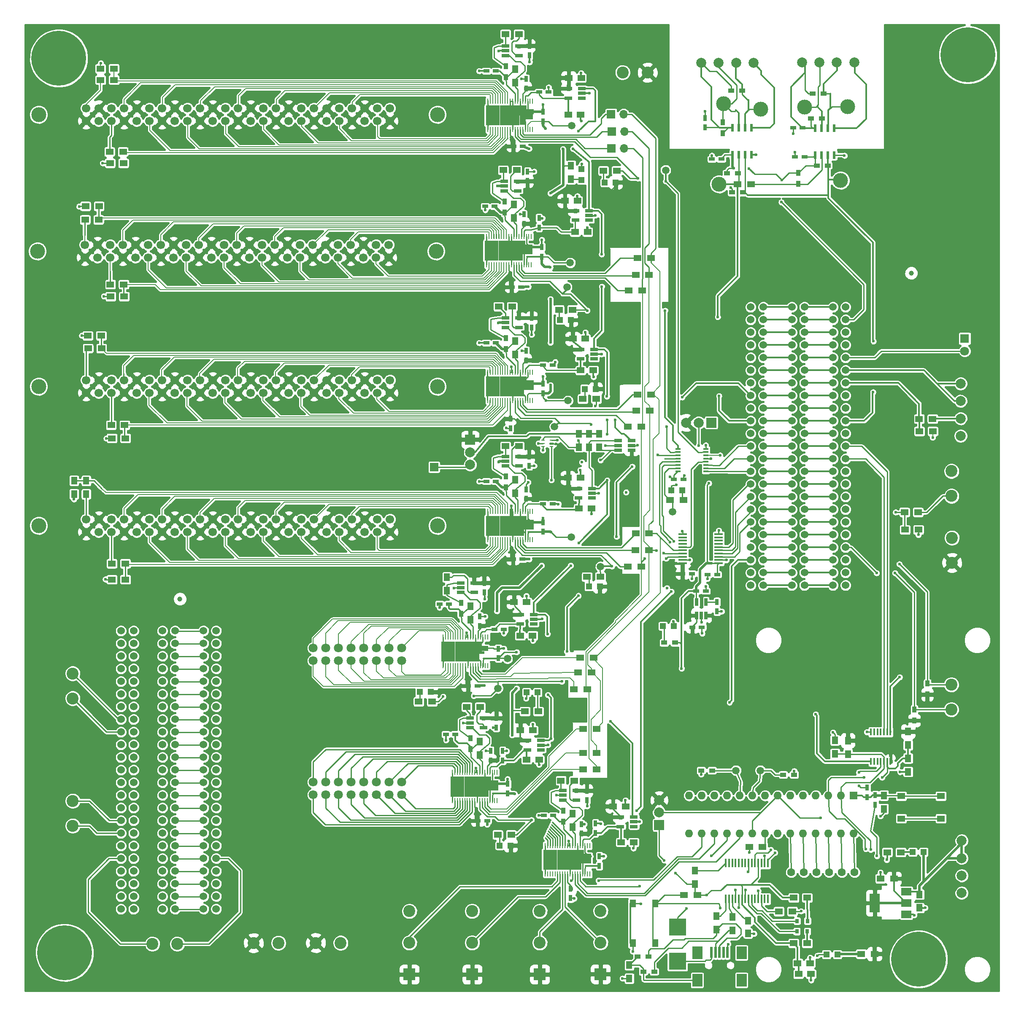
<source format=gbr>
G04 #@! TF.FileFunction,Copper,L1,Top,Signal*
%FSLAX46Y46*%
G04 Gerber Fmt 4.6, Leading zero omitted, Abs format (unit mm)*
G04 Created by KiCad (PCBNEW 4.0.4-stable) date 08/02/17 18:58:23*
%MOMM*%
%LPD*%
G01*
G04 APERTURE LIST*
%ADD10C,0.100000*%
%ADD11R,1.500000X1.300000*%
%ADD12R,0.650000X0.250000*%
%ADD13R,1.050000X0.450000*%
%ADD14R,0.500000X2.300000*%
%ADD15R,2.000000X2.500000*%
%ADD16R,2.400000X2.400000*%
%ADD17C,2.400000*%
%ADD18R,0.450000X1.750000*%
%ADD19R,2.800000X2.000000*%
%ADD20R,4.000000X2.000000*%
%ADD21R,1.500000X2.000000*%
%ADD22R,2.000000X1.000000*%
%ADD23R,0.285000X1.100000*%
%ADD24R,1.500000X1.000000*%
%ADD25C,1.800000*%
%ADD26R,1.560000X0.650000*%
%ADD27R,1.300000X1.500000*%
%ADD28R,1.200000X0.750000*%
%ADD29R,0.750000X1.200000*%
%ADD30R,0.900000X1.200000*%
%ADD31R,2.000000X3.800000*%
%ADD32R,2.000000X1.500000*%
%ADD33R,1.200000X1.200000*%
%ADD34R,1.600000X1.600000*%
%ADD35O,1.600000X1.600000*%
%ADD36R,0.600000X1.550000*%
%ADD37C,3.000000*%
%ADD38C,1.524000*%
%ADD39R,0.450000X1.450000*%
%ADD40R,1.800000X1.800000*%
%ADD41C,1.500000*%
%ADD42R,0.800000X0.900000*%
%ADD43R,1.250000X1.500000*%
%ADD44R,1.500000X1.250000*%
%ADD45R,3.500000X3.500000*%
%ADD46R,1.200000X0.900000*%
%ADD47R,1.300000X1.550000*%
%ADD48R,1.300000X2.000000*%
%ADD49R,1.000000X0.500000*%
%ADD50C,1.600000*%
%ADD51R,0.650000X1.560000*%
%ADD52C,11.000000*%
%ADD53C,0.700000*%
%ADD54R,1.750000X0.450000*%
%ADD55R,2.000000X2.000000*%
%ADD56C,2.000000*%
%ADD57R,1.700000X1.700000*%
%ADD58R,1.550000X1.300000*%
%ADD59C,1.000000*%
%ADD60O,1.700000X1.700000*%
%ADD61C,1.700000*%
%ADD62C,0.600000*%
%ADD63C,0.250000*%
%ADD64C,0.350000*%
%ADD65C,0.190000*%
%ADD66C,0.127000*%
%ADD67C,0.500000*%
%ADD68C,0.400000*%
G04 APERTURE END LIST*
D10*
D11*
X35657800Y-98780600D03*
X38357800Y-98780600D03*
D12*
X123850400Y-99161600D03*
X123850400Y-99811600D03*
X123850400Y-100461600D03*
X122125400Y-99161600D03*
X122125400Y-99811600D03*
X122125400Y-100461600D03*
D13*
X154844800Y-105449800D03*
X154844800Y-104799800D03*
X154844800Y-104149800D03*
X154844800Y-103499800D03*
X154844800Y-102849800D03*
X154844800Y-102199800D03*
X154844800Y-101549800D03*
X154844800Y-100899800D03*
X149294800Y-100899800D03*
X149294800Y-101549800D03*
X149294800Y-102199800D03*
X149294800Y-102849800D03*
X149294800Y-103499800D03*
X149294800Y-104149800D03*
X149294800Y-104799800D03*
X149294800Y-105449800D03*
D14*
X155956200Y-202025600D03*
X156756200Y-202025600D03*
X157556200Y-202025600D03*
X158356200Y-202025600D03*
X159156200Y-202025600D03*
D15*
X153106200Y-202125600D03*
X153106200Y-207625600D03*
X162006200Y-202125600D03*
X162006200Y-207625600D03*
D16*
X121513600Y-206451200D03*
D17*
X121513600Y-200101200D03*
X121513600Y-193751200D03*
D18*
X167293000Y-184106000D03*
X166643000Y-184106000D03*
X165993000Y-184106000D03*
X165343000Y-184106000D03*
X164693000Y-184106000D03*
X164043000Y-184106000D03*
X163393000Y-184106000D03*
X162743000Y-184106000D03*
X162093000Y-184106000D03*
X161443000Y-184106000D03*
X160793000Y-184106000D03*
X160143000Y-184106000D03*
X159493000Y-184106000D03*
X158843000Y-184106000D03*
X158843000Y-191306000D03*
X159493000Y-191306000D03*
X160143000Y-191306000D03*
X160793000Y-191306000D03*
X161443000Y-191306000D03*
X162093000Y-191306000D03*
X162743000Y-191306000D03*
X163393000Y-191306000D03*
X164043000Y-191306000D03*
X164693000Y-191306000D03*
X165343000Y-191306000D03*
X165993000Y-191306000D03*
X166643000Y-191306000D03*
X167293000Y-191306000D03*
D16*
X133705600Y-206400400D03*
D17*
X133705600Y-200050400D03*
X133705600Y-193700400D03*
D19*
X112077500Y-117348000D03*
X112077500Y-115379500D03*
D20*
X115443000Y-117348000D03*
X115443000Y-115379500D03*
D21*
X117602000Y-117348000D03*
X118110000Y-115379500D03*
D22*
X119316500Y-116586000D03*
D23*
X120070000Y-113482000D03*
X119570000Y-113482000D03*
X119070000Y-113482000D03*
X118570000Y-113482000D03*
X118070000Y-113482000D03*
X117570000Y-113482000D03*
X117070000Y-113482000D03*
X116570000Y-113482000D03*
X116070000Y-113482000D03*
X115570000Y-113482000D03*
X115070000Y-113482000D03*
X114570000Y-113482000D03*
X114070000Y-113482000D03*
X113570000Y-113482000D03*
X113070000Y-113482000D03*
X112570000Y-113482000D03*
X112070000Y-113482000D03*
X111570000Y-113482000D03*
X111070000Y-113482000D03*
X111070000Y-119182000D03*
X111570000Y-119182000D03*
X112070000Y-119182000D03*
X112570000Y-119182000D03*
X113070000Y-119182000D03*
X113570000Y-119182000D03*
X114070000Y-119182000D03*
X114570000Y-119182000D03*
X115070000Y-119182000D03*
X115570000Y-119182000D03*
X116070000Y-119182000D03*
X116570000Y-119182000D03*
X117070000Y-119182000D03*
X117570000Y-119182000D03*
X118070000Y-119182000D03*
X118570000Y-119182000D03*
X119070000Y-119182000D03*
X119570000Y-119182000D03*
X120070000Y-119182000D03*
D24*
X119570500Y-115633500D03*
D25*
X93827600Y-143459200D03*
X93827600Y-140919200D03*
X91287600Y-143459200D03*
X91287600Y-140919200D03*
X88747600Y-143459200D03*
X88747600Y-140919200D03*
X86207600Y-143459200D03*
X86207600Y-140919200D03*
X83667600Y-143459200D03*
X83667600Y-140919200D03*
X81127600Y-143459200D03*
X81127600Y-140919200D03*
X78587600Y-143459200D03*
X78587600Y-140919200D03*
X76047600Y-143459200D03*
X76047600Y-140919200D03*
D26*
X107504240Y-154985680D03*
X107504240Y-155935680D03*
X107504240Y-156885680D03*
X110204240Y-156885680D03*
X110204240Y-154985680D03*
D27*
X109489240Y-159665680D03*
X109489240Y-162365680D03*
D28*
X109047240Y-175620680D03*
X110947240Y-175620680D03*
D29*
X114061240Y-161589680D03*
X114061240Y-163489680D03*
X115077240Y-170093680D03*
X115077240Y-168193680D03*
X112791240Y-156885680D03*
X112791240Y-154985680D03*
X111648240Y-161589680D03*
X111648240Y-163489680D03*
X109474000Y-134584400D03*
X109474000Y-136484400D03*
X110363000Y-129728000D03*
X110363000Y-127828000D03*
X113212880Y-142941080D03*
X113212880Y-141041080D03*
D28*
X114284800Y-137160000D03*
X112384800Y-137160000D03*
X107101600Y-148539200D03*
X109001600Y-148539200D03*
D27*
X107624880Y-132513080D03*
X107624880Y-135213080D03*
D26*
X105639880Y-127833080D03*
X105639880Y-128783080D03*
X105639880Y-129733080D03*
X108339880Y-129733080D03*
X108339880Y-127833080D03*
D29*
X118745000Y-109032000D03*
X118745000Y-110932000D03*
D30*
X114681000Y-108669000D03*
X114681000Y-106469000D03*
D28*
X110810000Y-107442000D03*
X112710000Y-107442000D03*
D29*
X119380000Y-104328000D03*
X119380000Y-102428000D03*
X122174000Y-117536000D03*
X122174000Y-115636000D03*
D28*
X124089200Y-111963200D03*
X122189200Y-111963200D03*
X116144000Y-123063000D03*
X118044000Y-123063000D03*
D27*
X116586000Y-107108000D03*
X116586000Y-109808000D03*
D26*
X114601000Y-102428000D03*
X114601000Y-103378000D03*
X114601000Y-104328000D03*
X117301000Y-104328000D03*
X117301000Y-102428000D03*
D29*
X129844800Y-176291200D03*
X129844800Y-178191200D03*
D30*
X126187200Y-175765640D03*
X126187200Y-173565640D03*
D28*
X122316200Y-174538640D03*
X124216200Y-174538640D03*
D29*
X130987800Y-171460200D03*
X130987800Y-169560200D03*
X133451600Y-184642800D03*
X133451600Y-182742800D03*
X132664200Y-176128640D03*
X132664200Y-178028640D03*
X127685800Y-189245200D03*
X127685800Y-191145200D03*
D27*
X128092200Y-174204640D03*
X128092200Y-176904640D03*
D26*
X126107200Y-169524640D03*
X126107200Y-170474640D03*
X126107200Y-171424640D03*
X128807200Y-171424640D03*
X128807200Y-169524640D03*
X114601000Y-74615000D03*
X114601000Y-75565000D03*
X114601000Y-76515000D03*
X117301000Y-76515000D03*
X117301000Y-74615000D03*
D27*
X116586000Y-79295000D03*
X116586000Y-81995000D03*
D29*
X115620800Y-94858800D03*
X115620800Y-96758800D03*
D28*
X124089200Y-84074000D03*
X122189200Y-84074000D03*
D29*
X122174000Y-89723000D03*
X122174000Y-87823000D03*
X119888000Y-76515000D03*
X119888000Y-74615000D03*
D28*
X110810000Y-79629000D03*
X112710000Y-79629000D03*
D29*
X118745000Y-81219000D03*
X118745000Y-83119000D03*
X118313200Y-53812400D03*
X118313200Y-55712400D03*
D28*
X110556000Y-52197000D03*
X112456000Y-52197000D03*
D29*
X119049800Y-45227200D03*
X119049800Y-47127200D03*
X121920000Y-62291000D03*
X121920000Y-60391000D03*
X121361200Y-54574400D03*
X121361200Y-56474400D03*
D28*
X115864600Y-68402200D03*
X117764600Y-68402200D03*
D27*
X116332000Y-51863000D03*
X116332000Y-54563000D03*
D26*
X114347000Y-47183000D03*
X114347000Y-48133000D03*
X114347000Y-49083000D03*
X117047000Y-49083000D03*
X117047000Y-47183000D03*
D31*
X188747000Y-192125600D03*
D32*
X195047000Y-192125600D03*
X195047000Y-189825600D03*
X195047000Y-194425600D03*
D26*
X114601000Y-20005000D03*
X114601000Y-20955000D03*
X114601000Y-21905000D03*
X117301000Y-21905000D03*
X117301000Y-20005000D03*
D33*
X181221560Y-202453240D03*
X179021560Y-202453240D03*
D34*
X184505600Y-170535600D03*
D35*
X151485600Y-178155600D03*
X181965600Y-170535600D03*
X154025600Y-178155600D03*
X179425600Y-170535600D03*
X156565600Y-178155600D03*
X176885600Y-170535600D03*
X159105600Y-178155600D03*
X174345600Y-170535600D03*
X161645600Y-178155600D03*
X171805600Y-170535600D03*
X164185600Y-178155600D03*
X169265600Y-170535600D03*
X166725600Y-178155600D03*
X166725600Y-170535600D03*
X169265600Y-178155600D03*
X164185600Y-170535600D03*
X171805600Y-178155600D03*
X161645600Y-170535600D03*
X174345600Y-178155600D03*
X159105600Y-170535600D03*
X176885600Y-178155600D03*
X156565600Y-170535600D03*
X179425600Y-178155600D03*
X154025600Y-170535600D03*
X181965600Y-178155600D03*
X151485600Y-170535600D03*
X184505600Y-178155600D03*
D27*
X156972000Y-194738000D03*
X156972000Y-197438000D03*
X160172400Y-194941200D03*
X160172400Y-197641200D03*
D11*
X188685160Y-202351640D03*
X185985160Y-202351640D03*
D27*
X116586000Y-24685000D03*
X116586000Y-27385000D03*
D28*
X116194800Y-40132000D03*
X118094800Y-40132000D03*
X123276400Y-29260800D03*
X121376400Y-29260800D03*
D29*
X122174000Y-35113000D03*
X122174000Y-33213000D03*
X119430800Y-21879600D03*
X119430800Y-19979600D03*
D28*
X110810000Y-25019000D03*
X112710000Y-25019000D03*
D30*
X114681000Y-26246000D03*
X114681000Y-24046000D03*
D29*
X118745000Y-26609000D03*
X118745000Y-28509000D03*
D16*
X107950000Y-206451200D03*
D17*
X107950000Y-200101200D03*
X107950000Y-193751200D03*
D16*
X95351600Y-206451200D03*
D17*
X95351600Y-200101200D03*
X95351600Y-193751200D03*
D11*
X141100000Y-89974000D03*
X143800000Y-89974000D03*
X141100000Y-62574000D03*
X143800000Y-62574000D03*
X140752840Y-117906800D03*
X143452840Y-117906800D03*
D36*
X160157160Y-41846480D03*
X161427160Y-41846480D03*
X162697160Y-41846480D03*
X163967160Y-41846480D03*
X163967160Y-36446480D03*
X162697160Y-36446480D03*
X161427160Y-36446480D03*
X160157160Y-36446480D03*
D37*
X158400000Y-31600000D03*
X165811200Y-32659320D03*
X174670720Y-32288480D03*
X183266080Y-32161480D03*
D38*
X172085000Y-72440800D03*
X174625000Y-72440800D03*
X172085000Y-74980800D03*
X174625000Y-74980800D03*
X172085000Y-77520800D03*
X174625000Y-77520800D03*
X172085000Y-80060800D03*
X174625000Y-80060800D03*
X172085000Y-82600800D03*
X174625000Y-82600800D03*
X172085000Y-85140800D03*
X174625000Y-85140800D03*
X172085000Y-87680800D03*
X174625000Y-87680800D03*
X172085000Y-90220800D03*
X174625000Y-90220800D03*
X172085000Y-92760800D03*
X174625000Y-92760800D03*
X172085000Y-95300800D03*
X174625000Y-95300800D03*
X172085000Y-97840800D03*
X174625000Y-97840800D03*
X172085000Y-100380800D03*
X174625000Y-100380800D03*
X172085000Y-102920800D03*
X174625000Y-102920800D03*
X172085000Y-105460800D03*
X174625000Y-105460800D03*
X172085000Y-108000800D03*
X174625000Y-108000800D03*
X172085000Y-110540800D03*
X174625000Y-110540800D03*
X172085000Y-113080800D03*
X174625000Y-113080800D03*
X172085000Y-115620800D03*
X174625000Y-115620800D03*
X172085000Y-118160800D03*
X174625000Y-118160800D03*
X172085000Y-120700800D03*
X174625000Y-120700800D03*
X172085000Y-123240800D03*
X174625000Y-123240800D03*
X172085000Y-125780800D03*
X174625000Y-125780800D03*
X172085000Y-128320800D03*
X174625000Y-128320800D03*
X163830000Y-72440800D03*
X166370000Y-72440800D03*
X163830000Y-74980800D03*
X166370000Y-74980800D03*
X163830000Y-77520800D03*
X166370000Y-77520800D03*
X163830000Y-80060800D03*
X166370000Y-80060800D03*
X163830000Y-82600800D03*
X166370000Y-82600800D03*
X163830000Y-85140800D03*
X166370000Y-85140800D03*
X163830000Y-87680800D03*
X166370000Y-87680800D03*
X163830000Y-90220800D03*
X166370000Y-90220800D03*
X163830000Y-92760800D03*
X166370000Y-92760800D03*
X163830000Y-95300800D03*
X166370000Y-95300800D03*
X163830000Y-97840800D03*
X166370000Y-97840800D03*
X163830000Y-100380800D03*
X166370000Y-100380800D03*
X163830000Y-102920800D03*
X166370000Y-102920800D03*
X163830000Y-105460800D03*
X166370000Y-105460800D03*
X163830000Y-108000800D03*
X166370000Y-108000800D03*
X163830000Y-110540800D03*
X166370000Y-110540800D03*
X163830000Y-113080800D03*
X166370000Y-113080800D03*
X163830000Y-115620800D03*
X166370000Y-115620800D03*
X163830000Y-118160800D03*
X166370000Y-118160800D03*
X163830000Y-120700800D03*
X166370000Y-120700800D03*
X163830000Y-123240800D03*
X166370000Y-123240800D03*
X163830000Y-125780800D03*
X166370000Y-125780800D03*
X163830000Y-128320800D03*
X166370000Y-128320800D03*
X180340000Y-72440800D03*
X182880000Y-72440800D03*
X180340000Y-74980800D03*
X182880000Y-74980800D03*
X180340000Y-77520800D03*
X182880000Y-77520800D03*
X180340000Y-80060800D03*
X182880000Y-80060800D03*
X180340000Y-82600800D03*
X182880000Y-82600800D03*
X180340000Y-85140800D03*
X182880000Y-85140800D03*
X180340000Y-87680800D03*
X182880000Y-87680800D03*
X180340000Y-90220800D03*
X182880000Y-90220800D03*
X180340000Y-92760800D03*
X182880000Y-92760800D03*
X180340000Y-95300800D03*
X182880000Y-95300800D03*
X180340000Y-97840800D03*
X182880000Y-97840800D03*
X180340000Y-100380800D03*
X182880000Y-100380800D03*
X180340000Y-102920800D03*
X182880000Y-102920800D03*
X180340000Y-105460800D03*
X182880000Y-105460800D03*
X180340000Y-108000800D03*
X182880000Y-108000800D03*
X180340000Y-110540800D03*
X182880000Y-110540800D03*
X180340000Y-113080800D03*
X182880000Y-113080800D03*
X180340000Y-115620800D03*
X182880000Y-115620800D03*
X180340000Y-118160800D03*
X182880000Y-118160800D03*
X180340000Y-120700800D03*
X182880000Y-120700800D03*
X180340000Y-123240800D03*
X182880000Y-123240800D03*
X180340000Y-125780800D03*
X182880000Y-125780800D03*
X180340000Y-128320800D03*
X182880000Y-128320800D03*
D25*
X93827600Y-170383200D03*
X93827600Y-167843200D03*
X91287600Y-170383200D03*
X91287600Y-167843200D03*
X88747600Y-170383200D03*
X88747600Y-167843200D03*
X86207600Y-170383200D03*
X86207600Y-167843200D03*
X83667600Y-170383200D03*
X83667600Y-167843200D03*
X81127600Y-170383200D03*
X81127600Y-167843200D03*
X78587600Y-170383200D03*
X78587600Y-167843200D03*
X76047600Y-170383200D03*
X76047600Y-167843200D03*
D11*
X163910000Y-47752000D03*
X161210000Y-47752000D03*
D37*
X157480000Y-47752000D03*
X181864000Y-46990000D03*
D39*
X191865800Y-157781200D03*
X191215800Y-157781200D03*
X190565800Y-157781200D03*
X189915800Y-157781200D03*
X189265800Y-157781200D03*
X188615800Y-157781200D03*
X187965800Y-157781200D03*
X187965800Y-163681200D03*
X188615800Y-163681200D03*
X189265800Y-163681200D03*
X189915800Y-163681200D03*
X190565800Y-163681200D03*
X191215800Y-163681200D03*
X191865800Y-163681200D03*
D28*
X150327400Y-107035600D03*
X148427400Y-107035600D03*
X101412000Y-132080000D03*
X103312000Y-132080000D03*
X102656600Y-158242000D03*
X104556600Y-158242000D03*
D33*
X198534200Y-181889400D03*
X196334200Y-181889400D03*
D25*
X206781400Y-81254600D03*
D40*
X206781400Y-78754600D03*
D38*
X37465000Y-137464800D03*
X40005000Y-137464800D03*
X37465000Y-140004800D03*
X40005000Y-140004800D03*
X37465000Y-142544800D03*
X40005000Y-142544800D03*
X37465000Y-145084800D03*
X40005000Y-145084800D03*
X37465000Y-147624800D03*
X40005000Y-147624800D03*
X37465000Y-150164800D03*
X40005000Y-150164800D03*
X37465000Y-152704800D03*
X40005000Y-152704800D03*
X37465000Y-155244800D03*
X40005000Y-155244800D03*
X37465000Y-157784800D03*
X40005000Y-157784800D03*
X37465000Y-160324800D03*
X40005000Y-160324800D03*
X37465000Y-162864800D03*
X40005000Y-162864800D03*
X37465000Y-165404800D03*
X40005000Y-165404800D03*
X37465000Y-167944800D03*
X40005000Y-167944800D03*
X37465000Y-170484800D03*
X40005000Y-170484800D03*
X37465000Y-173024800D03*
X40005000Y-173024800D03*
X37465000Y-175564800D03*
X40005000Y-175564800D03*
X37465000Y-178104800D03*
X40005000Y-178104800D03*
X37465000Y-180644800D03*
X40005000Y-180644800D03*
X37465000Y-183184800D03*
X40005000Y-183184800D03*
X37465000Y-185724800D03*
X40005000Y-185724800D03*
X37465000Y-188264800D03*
X40005000Y-188264800D03*
X37465000Y-190804800D03*
X40005000Y-190804800D03*
X37465000Y-193344800D03*
X40005000Y-193344800D03*
X45778000Y-137449200D03*
X48318000Y-137449200D03*
X45778000Y-139989200D03*
X48318000Y-139989200D03*
X45778000Y-142529200D03*
X48318000Y-142529200D03*
X45778000Y-145069200D03*
X48318000Y-145069200D03*
X45778000Y-147609200D03*
X48318000Y-147609200D03*
X45778000Y-150149200D03*
X48318000Y-150149200D03*
X45778000Y-152689200D03*
X48318000Y-152689200D03*
X45778000Y-155229200D03*
X48318000Y-155229200D03*
X45778000Y-157769200D03*
X48318000Y-157769200D03*
X45778000Y-160309200D03*
X48318000Y-160309200D03*
X45778000Y-162849200D03*
X48318000Y-162849200D03*
X45778000Y-165389200D03*
X48318000Y-165389200D03*
X45778000Y-167929200D03*
X48318000Y-167929200D03*
X45778000Y-170469200D03*
X48318000Y-170469200D03*
X45778000Y-173009200D03*
X48318000Y-173009200D03*
X45778000Y-175549200D03*
X48318000Y-175549200D03*
X45778000Y-178089200D03*
X48318000Y-178089200D03*
X45778000Y-180629200D03*
X48318000Y-180629200D03*
X45778000Y-183169200D03*
X48318000Y-183169200D03*
X45778000Y-185709200D03*
X48318000Y-185709200D03*
X45778000Y-188249200D03*
X48318000Y-188249200D03*
X45778000Y-190789200D03*
X48318000Y-190789200D03*
X45778000Y-193329200D03*
X48318000Y-193329200D03*
X54025800Y-137439400D03*
X56565800Y-137439400D03*
X54025800Y-139979400D03*
X56565800Y-139979400D03*
X54025800Y-142519400D03*
X56565800Y-142519400D03*
X54025800Y-145059400D03*
X56565800Y-145059400D03*
X54025800Y-147599400D03*
X56565800Y-147599400D03*
X54025800Y-150139400D03*
X56565800Y-150139400D03*
X54025800Y-152679400D03*
X56565800Y-152679400D03*
X54025800Y-155219400D03*
X56565800Y-155219400D03*
X54025800Y-157759400D03*
X56565800Y-157759400D03*
X54025800Y-160299400D03*
X56565800Y-160299400D03*
X54025800Y-162839400D03*
X56565800Y-162839400D03*
X54025800Y-165379400D03*
X56565800Y-165379400D03*
X54025800Y-167919400D03*
X56565800Y-167919400D03*
X54025800Y-170459400D03*
X56565800Y-170459400D03*
X54025800Y-172999400D03*
X56565800Y-172999400D03*
X54025800Y-175539400D03*
X56565800Y-175539400D03*
X54025800Y-178079400D03*
X56565800Y-178079400D03*
X54025800Y-180619400D03*
X56565800Y-180619400D03*
X54025800Y-183159400D03*
X56565800Y-183159400D03*
X54025800Y-185699400D03*
X56565800Y-185699400D03*
X54025800Y-188239400D03*
X56565800Y-188239400D03*
X54025800Y-190779400D03*
X56565800Y-190779400D03*
X54025800Y-193319400D03*
X56565800Y-193319400D03*
D41*
X127609600Y-63550800D03*
X127152400Y-91236800D03*
X127863600Y-118668800D03*
X115011200Y-143027400D03*
X146761200Y-44932600D03*
X126949200Y-68402200D03*
X124460000Y-96469200D03*
X133705600Y-124587000D03*
X113106200Y-148996400D03*
X148158200Y-113588800D03*
D33*
X147871000Y-109270800D03*
X150071000Y-109270800D03*
D11*
X147671800Y-111175800D03*
X150371800Y-111175800D03*
X191232800Y-181940200D03*
X193932800Y-181940200D03*
D42*
X173143200Y-195732400D03*
X175243200Y-195732400D03*
X173092400Y-197815200D03*
X175192400Y-197815200D03*
D11*
X150440400Y-190550800D03*
X153140400Y-190550800D03*
X172462200Y-191058800D03*
X175162200Y-191058800D03*
X172462200Y-200202800D03*
X175162200Y-200202800D03*
D27*
X152654000Y-188344800D03*
X152654000Y-185644800D03*
D11*
X169490400Y-193802000D03*
X172190400Y-193802000D03*
D27*
X139471400Y-204593200D03*
X139471400Y-207293200D03*
D43*
X163271200Y-195701600D03*
X163271200Y-198201600D03*
D44*
X173248000Y-204190600D03*
X175748000Y-204190600D03*
X173425800Y-206375000D03*
X175925800Y-206375000D03*
D45*
X149148800Y-203780600D03*
X149148800Y-196980600D03*
D46*
X143365400Y-202895200D03*
X141165400Y-202895200D03*
X144483000Y-205892400D03*
X142283000Y-205892400D03*
D47*
X140193200Y-200164600D03*
X140193200Y-192214600D03*
X144693200Y-200164600D03*
X144693200Y-192214600D03*
D19*
X112077500Y-34925000D03*
X112077500Y-32956500D03*
D20*
X115443000Y-34925000D03*
X115443000Y-32956500D03*
D48*
X118059200Y-34772600D03*
D21*
X118110000Y-32956500D03*
D24*
X119392700Y-34188400D03*
D23*
X120070000Y-31059000D03*
X119570000Y-31059000D03*
X119070000Y-31059000D03*
X118570000Y-31059000D03*
X118070000Y-31059000D03*
X117570000Y-31059000D03*
X117070000Y-31059000D03*
X116570000Y-31059000D03*
X116070000Y-31059000D03*
X115570000Y-31059000D03*
X115070000Y-31059000D03*
X114570000Y-31059000D03*
X114070000Y-31059000D03*
X113570000Y-31059000D03*
X113070000Y-31059000D03*
X112570000Y-31059000D03*
X112070000Y-31059000D03*
X111570000Y-31059000D03*
X111070000Y-31059000D03*
X111070000Y-36759000D03*
X111570000Y-36759000D03*
X112070000Y-36759000D03*
X112570000Y-36759000D03*
X113070000Y-36759000D03*
X113570000Y-36759000D03*
X114070000Y-36759000D03*
X114570000Y-36759000D03*
X115070000Y-36759000D03*
X115570000Y-36759000D03*
X116070000Y-36759000D03*
X116570000Y-36759000D03*
X117070000Y-36759000D03*
X117570000Y-36759000D03*
X118070000Y-36759000D03*
X118570000Y-36759000D03*
X119070000Y-36759000D03*
X119570000Y-36759000D03*
X120070000Y-36759000D03*
D24*
X119570500Y-33210500D03*
D11*
X139162800Y-96484440D03*
X141862800Y-96484440D03*
X140890000Y-93218000D03*
X143590000Y-93218000D03*
D30*
X114681000Y-80856000D03*
X114681000Y-78656000D03*
D11*
X139345680Y-69098160D03*
X142045680Y-69098160D03*
X140747760Y-65948560D03*
X143447760Y-65948560D03*
D30*
X114427000Y-53424000D03*
X114427000Y-51224000D03*
D11*
X139203440Y-124587000D03*
X141903440Y-124587000D03*
X140686800Y-121274840D03*
X143386800Y-121274840D03*
D30*
X105719880Y-134074080D03*
X105719880Y-131874080D03*
X107584240Y-161226680D03*
X107584240Y-159026680D03*
D41*
X127889000Y-35966400D03*
D19*
X112077500Y-89357200D03*
X112077500Y-87388700D03*
D20*
X115443000Y-89357200D03*
X115443000Y-87388700D03*
D21*
X117602000Y-89357200D03*
X118110000Y-87388700D03*
D22*
X119316500Y-88595200D03*
D23*
X120070000Y-85491200D03*
X119570000Y-85491200D03*
X119070000Y-85491200D03*
X118570000Y-85491200D03*
X118070000Y-85491200D03*
X117570000Y-85491200D03*
X117070000Y-85491200D03*
X116570000Y-85491200D03*
X116070000Y-85491200D03*
X115570000Y-85491200D03*
X115070000Y-85491200D03*
X114570000Y-85491200D03*
X114070000Y-85491200D03*
X113570000Y-85491200D03*
X113070000Y-85491200D03*
X112570000Y-85491200D03*
X112070000Y-85491200D03*
X111570000Y-85491200D03*
X111070000Y-85491200D03*
X111070000Y-91191200D03*
X111570000Y-91191200D03*
X112070000Y-91191200D03*
X112570000Y-91191200D03*
X113070000Y-91191200D03*
X113570000Y-91191200D03*
X114070000Y-91191200D03*
X114570000Y-91191200D03*
X115070000Y-91191200D03*
X115570000Y-91191200D03*
X116070000Y-91191200D03*
X116570000Y-91191200D03*
X117070000Y-91191200D03*
X117570000Y-91191200D03*
X118070000Y-91191200D03*
X118570000Y-91191200D03*
X119070000Y-91191200D03*
X119570000Y-91191200D03*
X120070000Y-91191200D03*
D24*
X119570500Y-87642700D03*
D19*
X111823500Y-62103000D03*
X111823500Y-60134500D03*
D20*
X115189000Y-62103000D03*
X115189000Y-60134500D03*
D21*
X117348000Y-62103000D03*
X117856000Y-60134500D03*
D22*
X119062500Y-61341000D03*
D23*
X119816000Y-58237000D03*
X119316000Y-58237000D03*
X118816000Y-58237000D03*
X118316000Y-58237000D03*
X117816000Y-58237000D03*
X117316000Y-58237000D03*
X116816000Y-58237000D03*
X116316000Y-58237000D03*
X115816000Y-58237000D03*
X115316000Y-58237000D03*
X114816000Y-58237000D03*
X114316000Y-58237000D03*
X113816000Y-58237000D03*
X113316000Y-58237000D03*
X112816000Y-58237000D03*
X112316000Y-58237000D03*
X111816000Y-58237000D03*
X111316000Y-58237000D03*
X110816000Y-58237000D03*
X110816000Y-63937000D03*
X111316000Y-63937000D03*
X111816000Y-63937000D03*
X112316000Y-63937000D03*
X112816000Y-63937000D03*
X113316000Y-63937000D03*
X113816000Y-63937000D03*
X114316000Y-63937000D03*
X114816000Y-63937000D03*
X115316000Y-63937000D03*
X115816000Y-63937000D03*
X116316000Y-63937000D03*
X116816000Y-63937000D03*
X117316000Y-63937000D03*
X117816000Y-63937000D03*
X118316000Y-63937000D03*
X118816000Y-63937000D03*
X119316000Y-63937000D03*
X119816000Y-63937000D03*
D24*
X119316500Y-60388500D03*
D19*
X103096060Y-142580360D03*
X103096060Y-140611860D03*
D20*
X106461560Y-142580360D03*
X106461560Y-140611860D03*
D21*
X108620560Y-142580360D03*
X109128560Y-140611860D03*
D49*
X109867700Y-141859000D03*
D23*
X111088560Y-138714360D03*
X110588560Y-138714360D03*
X110088560Y-138714360D03*
X109588560Y-138714360D03*
X109088560Y-138714360D03*
X108588560Y-138714360D03*
X108088560Y-138714360D03*
X107588560Y-138714360D03*
X107088560Y-138714360D03*
X106588560Y-138714360D03*
X106088560Y-138714360D03*
X105588560Y-138714360D03*
X105088560Y-138714360D03*
X104588560Y-138714360D03*
X104088560Y-138714360D03*
X103588560Y-138714360D03*
X103088560Y-138714360D03*
X102588560Y-138714360D03*
X102088560Y-138714360D03*
X102088560Y-144414360D03*
X102588560Y-144414360D03*
X103088560Y-144414360D03*
X103588560Y-144414360D03*
X104088560Y-144414360D03*
X104588560Y-144414360D03*
X105088560Y-144414360D03*
X105588560Y-144414360D03*
X106088560Y-144414360D03*
X106588560Y-144414360D03*
X107088560Y-144414360D03*
X107588560Y-144414360D03*
X108088560Y-144414360D03*
X108588560Y-144414360D03*
X109088560Y-144414360D03*
X109588560Y-144414360D03*
X110088560Y-144414360D03*
X110588560Y-144414360D03*
X111088560Y-144414360D03*
D24*
X110363000Y-140944600D03*
D19*
X104965500Y-169732960D03*
X104965500Y-167764460D03*
D20*
X108331000Y-169732960D03*
X108331000Y-167764460D03*
D21*
X110490000Y-169732960D03*
X110998000Y-167764460D03*
D22*
X112204500Y-168970960D03*
D23*
X112958000Y-165866960D03*
X112458000Y-165866960D03*
X111958000Y-165866960D03*
X111458000Y-165866960D03*
X110958000Y-165866960D03*
X110458000Y-165866960D03*
X109958000Y-165866960D03*
X109458000Y-165866960D03*
X108958000Y-165866960D03*
X108458000Y-165866960D03*
X107958000Y-165866960D03*
X107458000Y-165866960D03*
X106958000Y-165866960D03*
X106458000Y-165866960D03*
X105958000Y-165866960D03*
X105458000Y-165866960D03*
X104958000Y-165866960D03*
X104458000Y-165866960D03*
X103958000Y-165866960D03*
X103958000Y-171566960D03*
X104458000Y-171566960D03*
X104958000Y-171566960D03*
X105458000Y-171566960D03*
X105958000Y-171566960D03*
X106458000Y-171566960D03*
X106958000Y-171566960D03*
X107458000Y-171566960D03*
X107958000Y-171566960D03*
X108458000Y-171566960D03*
X108958000Y-171566960D03*
X109458000Y-171566960D03*
X109958000Y-171566960D03*
X110458000Y-171566960D03*
X110958000Y-171566960D03*
X111458000Y-171566960D03*
X111958000Y-171566960D03*
X112458000Y-171566960D03*
X112958000Y-171566960D03*
D24*
X112458500Y-168018460D03*
D36*
X176784000Y-41892200D03*
X178054000Y-41892200D03*
X179324000Y-41892200D03*
X180594000Y-41892200D03*
X180594000Y-36492200D03*
X179324000Y-36492200D03*
X178054000Y-36492200D03*
X176784000Y-36492200D03*
D41*
X165760400Y-165506400D03*
X160880400Y-165506400D03*
D11*
X114626400Y-17627600D03*
X117326400Y-17627600D03*
X113254800Y-72339200D03*
X115954800Y-72339200D03*
X114169200Y-44907200D03*
X116869200Y-44907200D03*
X114626400Y-100380800D03*
X117326400Y-100380800D03*
D27*
X102895400Y-129391400D03*
X102895400Y-126691400D03*
D11*
X106854000Y-152755600D03*
X109554000Y-152755600D03*
X125751600Y-167538400D03*
X128451600Y-167538400D03*
D30*
X173400000Y-45500000D03*
X173400000Y-47700000D03*
D46*
X177100000Y-44000000D03*
X179300000Y-44000000D03*
D30*
X158200000Y-37500000D03*
X158200000Y-35300000D03*
D46*
X159900000Y-29000000D03*
X162100000Y-29000000D03*
X159100000Y-45600000D03*
X161300000Y-45600000D03*
X160100000Y-49400000D03*
X162300000Y-49400000D03*
X175900000Y-34600000D03*
X178100000Y-34600000D03*
X176300000Y-29600000D03*
X178500000Y-29600000D03*
D27*
X195400000Y-157700000D03*
X195400000Y-160400000D03*
X183340400Y-159494400D03*
X183340400Y-162194400D03*
X195400000Y-163050000D03*
X195400000Y-165750000D03*
X180740400Y-162144400D03*
X180740400Y-159444400D03*
D50*
X171958000Y-185928000D03*
X174498000Y-185928000D03*
X177038000Y-185928000D03*
X179578000Y-185928000D03*
X182118000Y-185928000D03*
X184658000Y-185928000D03*
D19*
X123583700Y-184444640D03*
X123583700Y-182476140D03*
D20*
X126949200Y-184444640D03*
X126949200Y-182476140D03*
D21*
X129108200Y-184444640D03*
X129616200Y-182476140D03*
D22*
X130822700Y-183682640D03*
D23*
X131576200Y-180578640D03*
X131076200Y-180578640D03*
X130576200Y-180578640D03*
X130076200Y-180578640D03*
X129576200Y-180578640D03*
X129076200Y-180578640D03*
X128576200Y-180578640D03*
X128076200Y-180578640D03*
X127576200Y-180578640D03*
X127076200Y-180578640D03*
X126576200Y-180578640D03*
X126076200Y-180578640D03*
X125576200Y-180578640D03*
X125076200Y-180578640D03*
X124576200Y-180578640D03*
X124076200Y-180578640D03*
X123576200Y-180578640D03*
X123076200Y-180578640D03*
X122576200Y-180578640D03*
X122576200Y-186278640D03*
X123076200Y-186278640D03*
X123576200Y-186278640D03*
X124076200Y-186278640D03*
X124576200Y-186278640D03*
X125076200Y-186278640D03*
X125576200Y-186278640D03*
X126076200Y-186278640D03*
X126576200Y-186278640D03*
X127076200Y-186278640D03*
X127576200Y-186278640D03*
X128076200Y-186278640D03*
X128576200Y-186278640D03*
X129076200Y-186278640D03*
X129576200Y-186278640D03*
X130076200Y-186278640D03*
X130576200Y-186278640D03*
X131076200Y-186278640D03*
X131576200Y-186278640D03*
D24*
X131076700Y-182730140D03*
D46*
X172550000Y-166370000D03*
X170350000Y-166370000D03*
X153890800Y-165506400D03*
X156090800Y-165506400D03*
D28*
X154035800Y-136779000D03*
X152135800Y-136779000D03*
D29*
X157073600Y-133538000D03*
X157073600Y-131638000D03*
D28*
X154823200Y-129463800D03*
X152923200Y-129463800D03*
D51*
X152974000Y-134369800D03*
X153924000Y-134369800D03*
X154874000Y-134369800D03*
X154874000Y-131669800D03*
X152974000Y-131669800D03*
D44*
X136214800Y-172694600D03*
X138714800Y-172694600D03*
X127324800Y-26416000D03*
X129824800Y-26416000D03*
X128137600Y-78790800D03*
X130637600Y-78790800D03*
X126562800Y-51104800D03*
X129062800Y-51104800D03*
X127172400Y-106730800D03*
X129672400Y-106730800D03*
X116352000Y-131673600D03*
X118852000Y-131673600D03*
X117622000Y-157429200D03*
X120122000Y-157429200D03*
D27*
X133400800Y-97862400D03*
X133400800Y-100562400D03*
X129336800Y-97862400D03*
X129336800Y-100562400D03*
X131368800Y-97862400D03*
X131368800Y-100562400D03*
D52*
X24993600Y-22453600D03*
D53*
X29118600Y-22453600D03*
X27920415Y-25380415D03*
X24993600Y-26578600D03*
X22066785Y-25380415D03*
X20868600Y-22453600D03*
X22066785Y-19526785D03*
X24993600Y-18328600D03*
X27920415Y-19526785D03*
D52*
X207416400Y-21793200D03*
D53*
X211541400Y-21793200D03*
X210343215Y-24720015D03*
X207416400Y-25918200D03*
X204489585Y-24720015D03*
X203291400Y-21793200D03*
X204489585Y-18866385D03*
X207416400Y-17668200D03*
X210343215Y-18866385D03*
D52*
X26162000Y-202082400D03*
D53*
X30287000Y-202082400D03*
X29088815Y-205009215D03*
X26162000Y-206207400D03*
X23235185Y-205009215D03*
X22037000Y-202082400D03*
X23235185Y-199155585D03*
X26162000Y-197957400D03*
X29088815Y-199155585D03*
D52*
X197535800Y-203403200D03*
D53*
X201660800Y-203403200D03*
X200462615Y-206330015D03*
X197535800Y-207528200D03*
X194608985Y-206330015D03*
X193410800Y-203403200D03*
X194608985Y-200476385D03*
X197535800Y-199278200D03*
X200462615Y-200476385D03*
D26*
X129975600Y-30464800D03*
X129975600Y-29514800D03*
X129975600Y-28564800D03*
X127275600Y-28564800D03*
X127275600Y-30464800D03*
X132363200Y-82839600D03*
X132363200Y-81889600D03*
X132363200Y-80939600D03*
X129663200Y-80939600D03*
X129663200Y-82839600D03*
X131347200Y-55001200D03*
X131347200Y-54051200D03*
X131347200Y-53101200D03*
X128647200Y-53101200D03*
X128647200Y-55001200D03*
X132007600Y-110779600D03*
X132007600Y-109829600D03*
X132007600Y-108879600D03*
X129307600Y-108879600D03*
X129307600Y-110779600D03*
D44*
X128594800Y-57353200D03*
X131094800Y-57353200D03*
D26*
X139932400Y-101178400D03*
X139932400Y-100228400D03*
X139932400Y-99278400D03*
X137232400Y-99278400D03*
X137232400Y-101178400D03*
X137232400Y-100228400D03*
D44*
X127223200Y-33782000D03*
X129723200Y-33782000D03*
X129712400Y-85140800D03*
X132212400Y-85140800D03*
X129382200Y-112903000D03*
X131882200Y-112903000D03*
X117571200Y-138430000D03*
X120071200Y-138430000D03*
X118866600Y-163322000D03*
X121366600Y-163322000D03*
X137840400Y-179933600D03*
X140340400Y-179933600D03*
D26*
X140389600Y-176768800D03*
X140389600Y-175818800D03*
X140389600Y-174868800D03*
X137689600Y-174868800D03*
X137689600Y-176768800D03*
X120272800Y-136078000D03*
X120272800Y-135128000D03*
X120272800Y-134178000D03*
X117572800Y-134178000D03*
X117572800Y-136078000D03*
X121695200Y-161376400D03*
X121695200Y-160426400D03*
X121695200Y-159476400D03*
X118995200Y-159476400D03*
X118995200Y-161376400D03*
D54*
X157371600Y-123879800D03*
X157371600Y-123229800D03*
X157371600Y-122579800D03*
X157371600Y-121929800D03*
X157371600Y-121279800D03*
X157371600Y-120629800D03*
X157371600Y-119979800D03*
X157371600Y-119329800D03*
X157371600Y-118679800D03*
X157371600Y-118029800D03*
X150171600Y-118029800D03*
X150171600Y-118679800D03*
X150171600Y-119329800D03*
X150171600Y-119979800D03*
X150171600Y-120629800D03*
X150171600Y-121279800D03*
X150171600Y-121929800D03*
X150171600Y-122579800D03*
X150171600Y-123229800D03*
X150171600Y-123879800D03*
D55*
X107543600Y-99060000D03*
D56*
X107543600Y-101600000D03*
X107543600Y-104100000D03*
D57*
X100304600Y-104571800D03*
D11*
X36046400Y-26822400D03*
X33346400Y-26822400D03*
X33346400Y-24561800D03*
X36046400Y-24561800D03*
X35175200Y-41249600D03*
X37875200Y-41249600D03*
X35276800Y-43535600D03*
X37976800Y-43535600D03*
X33557200Y-80721200D03*
X30857200Y-80721200D03*
X30806400Y-78181200D03*
X33506400Y-78181200D03*
X35505400Y-96139000D03*
X38205400Y-96139000D03*
X32973000Y-54889400D03*
X30273000Y-54889400D03*
X30349200Y-52171600D03*
X33049200Y-52171600D03*
X35327600Y-67894200D03*
X38027600Y-67894200D03*
X35403800Y-70307200D03*
X38103800Y-70307200D03*
D27*
X30480000Y-107311200D03*
X30480000Y-110011200D03*
X28067000Y-110011200D03*
X28067000Y-107311200D03*
D11*
X35632400Y-123952000D03*
X38332400Y-123952000D03*
X35632400Y-127152400D03*
X38332400Y-127152400D03*
D28*
X155209200Y-126136400D03*
X157109200Y-126136400D03*
X150129200Y-125984000D03*
X152029200Y-125984000D03*
D11*
X128342400Y-149199600D03*
X131042400Y-149199600D03*
X132287000Y-142824200D03*
X129587000Y-142824200D03*
X129180600Y-145846800D03*
X131880600Y-145846800D03*
X130222000Y-165277800D03*
X132922000Y-165277800D03*
X132871200Y-157175200D03*
X130171200Y-157175200D03*
X130222000Y-162001200D03*
X132922000Y-162001200D03*
D27*
X197688200Y-190394600D03*
X197688200Y-193094600D03*
D11*
X192586600Y-187223400D03*
X189886600Y-187223400D03*
D55*
X145465800Y-176479200D03*
D56*
X145465800Y-173939200D03*
X145465800Y-171439200D03*
D27*
X190550800Y-173231800D03*
X190550800Y-170531800D03*
D58*
X194043400Y-170647800D03*
X201993400Y-170647800D03*
X194043400Y-175147800D03*
X201993400Y-175147800D03*
D59*
X196062600Y-65608200D03*
X49301400Y-131064000D03*
D29*
X188823600Y-172374600D03*
X188823600Y-170474600D03*
D11*
X197633600Y-94894400D03*
X200333600Y-94894400D03*
X197684400Y-97383600D03*
X200384400Y-97383600D03*
D56*
X184621000Y-23316200D03*
X181121000Y-23316200D03*
X177621000Y-23316200D03*
X174121000Y-23316200D03*
X164402600Y-23392400D03*
X160902600Y-23392400D03*
X157402600Y-23392400D03*
X153902600Y-23392400D03*
X206172800Y-190107400D03*
X206172800Y-186607400D03*
X206172800Y-183107400D03*
X206172800Y-179607400D03*
X205969600Y-98311800D03*
X205969600Y-94811800D03*
X205969600Y-91311800D03*
X205969600Y-87811800D03*
D17*
X76544800Y-200126600D03*
X81544800Y-200126600D03*
X143139800Y-25323800D03*
X138139800Y-25323800D03*
X204216000Y-123785000D03*
X204216000Y-118785000D03*
X64073400Y-200152000D03*
X69073400Y-200152000D03*
D57*
X135813800Y-33731200D03*
D60*
X138353800Y-33731200D03*
D57*
X135940800Y-37211000D03*
D60*
X138480800Y-37211000D03*
D57*
X135864600Y-40538400D03*
D60*
X138404600Y-40538400D03*
D11*
X166221400Y-180873400D03*
X163521400Y-180873400D03*
D28*
X156047400Y-42722800D03*
X157947400Y-42722800D03*
X174254200Y-36449000D03*
X172354200Y-36449000D03*
D29*
X154635200Y-36332200D03*
X154635200Y-34432200D03*
D33*
X136761400Y-47396400D03*
X134561400Y-47396400D03*
X127769800Y-75031600D03*
X125569800Y-75031600D03*
X132722800Y-88874600D03*
X130522800Y-88874600D03*
X133561000Y-128549400D03*
X131361000Y-128549400D03*
X99626600Y-149733000D03*
X97426600Y-149733000D03*
X115679400Y-180568600D03*
X113479400Y-180568600D03*
X129870200Y-46947000D03*
X129870200Y-44747000D03*
X146220000Y-136525000D03*
X148420000Y-136525000D03*
X121038800Y-149809200D03*
X118838800Y-149809200D03*
D55*
X155930600Y-95656400D03*
D56*
X153390600Y-95656400D03*
X150890600Y-95656400D03*
D17*
X204139800Y-110373800D03*
X204139800Y-105373800D03*
X43778800Y-200329800D03*
X48778800Y-200329800D03*
D11*
X194712600Y-113639600D03*
X197412600Y-113639600D03*
X194788800Y-117144800D03*
X197488800Y-117144800D03*
X134282001Y-45067600D03*
X136982001Y-45067600D03*
X125345200Y-72974200D03*
X128045200Y-72974200D03*
X130134001Y-90865600D03*
X132834001Y-90865600D03*
X130984000Y-126619000D03*
X133684000Y-126619000D03*
X97214201Y-151659600D03*
X99914201Y-151659600D03*
X113071401Y-178408400D03*
X115771401Y-178408400D03*
D27*
X127787400Y-44039800D03*
X127787400Y-46739800D03*
D46*
X148647162Y-139827600D03*
X146447162Y-139827600D03*
D11*
X118535962Y-153627600D03*
X121235962Y-153627600D03*
D28*
X172735200Y-42265600D03*
X174635200Y-42265600D03*
D29*
X187223400Y-168950600D03*
X187223400Y-170850600D03*
D37*
X100965000Y-116332000D03*
X20955000Y-116332000D03*
D61*
X30480000Y-117602000D03*
X30480000Y-115062000D03*
X33020000Y-117602000D03*
X33020000Y-115062000D03*
X35560000Y-117602000D03*
X35560000Y-115062000D03*
X38100000Y-117602000D03*
X38100000Y-115062000D03*
X40640000Y-117602000D03*
X40640000Y-115062000D03*
X43180000Y-117602000D03*
X43180000Y-115062000D03*
X45720000Y-117602000D03*
X45720000Y-115062000D03*
X48260000Y-117602000D03*
X48260000Y-115062000D03*
X50800000Y-117602000D03*
X50800000Y-115062000D03*
X53340000Y-117602000D03*
X53340000Y-115062000D03*
X55880000Y-117602000D03*
X55880000Y-115062000D03*
X58420000Y-117602000D03*
X58420000Y-115062000D03*
X60960000Y-117602000D03*
X60960000Y-115062000D03*
X63500000Y-117602000D03*
X63500000Y-115062000D03*
X66040000Y-117602000D03*
X66040000Y-115062000D03*
X68580000Y-117602000D03*
X68580000Y-115062000D03*
X71120000Y-117602000D03*
X71120000Y-115062000D03*
X73660000Y-117602000D03*
X73660000Y-115062000D03*
X76200000Y-117602000D03*
X76200000Y-115062000D03*
X78740000Y-117602000D03*
X78740000Y-115062000D03*
X81280000Y-117602000D03*
X81280000Y-115062000D03*
X83820000Y-117602000D03*
X83820000Y-115062000D03*
X86360000Y-117602000D03*
X86360000Y-115062000D03*
X88900000Y-117602000D03*
X88900000Y-115062000D03*
X91440000Y-117602000D03*
X91440000Y-115062000D03*
D37*
X100965000Y-88392000D03*
X20955000Y-88392000D03*
D61*
X30480000Y-89662000D03*
X30480000Y-87122000D03*
X33020000Y-89662000D03*
X33020000Y-87122000D03*
X35560000Y-89662000D03*
X35560000Y-87122000D03*
X38100000Y-89662000D03*
X38100000Y-87122000D03*
X40640000Y-89662000D03*
X40640000Y-87122000D03*
X43180000Y-89662000D03*
X43180000Y-87122000D03*
X45720000Y-89662000D03*
X45720000Y-87122000D03*
X48260000Y-89662000D03*
X48260000Y-87122000D03*
X50800000Y-89662000D03*
X50800000Y-87122000D03*
X53340000Y-89662000D03*
X53340000Y-87122000D03*
X55880000Y-89662000D03*
X55880000Y-87122000D03*
X58420000Y-89662000D03*
X58420000Y-87122000D03*
X60960000Y-89662000D03*
X60960000Y-87122000D03*
X63500000Y-89662000D03*
X63500000Y-87122000D03*
X66040000Y-89662000D03*
X66040000Y-87122000D03*
X68580000Y-89662000D03*
X68580000Y-87122000D03*
X71120000Y-89662000D03*
X71120000Y-87122000D03*
X73660000Y-89662000D03*
X73660000Y-87122000D03*
X76200000Y-89662000D03*
X76200000Y-87122000D03*
X78740000Y-89662000D03*
X78740000Y-87122000D03*
X81280000Y-89662000D03*
X81280000Y-87122000D03*
X83820000Y-89662000D03*
X83820000Y-87122000D03*
X86360000Y-89662000D03*
X86360000Y-87122000D03*
X88900000Y-89662000D03*
X88900000Y-87122000D03*
X91440000Y-89662000D03*
X91440000Y-87122000D03*
D37*
X100711000Y-61214000D03*
X20701000Y-61214000D03*
D61*
X30226000Y-62484000D03*
X30226000Y-59944000D03*
X32766000Y-62484000D03*
X32766000Y-59944000D03*
X35306000Y-62484000D03*
X35306000Y-59944000D03*
X37846000Y-62484000D03*
X37846000Y-59944000D03*
X40386000Y-62484000D03*
X40386000Y-59944000D03*
X42926000Y-62484000D03*
X42926000Y-59944000D03*
X45466000Y-62484000D03*
X45466000Y-59944000D03*
X48006000Y-62484000D03*
X48006000Y-59944000D03*
X50546000Y-62484000D03*
X50546000Y-59944000D03*
X53086000Y-62484000D03*
X53086000Y-59944000D03*
X55626000Y-62484000D03*
X55626000Y-59944000D03*
X58166000Y-62484000D03*
X58166000Y-59944000D03*
X60706000Y-62484000D03*
X60706000Y-59944000D03*
X63246000Y-62484000D03*
X63246000Y-59944000D03*
X65786000Y-62484000D03*
X65786000Y-59944000D03*
X68326000Y-62484000D03*
X68326000Y-59944000D03*
X70866000Y-62484000D03*
X70866000Y-59944000D03*
X73406000Y-62484000D03*
X73406000Y-59944000D03*
X75946000Y-62484000D03*
X75946000Y-59944000D03*
X78486000Y-62484000D03*
X78486000Y-59944000D03*
X81026000Y-62484000D03*
X81026000Y-59944000D03*
X83566000Y-62484000D03*
X83566000Y-59944000D03*
X86106000Y-62484000D03*
X86106000Y-59944000D03*
X88646000Y-62484000D03*
X88646000Y-59944000D03*
X91186000Y-62484000D03*
X91186000Y-59944000D03*
D37*
X100965000Y-33782000D03*
X20955000Y-33782000D03*
D61*
X30480000Y-35052000D03*
X30480000Y-32512000D03*
X33020000Y-35052000D03*
X33020000Y-32512000D03*
X35560000Y-35052000D03*
X35560000Y-32512000D03*
X38100000Y-35052000D03*
X38100000Y-32512000D03*
X40640000Y-35052000D03*
X40640000Y-32512000D03*
X43180000Y-35052000D03*
X43180000Y-32512000D03*
X45720000Y-35052000D03*
X45720000Y-32512000D03*
X48260000Y-35052000D03*
X48260000Y-32512000D03*
X50800000Y-35052000D03*
X50800000Y-32512000D03*
X53340000Y-35052000D03*
X53340000Y-32512000D03*
X55880000Y-35052000D03*
X55880000Y-32512000D03*
X58420000Y-35052000D03*
X58420000Y-32512000D03*
X60960000Y-35052000D03*
X60960000Y-32512000D03*
X63500000Y-35052000D03*
X63500000Y-32512000D03*
X66040000Y-35052000D03*
X66040000Y-32512000D03*
X68580000Y-35052000D03*
X68580000Y-32512000D03*
X71120000Y-35052000D03*
X71120000Y-32512000D03*
X73660000Y-35052000D03*
X73660000Y-32512000D03*
X76200000Y-35052000D03*
X76200000Y-32512000D03*
X78740000Y-35052000D03*
X78740000Y-32512000D03*
X81280000Y-35052000D03*
X81280000Y-32512000D03*
X83820000Y-35052000D03*
X83820000Y-32512000D03*
X86360000Y-35052000D03*
X86360000Y-32512000D03*
X88900000Y-35052000D03*
X88900000Y-32512000D03*
X91440000Y-35052000D03*
X91440000Y-32512000D03*
D17*
X27774900Y-146026500D03*
X27774900Y-151026500D03*
X27774900Y-171617000D03*
X27774900Y-176617000D03*
X204089000Y-153274400D03*
X204089000Y-148274400D03*
D30*
X199275700Y-150248800D03*
X199275700Y-148048800D03*
X196659500Y-155455800D03*
X196659500Y-153255800D03*
D62*
X129971800Y-103581200D03*
X138836400Y-109626400D03*
X148310600Y-135585200D03*
X118770400Y-151028400D03*
X129946400Y-43662600D03*
X156032200Y-42011600D03*
X172694600Y-41325800D03*
X33401000Y-23444200D03*
X125247400Y-111988600D03*
X197485000Y-118160800D03*
X163525200Y-181940200D03*
X34518600Y-98806000D03*
X133324600Y-109829600D03*
X121234200Y-99796600D03*
X120396000Y-104317800D03*
X172567600Y-165608000D03*
X153898600Y-166293800D03*
X115798600Y-84429600D03*
X150139400Y-117475000D03*
X151587200Y-123240800D03*
X122199400Y-114782600D03*
X127304800Y-179705000D03*
X108686600Y-164998400D03*
X140309600Y-181127400D03*
X106807000Y-137845800D03*
X114300000Y-137947400D03*
X113258600Y-21005800D03*
X200355200Y-98628200D03*
X141122400Y-100203000D03*
X196646800Y-194538600D03*
X198856600Y-193065400D03*
X189865000Y-185978800D03*
X175945800Y-207619600D03*
X175742600Y-203073000D03*
X159308800Y-200380600D03*
X138099800Y-207264000D03*
X141833600Y-192278000D03*
X140157200Y-201828400D03*
X155168600Y-126974600D03*
X154813000Y-128524000D03*
X152044400Y-126974600D03*
X158013400Y-133553200D03*
X153974800Y-135712200D03*
X154101800Y-137972800D03*
X150520400Y-106299000D03*
X33807400Y-43535600D03*
X34036000Y-70256400D03*
X29083000Y-52222400D03*
X29616400Y-78155800D03*
X34340800Y-127101600D03*
X28041600Y-111023400D03*
X114300000Y-140995400D03*
X114757200Y-96723200D03*
X124612400Y-83464400D03*
X131064000Y-56489600D03*
X122021600Y-54610000D03*
X123291600Y-28295600D03*
X110540800Y-134569200D03*
X112166400Y-156870400D03*
X114858800Y-161594800D03*
X117957600Y-81229200D03*
X117856000Y-26619200D03*
X120370600Y-45212000D03*
X117551200Y-53746400D03*
X155879800Y-102870000D03*
X154813000Y-100177600D03*
X158953200Y-123240800D03*
X157429200Y-117297200D03*
X164947600Y-41859200D03*
X134366000Y-182727600D03*
X141528800Y-175768000D03*
X138709400Y-171500800D03*
X133756400Y-176174400D03*
X130454400Y-176276000D03*
X120091200Y-156260800D03*
X123139200Y-160375600D03*
X121361200Y-164312600D03*
X120142000Y-139446000D03*
X121970800Y-135026400D03*
X118821200Y-130454400D03*
X131902200Y-113944400D03*
X129641600Y-105156000D03*
X133908800Y-81889600D03*
X130657600Y-77520800D03*
X132283200Y-86461600D03*
X132689600Y-54025800D03*
X129057400Y-50139600D03*
X129794000Y-25425400D03*
X131470400Y-29514800D03*
X129844800Y-35102800D03*
X173939200Y-193751200D03*
X165354000Y-189687200D03*
X163322000Y-185826400D03*
X162814000Y-189534800D03*
X160782000Y-189534800D03*
X128422400Y-191211200D03*
X119481600Y-23215600D03*
X164515800Y-198272400D03*
X193800000Y-165800000D03*
X180340400Y-157844400D03*
X104292400Y-128879600D03*
X124841000Y-170459400D03*
X113233200Y-103530400D03*
X113207800Y-75615800D03*
X112979200Y-48133000D03*
X182651400Y-42011600D03*
X110718600Y-161544000D03*
X106121200Y-155981400D03*
X115824000Y-112395000D03*
X119176800Y-107619800D03*
X187147200Y-157784800D03*
X191135000Y-183438800D03*
X177215800Y-202692000D03*
X101396800Y-132791200D03*
X102692200Y-159435800D03*
X110418880Y-148468080D03*
X115036600Y-167208200D03*
X110947200Y-176352200D03*
X110439200Y-131038600D03*
X119380000Y-123063000D03*
X109347000Y-107442000D03*
X121285000Y-174548800D03*
X131013200Y-172669200D03*
X119380000Y-40640000D03*
X119888000Y-77978000D03*
X109347000Y-79629000D03*
X122174000Y-86360000D03*
X119227600Y-68351400D03*
X121920000Y-58928000D03*
X110566200Y-52933600D03*
X109347000Y-25019000D03*
X122174000Y-31750000D03*
X157480000Y-90297000D03*
X157226000Y-74422000D03*
X188391800Y-89509600D03*
X188468000Y-79298800D03*
X187909200Y-181406800D03*
X168706800Y-182016400D03*
X167868600Y-181432200D03*
X186944000Y-181254400D03*
X190195200Y-166903400D03*
X186588400Y-166903400D03*
X125044200Y-89966800D03*
X118618000Y-95478600D03*
X120396000Y-130175000D03*
X128549400Y-132765800D03*
X129895600Y-49225200D03*
X132410200Y-49276000D03*
X124764800Y-99949000D03*
X120700800Y-98907600D03*
X152831800Y-108229400D03*
X148945600Y-108127800D03*
X177850800Y-175006000D03*
X189865000Y-174675800D03*
X146659600Y-73152000D03*
X131013200Y-73126600D03*
X132664200Y-92303600D03*
X131851400Y-95986600D03*
X146939000Y-96418400D03*
X135991600Y-124485400D03*
X145186400Y-102158800D03*
X136931400Y-118541800D03*
X140055600Y-104470200D03*
X108254800Y-150520400D03*
X102108000Y-150672800D03*
X147624800Y-119608600D03*
X147015200Y-128854200D03*
X129260600Y-130403600D03*
X125933200Y-147624800D03*
X126949200Y-141605000D03*
X119837200Y-175437800D03*
X140995400Y-173583600D03*
X147904200Y-129590800D03*
X148437600Y-119456200D03*
X127863600Y-187604400D03*
X133299200Y-187604400D03*
X141579600Y-188772800D03*
X155956000Y-182676800D03*
X157708600Y-102209600D03*
X116865400Y-141732000D03*
X155448000Y-107823000D03*
X193725800Y-146761200D03*
X149961600Y-145008600D03*
X112903000Y-133477000D03*
X121869200Y-124358400D03*
X116865400Y-149021800D03*
X115951000Y-158419800D03*
X116484400Y-170205400D03*
X122783600Y-91236800D03*
X125044200Y-99187000D03*
X123850400Y-107188000D03*
X123774200Y-117652800D03*
X123647200Y-49580800D03*
X126161800Y-40665400D03*
X122707400Y-36550600D03*
X123647200Y-70815200D03*
X123647200Y-79552800D03*
X123647200Y-88087200D03*
X123621800Y-64439800D03*
X154635200Y-33096200D03*
X172339000Y-37592000D03*
X192913000Y-113639600D03*
X146862800Y-122936000D03*
X142595600Y-122961400D03*
X144932400Y-121310400D03*
X146354800Y-121869200D03*
X161467800Y-193090800D03*
X157759400Y-193116200D03*
X141173200Y-46583600D03*
X146786600Y-47167800D03*
X176860200Y-154228800D03*
X159588200Y-151841200D03*
X129286000Y-99263200D03*
X134721600Y-100228400D03*
X122123200Y-101193600D03*
X133705600Y-103174800D03*
X154990800Y-190550800D03*
X150977600Y-193192400D03*
X148742400Y-186080400D03*
X146481800Y-183540400D03*
X147675600Y-106502200D03*
X153390600Y-100253800D03*
X123748800Y-159105600D03*
X135712200Y-155651200D03*
X135026400Y-107238800D03*
X135001000Y-97993200D03*
X129286000Y-37134800D03*
X128168400Y-40614600D03*
X123088400Y-138074400D03*
X123139200Y-150317200D03*
X127711200Y-124358400D03*
X129336800Y-119786400D03*
X134975600Y-90373200D03*
X135026400Y-95097600D03*
X133908800Y-61823600D03*
X133959600Y-68326000D03*
X136626600Y-95123000D03*
X150114000Y-90525600D03*
X163474400Y-44602400D03*
X159800000Y-48427000D03*
X160401000Y-44526200D03*
X170103800Y-46939200D03*
X169976800Y-51358800D03*
X166624000Y-182676800D03*
X189153800Y-182676800D03*
X185547000Y-165862000D03*
X185572400Y-168579800D03*
X189103000Y-125844300D03*
X192786000Y-125844300D03*
X193662300Y-124053600D03*
D63*
X126576200Y-178432840D02*
X124027786Y-175884426D01*
X126576200Y-180578640D02*
X126576200Y-178432840D01*
X123817388Y-176334428D02*
X126076200Y-178593240D01*
X126076200Y-178593240D02*
X126076200Y-180578640D01*
X125576200Y-178753640D02*
X123606990Y-176784430D01*
X125576200Y-180578640D02*
X125576200Y-178753640D01*
X123396592Y-177234432D02*
X125076200Y-178914040D01*
X125076200Y-178914040D02*
X125076200Y-180578640D01*
X124576200Y-179071644D02*
X123188990Y-177684434D01*
X124576200Y-180578640D02*
X124576200Y-179071644D01*
X124076200Y-179208042D02*
X123002594Y-178134436D01*
X124076200Y-180578640D02*
X124076200Y-179208042D01*
X122816198Y-178584438D02*
X123576200Y-179344440D01*
X123576200Y-179344440D02*
X123576200Y-180578640D01*
X122605800Y-179034440D02*
X123076200Y-179504840D01*
X123076200Y-179504840D02*
X123076200Y-180578640D01*
D64*
X182880000Y-105460800D02*
X183388000Y-105460800D01*
D63*
X149294800Y-102849800D02*
X146578200Y-102849800D01*
X146578200Y-102849800D02*
X146558000Y-102870000D01*
X156756200Y-202025600D02*
X156756200Y-200291600D01*
X156756200Y-200291600D02*
X157276800Y-199771000D01*
X144483000Y-205892400D02*
X144483000Y-203954200D01*
X159406600Y-197641200D02*
X160172400Y-197641200D01*
X157276800Y-199771000D02*
X159406600Y-197641200D01*
X151409400Y-199771000D02*
X157276800Y-199771000D01*
X150037800Y-201142600D02*
X151409400Y-199771000D01*
X147294600Y-201142600D02*
X150037800Y-201142600D01*
X144483000Y-203954200D02*
X147294600Y-201142600D01*
X157556200Y-202025600D02*
X157556200Y-200710800D01*
X158169600Y-196240400D02*
X156972000Y-197438000D01*
X160832800Y-196240400D02*
X158169600Y-196240400D01*
X161899600Y-197307200D02*
X160832800Y-196240400D01*
X161899600Y-198348600D02*
X161899600Y-197307200D01*
X161061400Y-199186800D02*
X161899600Y-198348600D01*
X159080200Y-199186800D02*
X161061400Y-199186800D01*
X157556200Y-200710800D02*
X159080200Y-199186800D01*
X143365400Y-202895200D02*
X143365400Y-201668200D01*
X148259800Y-199466200D02*
X150444200Y-199466200D01*
X146431000Y-201295000D02*
X148259800Y-199466200D01*
X143738600Y-201295000D02*
X146431000Y-201295000D01*
X143365400Y-201668200D02*
X143738600Y-201295000D01*
X150444200Y-199466200D02*
X150672800Y-199237600D01*
X150672800Y-199237600D02*
X156311600Y-199237600D01*
X156311600Y-199237600D02*
X156972000Y-198577200D01*
X156972000Y-197438000D02*
X156972000Y-198577200D01*
X156972000Y-197438000D02*
X157552400Y-197438000D01*
X118570000Y-36759000D02*
X118570000Y-35156400D01*
X118570000Y-35156400D02*
X118122700Y-34709100D01*
X148420000Y-136525000D02*
X148420000Y-135694600D01*
X148420000Y-135694600D02*
X148310600Y-135585200D01*
X118838800Y-149809200D02*
X118838800Y-150960000D01*
X118838800Y-150960000D02*
X118770400Y-151028400D01*
X129870200Y-44747000D02*
X129870200Y-43738800D01*
X129870200Y-43738800D02*
X129946400Y-43662600D01*
X110993800Y-86279600D02*
X112001300Y-87287100D01*
X110993800Y-85389600D02*
X110993800Y-86279600D01*
X110993800Y-90263100D02*
X112001300Y-89255600D01*
X110993800Y-91089600D02*
X110993800Y-90263100D01*
X156047400Y-42722800D02*
X156047400Y-42026800D01*
X156047400Y-42026800D02*
X156032200Y-42011600D01*
X172735200Y-42265600D02*
X172735200Y-41366400D01*
X172735200Y-41366400D02*
X172694600Y-41325800D01*
D65*
X33346400Y-24561800D02*
X33346400Y-23498800D01*
X33346400Y-23498800D02*
X33401000Y-23444200D01*
D63*
X111095400Y-36632000D02*
X111095400Y-35805500D01*
X111095400Y-35805500D02*
X112102900Y-34798000D01*
X111095400Y-30932000D02*
X111095400Y-31822000D01*
X111095400Y-31822000D02*
X112102900Y-32829500D01*
D64*
X124089200Y-111963200D02*
X125222000Y-111963200D01*
X125222000Y-111963200D02*
X125247400Y-111988600D01*
D63*
X197488800Y-117144800D02*
X197488800Y-118157000D01*
X197488800Y-118157000D02*
X197485000Y-118160800D01*
X163521400Y-180873400D02*
X163521400Y-181936400D01*
X35657800Y-98780600D02*
X34544000Y-98780600D01*
X132007600Y-109829600D02*
X133324600Y-109829600D01*
X122125400Y-99811600D02*
X121249200Y-99811600D01*
X119380000Y-104328000D02*
X120385800Y-104328000D01*
X120385800Y-104328000D02*
X120396000Y-104317800D01*
X172550000Y-166370000D02*
X172550000Y-165625600D01*
X172550000Y-165625600D02*
X172567600Y-165608000D01*
X153890800Y-165506400D02*
X153890800Y-166286000D01*
X153890800Y-166286000D02*
X153898600Y-166293800D01*
X115824000Y-85491200D02*
X115824000Y-84455000D01*
X115824000Y-84455000D02*
X115798600Y-84429600D01*
X115570000Y-85491200D02*
X115824000Y-85491200D01*
X115824000Y-85491200D02*
X116070000Y-85491200D01*
X117570000Y-85491200D02*
X117570000Y-86848700D01*
X117570000Y-86848700D02*
X118110000Y-87388700D01*
X150171600Y-118029800D02*
X150171600Y-117507200D01*
X150171600Y-117507200D02*
X150139400Y-117475000D01*
X150171600Y-123229800D02*
X151576200Y-123229800D01*
X151576200Y-123229800D02*
X151587200Y-123240800D01*
X122174000Y-115636000D02*
X122174000Y-114808000D01*
X122174000Y-114808000D02*
X122199400Y-114782600D01*
X113212880Y-141041080D02*
X112364480Y-141041080D01*
X112189260Y-140865860D02*
X110589060Y-140865860D01*
X112364480Y-141041080D02*
X112189260Y-140865860D01*
X109588560Y-144414360D02*
X109588560Y-143548360D01*
X109588560Y-143548360D02*
X108620560Y-142580360D01*
X110088560Y-138714360D02*
X110088560Y-139651860D01*
X110088560Y-139651860D02*
X109128560Y-140611860D01*
X107088560Y-144414360D02*
X107088560Y-143207360D01*
X107088560Y-143207360D02*
X106461560Y-142580360D01*
X102088560Y-138714360D02*
X102088560Y-139604360D01*
X102088560Y-139604360D02*
X103096060Y-140611860D01*
X116070000Y-91191200D02*
X116070000Y-89984200D01*
X116070000Y-89984200D02*
X115443000Y-89357200D01*
X119070000Y-85491200D02*
X119070000Y-86428700D01*
X119070000Y-86428700D02*
X118110000Y-87388700D01*
X127304800Y-180578640D02*
X127304800Y-179705000D01*
X127076200Y-180578640D02*
X127304800Y-180578640D01*
X127304800Y-180578640D02*
X127576200Y-180578640D01*
X108712000Y-165866960D02*
X108712000Y-165023800D01*
X108712000Y-165023800D02*
X108686600Y-164998400D01*
X108458000Y-165866960D02*
X108712000Y-165866960D01*
X108712000Y-165866960D02*
X108958000Y-165866960D01*
X140340400Y-179933600D02*
X140340400Y-181096600D01*
X140340400Y-181096600D02*
X140309600Y-181127400D01*
X106832400Y-138714360D02*
X106832400Y-137871200D01*
X106832400Y-137871200D02*
X106807000Y-137845800D01*
X106588560Y-138714360D02*
X106832400Y-138714360D01*
X106832400Y-138714360D02*
X107088560Y-138714360D01*
X114284800Y-137160000D02*
X114284800Y-137932200D01*
X114284800Y-137932200D02*
X114300000Y-137947400D01*
D64*
X114601000Y-20955000D02*
X113309400Y-20955000D01*
X113309400Y-20955000D02*
X113258600Y-21005800D01*
D66*
X200384400Y-97383600D02*
X200384400Y-98599000D01*
X200384400Y-98599000D02*
X200355200Y-98628200D01*
D63*
X139932400Y-100228400D02*
X141097000Y-100228400D01*
X141097000Y-100228400D02*
X141122400Y-100203000D01*
D64*
X195047000Y-194425600D02*
X196533800Y-194425600D01*
X196533800Y-194425600D02*
X196646800Y-194538600D01*
X197688200Y-193094600D02*
X198911200Y-193120000D01*
X198911200Y-193120000D02*
X198856600Y-193065400D01*
X189886600Y-187223400D02*
X189886600Y-186000400D01*
X189886600Y-186000400D02*
X189865000Y-185978800D01*
X175925800Y-206375000D02*
X175925800Y-207599600D01*
X175925800Y-207599600D02*
X175945800Y-207619600D01*
X175748000Y-204190600D02*
X175748000Y-203078400D01*
X175748000Y-203078400D02*
X175742600Y-203073000D01*
D63*
X159156200Y-202025600D02*
X159156200Y-200533200D01*
X159156200Y-200533200D02*
X159308800Y-200380600D01*
X139471400Y-207293200D02*
X138129000Y-207293200D01*
X138129000Y-207293200D02*
X138099800Y-207264000D01*
X140193200Y-192214600D02*
X141770200Y-192214600D01*
X141770200Y-192214600D02*
X141833600Y-192278000D01*
X140193200Y-200164600D02*
X140193200Y-201792400D01*
X140193200Y-201792400D02*
X140157200Y-201828400D01*
X201993400Y-175147800D02*
X194043400Y-175147800D01*
X155209200Y-126136400D02*
X155209200Y-126934000D01*
X155209200Y-126934000D02*
X155168600Y-126974600D01*
X154823200Y-129463800D02*
X154823200Y-128534200D01*
X154823200Y-128534200D02*
X154813000Y-128524000D01*
X152029200Y-125984000D02*
X152029200Y-126959400D01*
X152029200Y-126959400D02*
X152044400Y-126974600D01*
X157073600Y-133538000D02*
X157998200Y-133538000D01*
X157998200Y-133538000D02*
X158013400Y-133553200D01*
X153924000Y-134369800D02*
X153924000Y-135661400D01*
X154035800Y-136779000D02*
X154035800Y-137906800D01*
X154035800Y-137906800D02*
X154101800Y-137972800D01*
X150327400Y-107035600D02*
X150352800Y-106466600D01*
X150352800Y-106466600D02*
X150520400Y-106299000D01*
X35276800Y-43535600D02*
X33807400Y-43535600D01*
X35403800Y-70307200D02*
X34086800Y-70307200D01*
X34086800Y-70307200D02*
X34036000Y-70256400D01*
X30349200Y-52171600D02*
X29133800Y-52171600D01*
X29133800Y-52171600D02*
X29083000Y-52222400D01*
X30806400Y-78181200D02*
X29641800Y-78181200D01*
X29641800Y-78181200D02*
X29616400Y-78155800D01*
X35632400Y-127152400D02*
X34391600Y-127152400D01*
X34391600Y-127152400D02*
X34340800Y-127101600D01*
X28067000Y-110011200D02*
X28067000Y-110998000D01*
X28067000Y-110998000D02*
X28041600Y-111023400D01*
D64*
X113212880Y-141041080D02*
X114294880Y-140990280D01*
X114294880Y-140990280D02*
X114300000Y-140995400D01*
D63*
X115620800Y-96758800D02*
X114792800Y-96758800D01*
X114792800Y-96758800D02*
X114757200Y-96723200D01*
X124089200Y-84074000D02*
X124089200Y-83987600D01*
X124089200Y-83987600D02*
X124612400Y-83464400D01*
X131094800Y-57353200D02*
X131094800Y-56520400D01*
X131094800Y-56520400D02*
X131064000Y-56489600D01*
X121361200Y-54574400D02*
X121986000Y-54574400D01*
X121986000Y-54574400D02*
X122021600Y-54610000D01*
X123276400Y-29260800D02*
X123276400Y-28310800D01*
X123276400Y-28310800D02*
X123291600Y-28295600D01*
X109474000Y-134584400D02*
X110561080Y-134589480D01*
X110561080Y-134589480D02*
X110540800Y-134569200D01*
X112791240Y-156885680D02*
X112181680Y-156885680D01*
X112181680Y-156885680D02*
X112166400Y-156870400D01*
X114061240Y-161589680D02*
X114853680Y-161589680D01*
X114853680Y-161589680D02*
X114858800Y-161594800D01*
X118745000Y-81219000D02*
X117967800Y-81219000D01*
X117967800Y-81219000D02*
X117957600Y-81229200D01*
X118745000Y-26609000D02*
X117866200Y-26609000D01*
X117866200Y-26609000D02*
X117856000Y-26619200D01*
X119049800Y-45227200D02*
X120355400Y-45227200D01*
X120355400Y-45227200D02*
X120370600Y-45212000D01*
X118313200Y-53812400D02*
X117591800Y-53787000D01*
X117591800Y-53787000D02*
X117551200Y-53746400D01*
X154844800Y-102849800D02*
X155849200Y-102900600D01*
X155849200Y-102900600D02*
X155879800Y-102870000D01*
X154844800Y-100899800D02*
X154844800Y-100209400D01*
X154844800Y-100209400D02*
X154813000Y-100177600D01*
X157371600Y-123229800D02*
X158942200Y-123229800D01*
X157371600Y-118029800D02*
X157371600Y-117354800D01*
X157371600Y-117354800D02*
X157429200Y-117297200D01*
D64*
X163967160Y-41846480D02*
X164934880Y-41846480D01*
X164934880Y-41846480D02*
X164947600Y-41859200D01*
X133451600Y-182742800D02*
X134350800Y-182742800D01*
X134350800Y-182742800D02*
X134366000Y-182727600D01*
X140389600Y-175818800D02*
X141478000Y-175818800D01*
X141478000Y-175818800D02*
X141528800Y-175768000D01*
X138714800Y-172694600D02*
X138689400Y-171520800D01*
X138689400Y-171520800D02*
X138709400Y-171500800D01*
X132664200Y-176128640D02*
X133710640Y-176128640D01*
X133710640Y-176128640D02*
X133756400Y-176174400D01*
X129844800Y-176291200D02*
X130449360Y-176281040D01*
X130449360Y-176281040D02*
X130454400Y-176276000D01*
X120122000Y-157429200D02*
X120122000Y-156291600D01*
X120122000Y-156291600D02*
X120091200Y-156260800D01*
X121695200Y-160426400D02*
X123088400Y-160426400D01*
X123088400Y-160426400D02*
X123139200Y-160375600D01*
X121366600Y-163322000D02*
X121341200Y-164292600D01*
X121341200Y-164292600D02*
X121361200Y-164312600D01*
X120071200Y-138430000D02*
X120122000Y-139426000D01*
X120122000Y-139426000D02*
X120142000Y-139446000D01*
X120272800Y-135128000D02*
X121869200Y-135128000D01*
X121869200Y-135128000D02*
X121970800Y-135026400D01*
D63*
X118852000Y-131673600D02*
X118852000Y-130485200D01*
X118852000Y-130485200D02*
X118821200Y-130454400D01*
D64*
X131882200Y-112903000D02*
X131933000Y-113913600D01*
X131933000Y-113913600D02*
X131902200Y-113944400D01*
X129672400Y-106730800D02*
X129672400Y-105186800D01*
X129672400Y-105186800D02*
X129641600Y-105156000D01*
X132363200Y-81889600D02*
X133908800Y-81889600D01*
X130637600Y-78790800D02*
X130688400Y-77551600D01*
X130688400Y-77551600D02*
X130657600Y-77520800D01*
X132212400Y-85140800D02*
X132212400Y-86390800D01*
X132212400Y-86390800D02*
X132283200Y-86461600D01*
X131347200Y-54051200D02*
X132638800Y-54076600D01*
X132638800Y-54076600D02*
X132689600Y-54025800D01*
X129062800Y-50698400D02*
X129037400Y-50159600D01*
X129037400Y-50159600D02*
X129057400Y-50139600D01*
X129824800Y-26416000D02*
X129774000Y-25445400D01*
X129774000Y-25445400D02*
X129794000Y-25425400D01*
X129975600Y-29514800D02*
X131470400Y-29514800D01*
X129723200Y-33782000D02*
X129723200Y-34981200D01*
X129723200Y-34981200D02*
X129844800Y-35102800D01*
D63*
X172190400Y-193802000D02*
X173888400Y-193802000D01*
X173888400Y-193802000D02*
X173939200Y-193751200D01*
X165343000Y-191306000D02*
X165343000Y-189698200D01*
X165343000Y-189698200D02*
X165354000Y-189687200D01*
X163393000Y-184106000D02*
X163393000Y-185755400D01*
X163393000Y-185755400D02*
X163322000Y-185826400D01*
X162743000Y-191306000D02*
X162743000Y-189605800D01*
X162743000Y-189605800D02*
X162814000Y-189534800D01*
X160793000Y-191306000D02*
X160793000Y-189545800D01*
X160793000Y-189545800D02*
X160782000Y-189534800D01*
X127685800Y-191145200D02*
X128356400Y-191145200D01*
X128356400Y-191145200D02*
X128422400Y-191211200D01*
D64*
X119430800Y-21879600D02*
X119481600Y-23215600D01*
D63*
X163271200Y-198201600D02*
X164495800Y-198252400D01*
X164495800Y-198252400D02*
X164515800Y-198272400D01*
D64*
X195400000Y-165750000D02*
X193850000Y-165750000D01*
X193850000Y-165750000D02*
X193800000Y-165800000D01*
D63*
X180740400Y-159444400D02*
X180740400Y-158244400D01*
X180740400Y-158244400D02*
X180340400Y-157844400D01*
X105639880Y-128783080D02*
X104388920Y-128783080D01*
X104388920Y-128783080D02*
X104292400Y-128879600D01*
X126107200Y-170474640D02*
X124800360Y-170474640D01*
X124800360Y-170474640D02*
X124841000Y-170459400D01*
D67*
X114601000Y-103378000D02*
X113385600Y-103378000D01*
X113385600Y-103378000D02*
X113233200Y-103530400D01*
X114601000Y-75565000D02*
X113284000Y-75539600D01*
X113284000Y-75539600D02*
X113207800Y-75615800D01*
X114347000Y-48133000D02*
X112979200Y-48133000D01*
D63*
X180700680Y-41902360D02*
X182542160Y-41902360D01*
X182542160Y-41902360D02*
X182651400Y-42011600D01*
X111648240Y-161589680D02*
X110764280Y-161589680D01*
X110764280Y-161589680D02*
X110718600Y-161544000D01*
X107504240Y-155935680D02*
X106166920Y-155935680D01*
X106166920Y-155935680D02*
X106121200Y-155981400D01*
X116070000Y-113482000D02*
X116070000Y-114752500D01*
X116070000Y-114752500D02*
X115443000Y-115379500D01*
X115570000Y-113482000D02*
X115570000Y-115252500D01*
X115570000Y-115252500D02*
X115443000Y-115379500D01*
X116070000Y-119182000D02*
X116070000Y-117975000D01*
X116070000Y-117975000D02*
X115443000Y-117348000D01*
X111070000Y-119182000D02*
X111070000Y-118355500D01*
X111070000Y-118355500D02*
X112077500Y-117348000D01*
X111070000Y-113482000D02*
X111070000Y-114372000D01*
X111070000Y-114372000D02*
X112077500Y-115379500D01*
X111070000Y-118165000D02*
X111760000Y-117475000D01*
X111070000Y-119182000D02*
X111070000Y-118165000D01*
X111252000Y-114681000D02*
X111760000Y-115189000D01*
X111070000Y-113482000D02*
X111070000Y-114609000D01*
X111070000Y-114609000D02*
X110998000Y-114681000D01*
X110998000Y-114681000D02*
X111252000Y-114681000D01*
X116070000Y-117721000D02*
X115824000Y-117475000D01*
X116070000Y-119182000D02*
X116070000Y-117721000D01*
X117570000Y-114967000D02*
X117570000Y-113482000D01*
X117348000Y-115189000D02*
X115824000Y-115189000D01*
X117570000Y-114967000D02*
X117348000Y-115189000D01*
D64*
X115824000Y-112395000D02*
X115824000Y-115189000D01*
D63*
X118570000Y-91191200D02*
X118570000Y-90325200D01*
X118570000Y-90325200D02*
X117602000Y-89357200D01*
X115816000Y-58237000D02*
X115816000Y-59507500D01*
X115816000Y-59507500D02*
X115189000Y-60134500D01*
X116070000Y-31059000D02*
X115570000Y-31059000D01*
X117570000Y-31059000D02*
X117570000Y-32416500D01*
X117570000Y-32416500D02*
X118110000Y-32956500D01*
X115316000Y-58237000D02*
X115316000Y-60007500D01*
X115316000Y-60007500D02*
X115189000Y-60134500D01*
X115816000Y-63937000D02*
X115816000Y-62730000D01*
X115816000Y-62730000D02*
X115189000Y-62103000D01*
X110816000Y-63937000D02*
X110816000Y-63110500D01*
X110816000Y-63110500D02*
X111823500Y-62103000D01*
X110816000Y-58237000D02*
X110816000Y-59127000D01*
X110816000Y-59127000D02*
X111823500Y-60134500D01*
X118745000Y-109032000D02*
X118745000Y-108051600D01*
X118745000Y-108051600D02*
X119176800Y-107619800D01*
X119070000Y-113482000D02*
X119070000Y-115133000D01*
X119070000Y-115133000D02*
X119570500Y-115633500D01*
X118570000Y-119182000D02*
X118570000Y-117808000D01*
X118570000Y-117808000D02*
X118110000Y-117348000D01*
X116070000Y-31059000D02*
X116070000Y-32329500D01*
X116070000Y-32329500D02*
X115443000Y-32956500D01*
X117570000Y-32416500D02*
X118110000Y-32956500D01*
X118122700Y-34709100D02*
X118122700Y-34709100D01*
X119070000Y-31059000D02*
X119070000Y-32710000D01*
X119070000Y-32710000D02*
X119570500Y-33210500D01*
X116070000Y-36759000D02*
X116070000Y-35552000D01*
X116070000Y-35552000D02*
X115443000Y-34925000D01*
X115570000Y-31059000D02*
X115570000Y-32829500D01*
X115570000Y-32829500D02*
X115443000Y-32956500D01*
X111070000Y-31059000D02*
X111070000Y-31949000D01*
X111070000Y-31949000D02*
X112077500Y-32956500D01*
X111070000Y-36759000D02*
X111070000Y-35932500D01*
X111070000Y-35932500D02*
X112077500Y-34925000D01*
X187965800Y-157781200D02*
X187176200Y-157755800D01*
X187176200Y-157755800D02*
X187147200Y-157784800D01*
X162743000Y-191306000D02*
X162727760Y-191170440D01*
D64*
X139685200Y-192214600D02*
X139685200Y-200164600D01*
X191232800Y-181940200D02*
X191232800Y-183341000D01*
X191232800Y-183341000D02*
X191135000Y-183438800D01*
D63*
X179021560Y-202453240D02*
X177454560Y-202453240D01*
X177454560Y-202453240D02*
X177215800Y-202692000D01*
D64*
X101412000Y-132080000D02*
X101462800Y-132725200D01*
X101462800Y-132725200D02*
X101396800Y-132791200D01*
X102656600Y-158242000D02*
X102656600Y-159400200D01*
X102656600Y-159400200D02*
X102692200Y-159435800D01*
D67*
X109082880Y-148468080D02*
X110418880Y-148468080D01*
D63*
X103901240Y-167238680D02*
X104155240Y-167238680D01*
X103973240Y-167166680D02*
X103901240Y-167238680D01*
X103973240Y-166039680D02*
X103973240Y-167166680D01*
X104155240Y-167238680D02*
X104663240Y-167746680D01*
X103973240Y-171739680D02*
X103973240Y-170722680D01*
X103973240Y-170722680D02*
X104663240Y-170032680D01*
X102108880Y-143570080D02*
X102798880Y-142880080D01*
X102108880Y-144587080D02*
X102108880Y-143570080D01*
D67*
X113106240Y-168193680D02*
X112537240Y-168762680D01*
X114000240Y-161650680D02*
X114061240Y-161589680D01*
D64*
X115077240Y-168193680D02*
X115036600Y-167208200D01*
D67*
X115077240Y-168193680D02*
X113106240Y-168193680D01*
X110947240Y-175620680D02*
X110947200Y-176352200D01*
D64*
X110363000Y-129728000D02*
X110439200Y-131038600D01*
D63*
X119070000Y-114879000D02*
X119634000Y-115443000D01*
X119634000Y-115443000D02*
X119634000Y-116205000D01*
X118570000Y-116507000D02*
X118872000Y-116205000D01*
X118872000Y-116205000D02*
X119634000Y-116205000D01*
X118570000Y-116507000D02*
X118570000Y-119182000D01*
X119070000Y-113482000D02*
X119070000Y-114879000D01*
D67*
X118044000Y-123063000D02*
X119380000Y-123063000D01*
X120203000Y-115636000D02*
X119634000Y-116205000D01*
X122174000Y-115636000D02*
X120203000Y-115636000D01*
D64*
X110810000Y-107442000D02*
X109347000Y-107442000D01*
D63*
X122576200Y-185261640D02*
X123266200Y-184571640D01*
X122576200Y-186278640D02*
X122576200Y-185261640D01*
X122758200Y-181777640D02*
X123266200Y-182285640D01*
X122576200Y-180578640D02*
X122576200Y-181705640D01*
X122576200Y-181705640D02*
X122504200Y-181777640D01*
X122504200Y-181777640D02*
X122758200Y-181777640D01*
X127576200Y-184817640D02*
X127330200Y-184571640D01*
X127576200Y-186278640D02*
X127576200Y-184817640D01*
X130076200Y-183603640D02*
X130378200Y-183301640D01*
X130076200Y-183603640D02*
X130076200Y-186278640D01*
X130576200Y-180578640D02*
X130576200Y-181975640D01*
X129076200Y-182063640D02*
X129076200Y-180578640D01*
X128854200Y-182285640D02*
X127330200Y-182285640D01*
X129076200Y-182063640D02*
X128854200Y-182285640D01*
D64*
X122316200Y-174538640D02*
X121285000Y-174548800D01*
X130987800Y-171460200D02*
X131013200Y-172669200D01*
D67*
X118094800Y-40132000D02*
X119380000Y-40640000D01*
D64*
X119888000Y-76515000D02*
X119888000Y-77978000D01*
X110810000Y-79629000D02*
X109347000Y-79629000D01*
X122174000Y-87823000D02*
X122174000Y-86360000D01*
D67*
X122174000Y-87823000D02*
X120203000Y-87823000D01*
X120203000Y-87823000D02*
X119634000Y-88392000D01*
D63*
X118872000Y-88392000D02*
X119634000Y-88392000D01*
X118570000Y-88694000D02*
X118872000Y-88392000D01*
X118816000Y-59634000D02*
X119380000Y-60198000D01*
X119380000Y-60198000D02*
X119380000Y-60960000D01*
X118316000Y-61262000D02*
X118618000Y-60960000D01*
X118618000Y-60960000D02*
X119380000Y-60960000D01*
X118316000Y-61262000D02*
X118316000Y-63937000D01*
X118816000Y-58237000D02*
X118816000Y-59634000D01*
D67*
X117764600Y-68402200D02*
X119227600Y-68351400D01*
X119949000Y-60391000D02*
X119380000Y-60960000D01*
X121920000Y-60391000D02*
X119949000Y-60391000D01*
D64*
X121920000Y-60391000D02*
X121920000Y-58928000D01*
X110556000Y-52197000D02*
X110566200Y-52933600D01*
X110810000Y-25019000D02*
X109347000Y-25019000D01*
X122174000Y-33213000D02*
X122174000Y-31750000D01*
D67*
X122174000Y-33213000D02*
X120203000Y-33213000D01*
X120203000Y-33213000D02*
X119392700Y-34188400D01*
D63*
X119392700Y-34188400D02*
X119392700Y-34188400D01*
X119634000Y-33020000D02*
X119392700Y-34188400D01*
X111775240Y-168762680D02*
X112537240Y-168762680D01*
X111473240Y-169064680D02*
X111775240Y-168762680D01*
X112537240Y-168000680D02*
X112537240Y-168762680D01*
X111973240Y-167436680D02*
X112537240Y-168000680D01*
X130378200Y-183301640D02*
X131140200Y-183301640D01*
D67*
X131709200Y-182732640D02*
X131140200Y-183301640D01*
D63*
X130576200Y-181975640D02*
X131140200Y-182539640D01*
X131140200Y-182539640D02*
X131140200Y-183301640D01*
X108608880Y-140372080D02*
X108608880Y-138887080D01*
X108386880Y-140594080D02*
X106862880Y-140594080D01*
X108608880Y-140372080D02*
X108386880Y-140594080D01*
X108973240Y-171739680D02*
X108973240Y-170278680D01*
X108973240Y-170278680D02*
X108727240Y-170032680D01*
X110473240Y-167524680D02*
X110251240Y-167746680D01*
X110251240Y-167746680D02*
X108727240Y-167746680D01*
X110473240Y-167524680D02*
X110473240Y-166039680D01*
X111473240Y-169064680D02*
X111473240Y-171739680D01*
X111973240Y-166039680D02*
X111973240Y-167436680D01*
X153106200Y-207625600D02*
X142370800Y-207625600D01*
X142283000Y-207537800D02*
X142283000Y-205892400D01*
X142370800Y-207625600D02*
X142283000Y-207537800D01*
X139471400Y-204593200D02*
X139471400Y-204589200D01*
X139471400Y-204589200D02*
X141165400Y-202895200D01*
X139471400Y-204593200D02*
X141575800Y-204593200D01*
X141575800Y-204593200D02*
X142283000Y-205300400D01*
X142283000Y-205300400D02*
X142283000Y-205892400D01*
D64*
X205969600Y-91311800D02*
X204748200Y-91311800D01*
X204748200Y-91311800D02*
X201248200Y-87811800D01*
X205969600Y-87811800D02*
X201248200Y-87811800D01*
X198577200Y-85140800D02*
X182880000Y-85140800D01*
X201248200Y-87811800D02*
X198577200Y-85140800D01*
D63*
X182880000Y-82600800D02*
X188696600Y-82600800D01*
X190042800Y-81254600D02*
X206781400Y-81254600D01*
X188696600Y-82600800D02*
X190042800Y-81254600D01*
X173348000Y-47752000D02*
X172339000Y-47752000D01*
X172339000Y-47752000D02*
X164084000Y-47752000D01*
X173348000Y-47752000D02*
X174523400Y-47752000D01*
D64*
X157226000Y-74422000D02*
X157226000Y-70180200D01*
X159512000Y-95300800D02*
X157480000Y-93268800D01*
X157480000Y-93268800D02*
X157480000Y-90297000D01*
X163830000Y-95300800D02*
X159512000Y-95300800D01*
X157226000Y-70180200D02*
X161210000Y-66196200D01*
X161210000Y-66196200D02*
X161210000Y-47752000D01*
D63*
X161427160Y-41846480D02*
X161427160Y-47534840D01*
X161427160Y-47534840D02*
X161210000Y-47752000D01*
D64*
X157480000Y-47752000D02*
X161210000Y-47752000D01*
D63*
X178160680Y-41902360D02*
X178160680Y-44851320D01*
X175260000Y-47752000D02*
X174523400Y-47752000D01*
X178160680Y-44851320D02*
X175260000Y-47752000D01*
D64*
X179430680Y-46812200D02*
X181686200Y-46812200D01*
X181686200Y-46812200D02*
X181864000Y-46990000D01*
X179430680Y-49931320D02*
X179430680Y-46812200D01*
X179430680Y-46812200D02*
X179430680Y-44130680D01*
X179430680Y-44130680D02*
X179324000Y-44024000D01*
X179324000Y-44024000D02*
X179324000Y-41892200D01*
X179430680Y-49931320D02*
X179430680Y-50525680D01*
X186588400Y-95300800D02*
X182880000Y-95300800D01*
X188264800Y-93624400D02*
X186588400Y-95300800D01*
X188264800Y-89636600D02*
X188264800Y-93624400D01*
X188391800Y-89509600D02*
X188264800Y-89636600D01*
X188391800Y-79222600D02*
X188468000Y-79298800D01*
X188391800Y-59486800D02*
X188391800Y-79222600D01*
X179430680Y-50525680D02*
X188391800Y-59486800D01*
X179430680Y-49931320D02*
X163215320Y-49931320D01*
D63*
X163215320Y-49931320D02*
X163068000Y-49784000D01*
X162697160Y-41846480D02*
X162697160Y-49413160D01*
X162697160Y-49413160D02*
X163068000Y-49784000D01*
X190565800Y-163681200D02*
X190565800Y-162778200D01*
X190565800Y-162778200D02*
X189982000Y-162194400D01*
X183340400Y-162194400D02*
X189982000Y-162194400D01*
X190565800Y-163681200D02*
X190565800Y-165085000D01*
X181965600Y-168859200D02*
X181965600Y-170535600D01*
X182956200Y-167868600D02*
X181965600Y-168859200D01*
X187782200Y-167868600D02*
X182956200Y-167868600D01*
X190565800Y-165085000D02*
X187782200Y-167868600D01*
X167293000Y-184106000D02*
X167293000Y-183430200D01*
X167293000Y-183430200D02*
X168706800Y-182016400D01*
X182118000Y-173888400D02*
X181965600Y-170535600D01*
X187858400Y-179628800D02*
X182118000Y-173888400D01*
X187858400Y-181356000D02*
X187858400Y-179628800D01*
X187909200Y-181406800D02*
X187858400Y-181356000D01*
X180740400Y-162144400D02*
X183290400Y-162144400D01*
X183290400Y-162144400D02*
X183340400Y-162194400D01*
X164693000Y-182779000D02*
X164693000Y-182372600D01*
X186944000Y-181254400D02*
X186740800Y-181051200D01*
X186740800Y-181051200D02*
X186740800Y-179222400D01*
X186740800Y-179222400D02*
X182676800Y-175158400D01*
X182676800Y-175158400D02*
X181051200Y-175158400D01*
X181051200Y-175158400D02*
X179578000Y-173685200D01*
X179425600Y-170535600D02*
X179578000Y-173685200D01*
X164693000Y-182779000D02*
X164693000Y-184106000D01*
X167284400Y-182016400D02*
X167868600Y-181432200D01*
X165049200Y-182016400D02*
X167284400Y-182016400D01*
X164693000Y-182372600D02*
X165049200Y-182016400D01*
X179425600Y-170535600D02*
X179425600Y-167462200D01*
X191215800Y-165882800D02*
X191215800Y-163681200D01*
X190195200Y-166903400D02*
X191215800Y-165882800D01*
X179984400Y-166903400D02*
X186588400Y-166903400D01*
X179425600Y-167462200D02*
X179984400Y-166903400D01*
D64*
X195400000Y-160400000D02*
X195400000Y-163050000D01*
X193400000Y-164000000D02*
X194350000Y-163050000D01*
X191215800Y-164756200D02*
X191600000Y-165140400D01*
X191215800Y-163681200D02*
X191215800Y-164756200D01*
X191600000Y-165140400D02*
X192859600Y-165140400D01*
X192859600Y-165140400D02*
X193400000Y-164600000D01*
X193400000Y-164600000D02*
X193400000Y-164000000D01*
X194350000Y-163050000D02*
X195400000Y-163050000D01*
D63*
X43778800Y-200329800D02*
X37338000Y-200329800D01*
X35077400Y-183184800D02*
X37465000Y-183184800D01*
X30911800Y-187350400D02*
X35077400Y-183184800D01*
X30911800Y-193903600D02*
X30911800Y-187350400D01*
X37338000Y-200329800D02*
X30911800Y-193903600D01*
X115620800Y-94858800D02*
X116372600Y-94858800D01*
X125044200Y-89966800D02*
X125069600Y-89966800D01*
X116992400Y-95478600D02*
X118618000Y-95478600D01*
X116372600Y-94858800D02*
X116992400Y-95478600D01*
X133561000Y-128549400D02*
X133561000Y-130649800D01*
X120396000Y-130175000D02*
X120421400Y-130200400D01*
X131445000Y-132765800D02*
X128549400Y-132765800D01*
X133561000Y-130649800D02*
X131445000Y-132765800D01*
X136761400Y-47396400D02*
X136761400Y-48049000D01*
X129895600Y-49225200D02*
X129921000Y-49225200D01*
X135534400Y-49276000D02*
X132410200Y-49276000D01*
X136761400Y-48049000D02*
X135534400Y-49276000D01*
X118070000Y-85491200D02*
X118070000Y-83794000D01*
X118070000Y-83794000D02*
X118745000Y-83119000D01*
X129576200Y-180578640D02*
X129576200Y-178459800D01*
X129576200Y-178459800D02*
X129844800Y-178191200D01*
X124754400Y-99938600D02*
X123850400Y-99811600D01*
X119380000Y-102428000D02*
X119380000Y-100228400D01*
X119380000Y-100228400D02*
X120700800Y-98907600D01*
D64*
X192586600Y-187223400D02*
X192586600Y-189665200D01*
X192586600Y-189665200D02*
X195047000Y-192125600D01*
D63*
X150171600Y-123879800D02*
X150171600Y-125941600D01*
X152135800Y-136779000D02*
X152135800Y-136611400D01*
X152135800Y-136611400D02*
X152974000Y-135773200D01*
X152974000Y-135773200D02*
X152974000Y-134369800D01*
X152831800Y-108229400D02*
X152831800Y-108254800D01*
X127076200Y-186278640D02*
X127076200Y-187934600D01*
X127685800Y-188544200D02*
X127685800Y-189245200D01*
X127076200Y-187934600D02*
X127685800Y-188544200D01*
X147921800Y-109702600D02*
X147921800Y-108338800D01*
X147921800Y-108338800D02*
X148945600Y-108127800D01*
X115570000Y-94808000D02*
X115570000Y-92456000D01*
X115570000Y-92456000D02*
X115570000Y-91369000D01*
X126562800Y-51104800D02*
X126562800Y-52496400D01*
X127167600Y-53101200D02*
X128647200Y-53101200D01*
X126562800Y-52496400D02*
X127167600Y-53101200D01*
D64*
X136214800Y-172694600D02*
X136316400Y-173349600D01*
X136316400Y-173349600D02*
X137689600Y-174722800D01*
X137689600Y-174722800D02*
X137689600Y-174868800D01*
X118995200Y-159476400D02*
X118277600Y-159476400D01*
X118277600Y-159476400D02*
X117622000Y-158820800D01*
X117622000Y-158820800D02*
X117622000Y-157429200D01*
D63*
X117572800Y-134178000D02*
X117572800Y-133625600D01*
X116504400Y-132557200D02*
X116352000Y-131673600D01*
X117572800Y-133625600D02*
X116504400Y-132557200D01*
D64*
X129307600Y-108879600D02*
X127777200Y-108879600D01*
X127172400Y-108274800D02*
X127172400Y-106730800D01*
X127777200Y-108879600D02*
X127172400Y-108274800D01*
X129663200Y-80939600D02*
X129663200Y-80539600D01*
X129663200Y-80539600D02*
X128137600Y-79369600D01*
X128137600Y-79369600D02*
X128137600Y-78790800D01*
X126562800Y-50698400D02*
X126562800Y-50921600D01*
X127324800Y-26416000D02*
X127375600Y-28464800D01*
X127375600Y-28464800D02*
X127275600Y-28564800D01*
X119430800Y-19979600D02*
X117301000Y-20005000D01*
D63*
X108473240Y-171739680D02*
X108473240Y-172826680D01*
X108473240Y-172826680D02*
X108727240Y-173334680D01*
X106608880Y-145674080D02*
X106862880Y-146182080D01*
X106608880Y-144587080D02*
X106608880Y-145674080D01*
D64*
X112791240Y-154985680D02*
X110204240Y-154985680D01*
D67*
X108727240Y-173334680D02*
X108727240Y-175554680D01*
D64*
X108727240Y-175554680D02*
X108793240Y-175620680D01*
D63*
X111460240Y-164124680D02*
X111587240Y-163428680D01*
X109595880Y-136972080D02*
X109413000Y-136423400D01*
D64*
X106862880Y-148402080D02*
X106928880Y-148468080D01*
D67*
X106862880Y-146182080D02*
X106862880Y-148402080D01*
D64*
X110363000Y-127828000D02*
X108339880Y-127833080D01*
D63*
X118070000Y-112054000D02*
X118557000Y-111567000D01*
X118557000Y-111567000D02*
X118684000Y-110871000D01*
X118070000Y-113482000D02*
X118070000Y-112054000D01*
D64*
X115824000Y-122997000D02*
X115890000Y-123063000D01*
D63*
X115570000Y-120269000D02*
X115824000Y-120777000D01*
D67*
X115824000Y-120777000D02*
X115824000Y-122997000D01*
D63*
X115570000Y-119182000D02*
X115570000Y-120269000D01*
D64*
X119380000Y-102428000D02*
X117301000Y-102428000D01*
X130987800Y-169560200D02*
X128807200Y-169524640D01*
X119888000Y-74615000D02*
X117301000Y-74615000D01*
D63*
X117816000Y-56809000D02*
X118303000Y-56322000D01*
X118303000Y-56322000D02*
X118252200Y-55651400D01*
X117816000Y-58237000D02*
X117816000Y-56809000D01*
D64*
X115544600Y-68336200D02*
X115610600Y-68402200D01*
D63*
X115316000Y-65024000D02*
X115570000Y-65532000D01*
D67*
X115570000Y-65532000D02*
X115544600Y-68336200D01*
D63*
X115316000Y-63937000D02*
X115316000Y-65024000D01*
D64*
X118999000Y-47183000D02*
X117047000Y-47183000D01*
D63*
X115570000Y-36759000D02*
X115570000Y-37846000D01*
D67*
X115824000Y-38354000D02*
X115874800Y-40066000D01*
D63*
X115570000Y-37846000D02*
X115824000Y-38354000D01*
D64*
X115874800Y-40066000D02*
X115940800Y-40132000D01*
D63*
X118070000Y-31059000D02*
X118070000Y-29631000D01*
X118557000Y-29144000D02*
X118684000Y-28448000D01*
X118070000Y-29631000D02*
X118557000Y-29144000D01*
X109108880Y-137459080D02*
X109595880Y-136972080D01*
X110973240Y-164611680D02*
X111460240Y-164124680D01*
X109108880Y-138887080D02*
X109108880Y-137459080D01*
X110973240Y-166039680D02*
X110973240Y-164611680D01*
X183340400Y-159444400D02*
X184240400Y-159444400D01*
D67*
X188747000Y-192125600D02*
X195047000Y-192125600D01*
X188594600Y-191160400D02*
X188553960Y-202220440D01*
X188553960Y-202220440D02*
X188685160Y-202351640D01*
D63*
X35560000Y-96084400D02*
X35560000Y-93446600D01*
X35560000Y-93446600D02*
X35560000Y-93421200D01*
X35560000Y-93421200D02*
X35560000Y-89890600D01*
X30505400Y-83870800D02*
X30505400Y-86918800D01*
X30505400Y-81073000D02*
X30505400Y-83870800D01*
X30505400Y-81073000D02*
X30857200Y-80721200D01*
D66*
X114570000Y-91191200D02*
X114570000Y-92454530D01*
D65*
X43103800Y-92100400D02*
X43103800Y-89636600D01*
X46713812Y-95710412D02*
X43103800Y-92100400D01*
X111314118Y-95710412D02*
X46713812Y-95710412D01*
X114493800Y-92530730D02*
X111314118Y-95710412D01*
D66*
X114570000Y-92454530D02*
X114493800Y-92530730D01*
X114570000Y-85491200D02*
X114570000Y-84180708D01*
D65*
X38023800Y-84150200D02*
X38023800Y-87096600D01*
X40073804Y-82100196D02*
X38023800Y-84150200D01*
X112489488Y-82100196D02*
X40073804Y-82100196D01*
D66*
X114570000Y-84180708D02*
X112489488Y-82100196D01*
D65*
X38125400Y-86995000D02*
X38125400Y-85801200D01*
D66*
X114070000Y-91191200D02*
X114070000Y-92402984D01*
D65*
X50723800Y-92329000D02*
X50723800Y-89636600D01*
X111152574Y-95320410D02*
X113993800Y-92479184D01*
X53715210Y-95320410D02*
X111152574Y-95320410D01*
X50723800Y-92329000D02*
X53715210Y-95320410D01*
D66*
X114070000Y-92402984D02*
X113993800Y-92479184D01*
X114070000Y-85491200D02*
X114070000Y-84232254D01*
D65*
X45643800Y-85039200D02*
X45643800Y-87147400D01*
X48192802Y-82490198D02*
X45643800Y-85039200D01*
X112327944Y-82490198D02*
X48192802Y-82490198D01*
D66*
X114070000Y-84232254D02*
X112327944Y-82490198D01*
X113570000Y-91191200D02*
X113570000Y-92351438D01*
D65*
X58343800Y-91643200D02*
X58343800Y-89636600D01*
X61631008Y-94930408D02*
X58343800Y-91643200D01*
X110991030Y-94930408D02*
X61631008Y-94930408D01*
X113493800Y-92427638D02*
X110991030Y-94930408D01*
D66*
X113570000Y-92351438D02*
X113493800Y-92427638D01*
X113570000Y-85491200D02*
X113570000Y-84283800D01*
D65*
X53263800Y-85750400D02*
X53263800Y-87096600D01*
X56134000Y-82880200D02*
X112166400Y-82880200D01*
X53263800Y-85750400D02*
X56134000Y-82880200D01*
D66*
X113570000Y-84283800D02*
X112166400Y-82880200D01*
X113070000Y-91191200D02*
X113070000Y-92289000D01*
X112928400Y-92430600D02*
X112928400Y-92441492D01*
X113070000Y-92289000D02*
X112928400Y-92430600D01*
D65*
X65963800Y-91186000D02*
X69318206Y-94540406D01*
X69318206Y-94540406D02*
X110829486Y-94540406D01*
X110829486Y-94540406D02*
X112928400Y-92441492D01*
X112928400Y-92441492D02*
X112993800Y-92376092D01*
X65963800Y-89636600D02*
X65963800Y-91186000D01*
D66*
X113070000Y-85491200D02*
X113070000Y-84375254D01*
D65*
X111979740Y-83284994D02*
X62307806Y-83284994D01*
X62307806Y-83284994D02*
X60883800Y-84709000D01*
X60883800Y-84709000D02*
X60883800Y-87147400D01*
D66*
X113070000Y-84375254D02*
X111979740Y-83284994D01*
X112570000Y-91191200D02*
X112570000Y-92248346D01*
D65*
X73583800Y-92354400D02*
X73583800Y-89636600D01*
X75379804Y-94150404D02*
X73583800Y-92354400D01*
X110667942Y-94150404D02*
X75379804Y-94150404D01*
X112493800Y-92324546D02*
X110667942Y-94150404D01*
D66*
X112570000Y-92248346D02*
X112493800Y-92324546D01*
X112570000Y-85491200D02*
X112570000Y-84426800D01*
D65*
X68503800Y-85420200D02*
X68503800Y-87096600D01*
X112468400Y-84325200D02*
X111818196Y-83674996D01*
X70249004Y-83674996D02*
X111818196Y-83674996D01*
X68503800Y-85420200D02*
X70249004Y-83674996D01*
D66*
X112570000Y-84426800D02*
X112468400Y-84325200D01*
X112070000Y-91191200D02*
X112070000Y-92196800D01*
D65*
X81203800Y-90855800D02*
X81203800Y-89636600D01*
X110506398Y-93760402D02*
X111993800Y-92273000D01*
X84108402Y-93760402D02*
X110506398Y-93760402D01*
X81203800Y-90855800D02*
X84108402Y-93760402D01*
D66*
X112070000Y-92196800D02*
X111993800Y-92273000D01*
X112070000Y-85491200D02*
X112070000Y-84552798D01*
D65*
X111968400Y-84451198D02*
X111582200Y-84064998D01*
X111582200Y-84064998D02*
X111293798Y-84064998D01*
X79206202Y-84064998D02*
X76123800Y-87147400D01*
X111293798Y-84064998D02*
X79206202Y-84064998D01*
D66*
X112070000Y-84552798D02*
X111968400Y-84451198D01*
D65*
X111493800Y-92061800D02*
X110185200Y-93370400D01*
X110185200Y-93370400D02*
X91262200Y-93370400D01*
X91262200Y-93370400D02*
X88823800Y-90932000D01*
X88823800Y-90932000D02*
X88823800Y-89636600D01*
X111493800Y-91089600D02*
X111493800Y-92061800D01*
X111328200Y-84455000D02*
X111468400Y-84595200D01*
X111468400Y-84595200D02*
X111468400Y-85643600D01*
X85293200Y-84455000D02*
X111099600Y-84455000D01*
X83743800Y-86004400D02*
X85293200Y-84455000D01*
X111099600Y-84455000D02*
X111328200Y-84455000D01*
X83743800Y-87096600D02*
X83743800Y-86004400D01*
X35306000Y-62484000D02*
X35306000Y-65234800D01*
X35306000Y-65234800D02*
X35327600Y-65256400D01*
D63*
X35327600Y-67894200D02*
X35327600Y-65256400D01*
X35327600Y-65256400D02*
X35327600Y-65180200D01*
D65*
X30226000Y-59944000D02*
X30226000Y-58064400D01*
D63*
X30200600Y-58039000D02*
X30200600Y-54961800D01*
D65*
X30226000Y-58064400D02*
X30200600Y-58039000D01*
D63*
X30200600Y-54961800D02*
X30273000Y-54889400D01*
D65*
X114316000Y-63937000D02*
X114316000Y-65378130D01*
X42926000Y-64947800D02*
X42926000Y-62484000D01*
X46536012Y-68557812D02*
X42926000Y-64947800D01*
X111136318Y-68557812D02*
X46536012Y-68557812D01*
X114316000Y-65378130D02*
X111136318Y-68557812D01*
X114316000Y-58237000D02*
X114316000Y-56951908D01*
X37846000Y-56997600D02*
X37846000Y-59944000D01*
X39896004Y-54947596D02*
X37846000Y-56997600D01*
X112311688Y-54947596D02*
X39896004Y-54947596D01*
X114316000Y-56951908D02*
X112311688Y-54947596D01*
X50546000Y-62484000D02*
X50546000Y-65176400D01*
X113816000Y-65326584D02*
X113816000Y-63937000D01*
X110974774Y-68167810D02*
X113816000Y-65326584D01*
X53537410Y-68167810D02*
X110974774Y-68167810D01*
X50546000Y-65176400D02*
X53537410Y-68167810D01*
X113816000Y-58237000D02*
X113816000Y-57003454D01*
X45466000Y-57886600D02*
X45466000Y-59994800D01*
X48015002Y-55337598D02*
X45466000Y-57886600D01*
X112150144Y-55337598D02*
X48015002Y-55337598D01*
X113765200Y-56952654D02*
X112150144Y-55337598D01*
X113816000Y-57003454D02*
X113765200Y-56952654D01*
X113316000Y-63937000D02*
X113316000Y-65275038D01*
X58166000Y-64490600D02*
X58166000Y-62484000D01*
X61453208Y-67777808D02*
X58166000Y-64490600D01*
X110813230Y-67777808D02*
X61453208Y-67777808D01*
X113316000Y-65275038D02*
X110813230Y-67777808D01*
X53086000Y-59944000D02*
X53086000Y-58597800D01*
X111988600Y-55727600D02*
X111988600Y-55767508D01*
X55956200Y-55727600D02*
X111988600Y-55727600D01*
X53086000Y-58597800D02*
X55956200Y-55727600D01*
X113265200Y-57044108D02*
X113265200Y-58618000D01*
X111988600Y-55767508D02*
X113265200Y-57044108D01*
X65786000Y-62484000D02*
X65786000Y-64033400D01*
X112816000Y-65223492D02*
X112816000Y-63937000D01*
X110651686Y-67387806D02*
X112816000Y-65223492D01*
X69140406Y-67387806D02*
X110651686Y-67387806D01*
X65786000Y-64033400D02*
X69140406Y-67387806D01*
X111801940Y-56132394D02*
X62130006Y-56132394D01*
X62130006Y-56132394D02*
X60706000Y-57556400D01*
X60706000Y-57556400D02*
X60706000Y-59994800D01*
X112790600Y-57121054D02*
X111801940Y-56132394D01*
X112790600Y-58592600D02*
X112790600Y-57121054D01*
X112316000Y-63937000D02*
X112316000Y-65171946D01*
X73406000Y-65201800D02*
X73406000Y-62484000D01*
X75202004Y-66997804D02*
X73406000Y-65201800D01*
X110490142Y-66997804D02*
X75202004Y-66997804D01*
X112316000Y-65171946D02*
X110490142Y-66997804D01*
X68326000Y-59944000D02*
X68326000Y-58267600D01*
X112290600Y-57172600D02*
X112290600Y-58592600D01*
X112290600Y-57172600D02*
X111640396Y-56522396D01*
X70071204Y-56522396D02*
X111640396Y-56522396D01*
X68326000Y-58267600D02*
X70071204Y-56522396D01*
X81026000Y-62484000D02*
X81026000Y-63703200D01*
X111816000Y-65120400D02*
X111816000Y-63937000D01*
X110328598Y-66607802D02*
X111816000Y-65120400D01*
X83930602Y-66607802D02*
X110328598Y-66607802D01*
X81026000Y-63703200D02*
X83930602Y-66607802D01*
X111790600Y-57298598D02*
X111404400Y-56912398D01*
X111404400Y-56912398D02*
X111115998Y-56912398D01*
X79028402Y-56912398D02*
X75946000Y-59994800D01*
X111115998Y-56912398D02*
X79028402Y-56912398D01*
X111790600Y-58491000D02*
X111790600Y-57298598D01*
X111316000Y-63937000D02*
X111316000Y-64909200D01*
X88646000Y-63779400D02*
X88646000Y-62484000D01*
X91084400Y-66217800D02*
X88646000Y-63779400D01*
X110007400Y-66217800D02*
X91084400Y-66217800D01*
X111316000Y-64909200D02*
X110007400Y-66217800D01*
X83566000Y-59944000D02*
X83566000Y-58851800D01*
X110921800Y-57302400D02*
X111150400Y-57302400D01*
X83566000Y-58851800D02*
X85115400Y-57302400D01*
X85115400Y-57302400D02*
X110921800Y-57302400D01*
X111290600Y-57442600D02*
X111290600Y-58491000D01*
X111150400Y-57302400D02*
X111290600Y-57442600D01*
D63*
X35175200Y-41249600D02*
X35175200Y-38307000D01*
X35560000Y-37922200D02*
X35560000Y-35052000D01*
X35175200Y-38307000D02*
X35560000Y-37922200D01*
D65*
X30480000Y-32512000D02*
X30480000Y-31750000D01*
X30480000Y-31750000D02*
X33346400Y-28883600D01*
X33346400Y-28883600D02*
X33346400Y-26822400D01*
X114570000Y-36759000D02*
X114570000Y-38425092D01*
X114595400Y-38450492D02*
X112014284Y-41031608D01*
X43230800Y-36957000D02*
X43230800Y-34975800D01*
X47305408Y-41031608D02*
X43230800Y-36957000D01*
X112014284Y-41031608D02*
X47305408Y-41031608D01*
X114570000Y-38425092D02*
X114595400Y-38450492D01*
X114570000Y-31059000D02*
X114570000Y-29327600D01*
X38100000Y-30708600D02*
X38100000Y-32512000D01*
X41420004Y-27388596D02*
X38100000Y-30708600D01*
X112630996Y-27388596D02*
X41420004Y-27388596D01*
X114570000Y-29327600D02*
X112630996Y-27388596D01*
X114070000Y-36759000D02*
X114070000Y-38373546D01*
X114095400Y-38398946D02*
X111852740Y-40641606D01*
X50850800Y-38328600D02*
X50850800Y-34975800D01*
X53163806Y-40641606D02*
X50850800Y-38328600D01*
X111852740Y-40641606D02*
X53163806Y-40641606D01*
X114070000Y-38373546D02*
X114095400Y-38398946D01*
X114070000Y-31059000D02*
X114070000Y-29393654D01*
X45770800Y-30327600D02*
X45770800Y-32435800D01*
X48319802Y-27778598D02*
X45770800Y-30327600D01*
X112454944Y-27778598D02*
X48319802Y-27778598D01*
X114070000Y-29393654D02*
X112454944Y-27778598D01*
X113570000Y-36759000D02*
X113570000Y-38322000D01*
X113595400Y-38347400D02*
X111691196Y-40251604D01*
X58470800Y-37642800D02*
X58470800Y-34975800D01*
X61079604Y-40251604D02*
X111691196Y-40251604D01*
X58470800Y-37642800D02*
X61079604Y-40251604D01*
X113570000Y-38322000D02*
X113595400Y-38347400D01*
X112293400Y-28168600D02*
X112293400Y-28208508D01*
X53390800Y-32435800D02*
X53390800Y-31038800D01*
X56261000Y-28168600D02*
X112293400Y-28168600D01*
X53390800Y-31038800D02*
X56261000Y-28168600D01*
X113570000Y-29485108D02*
X113570000Y-31059000D01*
X112293400Y-28208508D02*
X113570000Y-29485108D01*
X113070000Y-36759000D02*
X113070000Y-37936638D01*
X113095400Y-37962038D02*
X111195836Y-39861602D01*
X66090800Y-36753800D02*
X66090800Y-34975800D01*
X69198602Y-39861602D02*
X66090800Y-36753800D01*
X111195836Y-39861602D02*
X69198602Y-39861602D01*
X113070000Y-37936638D02*
X113095400Y-37962038D01*
X113095400Y-31033600D02*
X113095400Y-29562054D01*
X113095400Y-29562054D02*
X112106740Y-28573394D01*
X61010800Y-29997400D02*
X61010800Y-32435800D01*
X62434806Y-28573394D02*
X61010800Y-29997400D01*
X112106740Y-28573394D02*
X62434806Y-28573394D01*
X113095400Y-31033600D02*
X113070000Y-31059000D01*
X112570000Y-36759000D02*
X112570000Y-37885092D01*
X112595400Y-37910492D02*
X111034292Y-39471600D01*
X73710800Y-36169600D02*
X73710800Y-34975800D01*
X77012800Y-39471600D02*
X111034292Y-39471600D01*
X73710800Y-36169600D02*
X77012800Y-39471600D01*
X112570000Y-37885092D02*
X112595400Y-37910492D01*
X112595400Y-31033600D02*
X112595400Y-29613600D01*
X112595400Y-29613600D02*
X111945196Y-28963396D01*
X68630800Y-30708600D02*
X68630800Y-32435800D01*
X70376004Y-28963396D02*
X111945196Y-28963396D01*
X68630800Y-30708600D02*
X70376004Y-28963396D01*
X112595400Y-31033600D02*
X112570000Y-31059000D01*
X112095400Y-36632000D02*
X112095400Y-37858946D01*
X110905544Y-39048802D02*
X83752802Y-39048802D01*
X83752802Y-39048802D02*
X81330800Y-36626800D01*
X81330800Y-36626800D02*
X81330800Y-34975800D01*
X112095400Y-37858946D02*
X110905544Y-39048802D01*
X112095400Y-30932000D02*
X112095400Y-29739598D01*
X111420798Y-29353398D02*
X79333202Y-29353398D01*
X79333202Y-29353398D02*
X76250800Y-32435800D01*
X111709200Y-29353398D02*
X111420798Y-29353398D01*
X112095400Y-29739598D02*
X111709200Y-29353398D01*
X111595400Y-36632000D02*
X111595400Y-37807400D01*
X88950800Y-38227000D02*
X89382600Y-38658800D01*
X89382600Y-38658800D02*
X110744000Y-38658800D01*
X88950800Y-38227000D02*
X88950800Y-34975800D01*
X111595400Y-37807400D02*
X110744000Y-38658800D01*
X111226600Y-29743400D02*
X111455200Y-29743400D01*
X83870800Y-31292800D02*
X85420200Y-29743400D01*
X85420200Y-29743400D02*
X111226600Y-29743400D01*
X83870800Y-32435800D02*
X83870800Y-31292800D01*
X111595400Y-29883600D02*
X111595400Y-30932000D01*
X111455200Y-29743400D02*
X111595400Y-29883600D01*
D63*
X35534600Y-123745000D02*
X35534600Y-121158000D01*
X35534600Y-123745000D02*
X35788600Y-123999000D01*
X35534600Y-121158000D02*
X35534600Y-117602000D01*
X30480000Y-111963200D02*
X30480000Y-115011200D01*
X30480000Y-110011200D02*
X30480000Y-111963200D01*
D65*
X114570000Y-119182000D02*
X114570000Y-121076692D01*
X111938084Y-123708608D02*
X47229208Y-123708608D01*
X47229208Y-123708608D02*
X43154600Y-119634000D01*
X43154600Y-119634000D02*
X43154600Y-117652800D01*
X114570000Y-121076692D02*
X111938084Y-123708608D01*
X38100000Y-115062000D02*
X38100000Y-112877600D01*
X114570000Y-112095308D02*
X114570000Y-113482000D01*
X112540288Y-110065596D02*
X114570000Y-112095308D01*
X40912004Y-110065596D02*
X112540288Y-110065596D01*
X38100000Y-112877600D02*
X40912004Y-110065596D01*
X114070000Y-119182000D02*
X114070000Y-121025146D01*
X111776540Y-123318606D02*
X53087606Y-123318606D01*
X53087606Y-123318606D02*
X50774600Y-121005600D01*
X50774600Y-121005600D02*
X50774600Y-117652800D01*
X114070000Y-121025146D02*
X111776540Y-123318606D01*
X114070000Y-113482000D02*
X114070000Y-112146854D01*
X112378744Y-110455598D02*
X48243602Y-110455598D01*
X48243602Y-110455598D02*
X45694600Y-113004600D01*
X45694600Y-113004600D02*
X45694600Y-115112800D01*
X114070000Y-112146854D02*
X112378744Y-110455598D01*
X113570000Y-119182000D02*
X113570000Y-120973600D01*
X58394600Y-120319800D02*
X61003404Y-122928604D01*
X61003404Y-122928604D02*
X111614996Y-122928604D01*
X58394600Y-120319800D02*
X58394600Y-117652800D01*
X113570000Y-120973600D02*
X111614996Y-122928604D01*
X113570000Y-113482000D02*
X113570000Y-112238308D01*
X53314600Y-113715800D02*
X56184800Y-110845600D01*
X56184800Y-110845600D02*
X112217200Y-110845600D01*
X53314600Y-113715800D02*
X53314600Y-115112800D01*
X112217200Y-110885508D02*
X112217200Y-110845600D01*
X113570000Y-112238308D02*
X112217200Y-110885508D01*
X113070000Y-119182000D02*
X113070000Y-120588238D01*
X111119636Y-122538602D02*
X69122402Y-122538602D01*
X69122402Y-122538602D02*
X66014600Y-119430800D01*
X66014600Y-119430800D02*
X66014600Y-117652800D01*
X113070000Y-120588238D02*
X111119636Y-122538602D01*
X113070000Y-113482000D02*
X113070000Y-112289854D01*
X112030540Y-111250394D02*
X62358606Y-111250394D01*
X62358606Y-111250394D02*
X60934600Y-112674400D01*
X60934600Y-112674400D02*
X60934600Y-115112800D01*
X113070000Y-112289854D02*
X112030540Y-111250394D01*
X112570000Y-119182000D02*
X112570000Y-120536692D01*
X73634600Y-118846600D02*
X76936600Y-122148600D01*
X76936600Y-122148600D02*
X110958092Y-122148600D01*
X73634600Y-118846600D02*
X73634600Y-117652800D01*
X112570000Y-120536692D02*
X110958092Y-122148600D01*
X112570000Y-113482000D02*
X112570000Y-112374196D01*
X112570000Y-112374196D02*
X111836200Y-111640396D01*
X68554600Y-113385600D02*
X68554600Y-115112800D01*
X70299804Y-111640396D02*
X111836200Y-111640396D01*
X111836200Y-111640396D02*
X111868996Y-111640396D01*
X68554600Y-113385600D02*
X70299804Y-111640396D01*
X112070000Y-119182000D02*
X112070000Y-120485146D01*
X110829344Y-121725802D02*
X83676602Y-121725802D01*
X83676602Y-121725802D02*
X81254600Y-119303800D01*
X81254600Y-119303800D02*
X81254600Y-117652800D01*
X112070000Y-120485146D02*
X110829344Y-121725802D01*
X112070000Y-113482000D02*
X112070000Y-112755800D01*
X111344598Y-112030398D02*
X79257002Y-112030398D01*
X79257002Y-112030398D02*
X76174600Y-115112800D01*
X112070000Y-112755800D02*
X111344598Y-112030398D01*
X111570000Y-119182000D02*
X111570000Y-120433600D01*
X88874600Y-120904000D02*
X89306400Y-121335800D01*
X89306400Y-121335800D02*
X110667800Y-121335800D01*
X88874600Y-120904000D02*
X88874600Y-117652800D01*
X111570000Y-120433600D02*
X110667800Y-121335800D01*
X111570000Y-113482000D02*
X111570000Y-112840000D01*
X83794600Y-113969800D02*
X85344000Y-112420400D01*
X85344000Y-112420400D02*
X111150400Y-112420400D01*
X83794600Y-113969800D02*
X83794600Y-115112800D01*
X111570000Y-112840000D02*
X111150400Y-112420400D01*
D66*
X106088560Y-144414360D02*
X106088560Y-146920840D01*
X76047600Y-146583400D02*
X76047600Y-143459200D01*
X78079600Y-148615400D02*
X76047600Y-146583400D01*
X104394000Y-148615400D02*
X78079600Y-148615400D01*
X106088560Y-146920840D02*
X104394000Y-148615400D01*
X106088560Y-138714360D02*
X106088560Y-137249110D01*
X76047600Y-138938000D02*
X76047600Y-140919200D01*
X79908400Y-135077200D02*
X76047600Y-138938000D01*
X103916650Y-135077200D02*
X79908400Y-135077200D01*
X106088560Y-137249110D02*
X103916650Y-135077200D01*
X78587600Y-143459200D02*
X78587600Y-146685000D01*
X105588560Y-146481040D02*
X105588560Y-144414360D01*
X103812998Y-148256602D02*
X105588560Y-146481040D01*
X80159202Y-148256602D02*
X103812998Y-148256602D01*
X78587600Y-146685000D02*
X80159202Y-148256602D01*
X78587600Y-140919200D02*
X78587600Y-137896600D01*
X105588560Y-137211560D02*
X105588560Y-138714360D01*
X103812998Y-135435998D02*
X105588560Y-137211560D01*
X81048202Y-135435998D02*
X103812998Y-135435998D01*
X78587600Y-137896600D02*
X81048202Y-135435998D01*
X105088560Y-144414360D02*
X105088560Y-146402090D01*
X81127600Y-145364200D02*
X81127600Y-143459200D01*
X83693000Y-147929600D02*
X81127600Y-145364200D01*
X103561050Y-147929600D02*
X83693000Y-147929600D01*
X105088560Y-146402090D02*
X103561050Y-147929600D01*
X105088560Y-138714360D02*
X105088560Y-137270360D01*
X81127600Y-138074400D02*
X81127600Y-140919200D01*
X83439000Y-135763000D02*
X81127600Y-138074400D01*
X103581200Y-135763000D02*
X83439000Y-135763000D01*
X105088560Y-137270360D02*
X103581200Y-135763000D01*
X83667600Y-143459200D02*
X83667600Y-144957800D01*
X104588560Y-146439640D02*
X104588560Y-144414360D01*
X103441592Y-147586608D02*
X104588560Y-146439640D01*
X86296408Y-147586608D02*
X103441592Y-147586608D01*
X83667600Y-144957800D02*
X86296408Y-147586608D01*
X83667600Y-140919200D02*
X83667600Y-139649200D01*
X104588560Y-137303760D02*
X104588560Y-138714360D01*
X103403400Y-136118600D02*
X104588560Y-137303760D01*
X87198200Y-136118600D02*
X103403400Y-136118600D01*
X83667600Y-139649200D02*
X87198200Y-136118600D01*
X104088560Y-144414360D02*
X104088560Y-146431640D01*
X86207600Y-145872200D02*
X86207600Y-143459200D01*
X87595006Y-147259606D02*
X86207600Y-145872200D01*
X103260594Y-147259606D02*
X87595006Y-147259606D01*
X104088560Y-146431640D02*
X103260594Y-147259606D01*
X104088560Y-138714360D02*
X104088560Y-137758460D01*
X86207600Y-137972800D02*
X86207600Y-140919200D01*
X87703002Y-136477398D02*
X86207600Y-137972800D01*
X102807498Y-136477398D02*
X87703002Y-136477398D01*
X104088560Y-137758460D02*
X102807498Y-136477398D01*
X88747600Y-143459200D02*
X88747600Y-145542000D01*
X103588560Y-145966440D02*
X103588560Y-144414360D01*
X102622396Y-146932604D02*
X103588560Y-145966440D01*
X90138204Y-146932604D02*
X102622396Y-146932604D01*
X88747600Y-145542000D02*
X90138204Y-146932604D01*
X103588560Y-138714360D02*
X103588560Y-137720910D01*
X88747600Y-139242800D02*
X88747600Y-140919200D01*
X91186000Y-136804400D02*
X88747600Y-139242800D01*
X102672050Y-136804400D02*
X91186000Y-136804400D01*
X103588560Y-137720910D02*
X102672050Y-136804400D01*
X103088560Y-144414360D02*
X103088560Y-145806040D01*
X91287600Y-145186400D02*
X91287600Y-143459200D01*
X92706802Y-146605602D02*
X91287600Y-145186400D01*
X102288998Y-146605602D02*
X92706802Y-146605602D01*
X103088560Y-145806040D02*
X102288998Y-146605602D01*
D63*
X91541600Y-143205200D02*
X91541600Y-143459200D01*
D66*
X91287600Y-140919200D02*
X91287600Y-139522200D01*
X103088560Y-137683360D02*
X103088560Y-138714360D01*
X102542998Y-137137798D02*
X103088560Y-137683360D01*
X93672002Y-137137798D02*
X102542998Y-137137798D01*
X91287600Y-139522200D02*
X93672002Y-137137798D01*
X93827600Y-143459200D02*
X93827600Y-145669000D01*
X102588560Y-145366240D02*
X102588560Y-144414360D01*
X101676200Y-146278600D02*
X102588560Y-145366240D01*
X94437200Y-146278600D02*
X101676200Y-146278600D01*
X93827600Y-145669000D02*
X94437200Y-146278600D01*
X102588560Y-138714360D02*
X102588560Y-137792960D01*
X97282000Y-137464800D02*
X93827600Y-140919200D01*
X102260400Y-137464800D02*
X97282000Y-137464800D01*
X102588560Y-137792960D02*
X102260400Y-137464800D01*
D63*
X107958000Y-171566960D02*
X107958000Y-173805598D01*
X107958000Y-173805598D02*
X105429186Y-176334412D01*
X76047600Y-173939200D02*
X76047600Y-170383200D01*
X78442812Y-176334412D02*
X76047600Y-173939200D01*
X105429186Y-176334412D02*
X78442812Y-176334412D01*
X107958000Y-165866960D02*
X107958000Y-163805610D01*
X76047600Y-163779200D02*
X76047600Y-167843200D01*
X78529602Y-161297198D02*
X76047600Y-163779200D01*
X105449588Y-161297198D02*
X78529602Y-161297198D01*
X107958000Y-163805610D02*
X105449588Y-161297198D01*
X107458000Y-171566960D02*
X107458000Y-173669200D01*
X78587600Y-173075600D02*
X78587600Y-170383200D01*
X81396410Y-175884410D02*
X78587600Y-173075600D01*
X105242790Y-175884410D02*
X81396410Y-175884410D01*
X107458000Y-173669200D02*
X105242790Y-175884410D01*
X107458000Y-165866960D02*
X107458000Y-163942008D01*
X78587600Y-165811200D02*
X78587600Y-167843200D01*
X82651600Y-161747200D02*
X78587600Y-165811200D01*
X105263192Y-161747200D02*
X82651600Y-161747200D01*
X107458000Y-163942008D02*
X105263192Y-161747200D01*
X106958000Y-171566960D02*
X106958000Y-173490390D01*
X81127600Y-172974000D02*
X81127600Y-170383200D01*
X83588008Y-175434408D02*
X81127600Y-172974000D01*
X105013982Y-175434408D02*
X83588008Y-175434408D01*
X106958000Y-173490390D02*
X105013982Y-175434408D01*
X106958000Y-165866960D02*
X106958000Y-164078406D01*
X81127600Y-165557200D02*
X81127600Y-167843200D01*
X84429600Y-162255200D02*
X81127600Y-165557200D01*
X105134794Y-162255200D02*
X84429600Y-162255200D01*
X106958000Y-164078406D02*
X105134794Y-162255200D01*
X106458000Y-171566960D02*
X106458000Y-173353992D01*
X106458000Y-173353992D02*
X104827586Y-174984406D01*
X104827586Y-174984406D02*
X86338406Y-174984406D01*
X83667600Y-172313600D02*
X83667600Y-170383200D01*
X86338406Y-174984406D02*
X83667600Y-172313600D01*
X106458000Y-165866960D02*
X106458000Y-164214804D01*
X83667600Y-165049200D02*
X83667600Y-167843200D01*
X85975608Y-162741192D02*
X83667600Y-165049200D01*
X104984388Y-162741192D02*
X85975608Y-162741192D01*
X106458000Y-164214804D02*
X104984388Y-162741192D01*
X105958000Y-171566960D02*
X105958000Y-173217594D01*
X105958000Y-173217594D02*
X104641190Y-174534404D01*
X104641190Y-174534404D02*
X88580804Y-174534404D01*
X86207600Y-172161200D02*
X86207600Y-170383200D01*
X88580804Y-174534404D02*
X86207600Y-172161200D01*
X105958000Y-165866960D02*
X105958000Y-164351202D01*
X86207600Y-165049200D02*
X86207600Y-167843200D01*
X88065606Y-163191194D02*
X86207600Y-165049200D01*
X104797992Y-163191194D02*
X88065606Y-163191194D01*
X105958000Y-164351202D02*
X104797992Y-163191194D01*
X105458000Y-171566960D02*
X105458000Y-173081196D01*
X92448802Y-174084402D02*
X88747600Y-170383200D01*
X104454794Y-174084402D02*
X92448802Y-174084402D01*
X105458000Y-173081196D02*
X104454794Y-174084402D01*
X105458000Y-165866960D02*
X105458000Y-164487600D01*
X88747600Y-165811200D02*
X88747600Y-167843200D01*
X90917604Y-163641196D02*
X88747600Y-165811200D01*
X104611596Y-163641196D02*
X90917604Y-163641196D01*
X105458000Y-164487600D02*
X104611596Y-163641196D01*
X104958000Y-171566960D02*
X104958000Y-172944798D01*
X94538800Y-173634400D02*
X91287600Y-170383200D01*
X104268398Y-173634400D02*
X94538800Y-173634400D01*
X104958000Y-172944798D02*
X104268398Y-173634400D01*
X104958000Y-165866960D02*
X104958000Y-164749600D01*
X95039602Y-164091198D02*
X91287600Y-167843200D01*
X104299598Y-164091198D02*
X95039602Y-164091198D01*
X104958000Y-164749600D02*
X104299598Y-164091198D01*
X104458000Y-171566960D02*
X104458000Y-172808400D01*
X96621600Y-173177200D02*
X93827600Y-170383200D01*
X104089200Y-173177200D02*
X96621600Y-173177200D01*
X104458000Y-172808400D02*
X104089200Y-173177200D01*
X104458000Y-165866960D02*
X104458000Y-165011600D01*
X97129600Y-164541200D02*
X93827600Y-167843200D01*
X103987600Y-164541200D02*
X97129600Y-164541200D01*
X104458000Y-165011600D02*
X103987600Y-164541200D01*
X190550800Y-173231800D02*
X190550800Y-173990000D01*
X173710600Y-174980600D02*
X169265600Y-170535600D01*
X177825400Y-174980600D02*
X173710600Y-174980600D01*
X177850800Y-175006000D02*
X177825400Y-174980600D01*
X190550800Y-173990000D02*
X189865000Y-174675800D01*
X164185600Y-178155600D02*
X164185600Y-175615600D01*
X164185600Y-175615600D02*
X165862000Y-173939200D01*
X145465800Y-173939200D02*
X165862000Y-173939200D01*
X165862000Y-173939200D02*
X169265600Y-170535600D01*
X156972000Y-194738000D02*
X157687000Y-194738000D01*
X158843000Y-193582000D02*
X158843000Y-191306000D01*
X157687000Y-194738000D02*
X158843000Y-193582000D01*
X160172400Y-194941200D02*
X160172400Y-194386200D01*
X160172400Y-194386200D02*
X159493000Y-193148000D01*
X159493000Y-193148000D02*
X159493000Y-191306000D01*
X128045200Y-72974200D02*
X130860800Y-72974200D01*
X130860800Y-72974200D02*
X131013200Y-73126600D01*
D64*
X146659600Y-73152000D02*
X146659600Y-94615000D01*
D63*
X131013200Y-73126600D02*
X127685800Y-69799200D01*
X126060200Y-69799200D02*
X127685800Y-69799200D01*
D64*
X149294800Y-100247400D02*
X149294800Y-100899800D01*
X148259800Y-99212400D02*
X149294800Y-100247400D01*
X148259800Y-96215200D02*
X148259800Y-99212400D01*
X146659600Y-94615000D02*
X148259800Y-96215200D01*
X126949200Y-68402200D02*
X126949200Y-68910200D01*
X126949200Y-68910200D02*
X126060200Y-69799200D01*
D63*
X120497600Y-67259200D02*
X117551200Y-67259200D01*
X126060200Y-69799200D02*
X123520200Y-67259200D01*
X123520200Y-67259200D02*
X120497600Y-67259200D01*
X116316000Y-66024000D02*
X116316000Y-63937000D01*
X117551200Y-67259200D02*
X116316000Y-66024000D01*
X132834001Y-90865600D02*
X132834001Y-92133799D01*
X132834001Y-92133799D02*
X132664200Y-92303600D01*
D64*
X125526800Y-95758000D02*
X125171200Y-95758000D01*
X125171200Y-95758000D02*
X124460000Y-96469200D01*
D63*
X149294800Y-101549800D02*
X147752400Y-101600600D01*
X131622800Y-95758000D02*
X125526800Y-95758000D01*
X131851400Y-95986600D02*
X131622800Y-95758000D01*
X146939000Y-100787200D02*
X146939000Y-96418400D01*
X147752400Y-101600600D02*
X146939000Y-100787200D01*
X117703600Y-94742000D02*
X124510800Y-94742000D01*
X116570000Y-93608400D02*
X117703600Y-94742000D01*
X116570000Y-91191200D02*
X116570000Y-93608400D01*
X124510800Y-94742000D02*
X125526800Y-95758000D01*
X133684000Y-126619000D02*
X133607800Y-124684800D01*
X133607800Y-124684800D02*
X133705600Y-124587000D01*
X145186400Y-102158800D02*
X145227400Y-102199800D01*
X149294800Y-102199800D02*
X145227400Y-102199800D01*
D64*
X136931400Y-107594400D02*
X136931400Y-118541800D01*
X140055600Y-104470200D02*
X136931400Y-107594400D01*
X135991600Y-124485400D02*
X133807200Y-124485400D01*
D63*
X133807200Y-124485400D02*
X133705600Y-124587000D01*
X135991600Y-124460000D02*
X135991600Y-124485400D01*
X134670800Y-123139200D02*
X133774602Y-122243002D01*
X133774602Y-122243002D02*
X132657002Y-122243002D01*
X116570000Y-120761000D02*
X118052002Y-122243002D01*
X118052002Y-122243002D02*
X132657002Y-122243002D01*
X116570000Y-119182000D02*
X116570000Y-120761000D01*
X135991600Y-124460000D02*
X134670800Y-123139200D01*
X99914201Y-151659600D02*
X101121200Y-151659600D01*
X111633000Y-150469600D02*
X113106200Y-148996400D01*
X108305600Y-150469600D02*
X111633000Y-150469600D01*
X108254800Y-150520400D02*
X108305600Y-150469600D01*
X101121200Y-151659600D02*
X102108000Y-150672800D01*
X111177918Y-147648082D02*
X113082918Y-147648082D01*
X107608880Y-146166080D02*
X109090882Y-147648082D01*
X107608880Y-144587080D02*
X107608880Y-146166080D01*
X109090882Y-147648082D02*
X111177918Y-147648082D01*
X113082918Y-147648082D02*
X113131600Y-147599400D01*
D64*
X126949200Y-132715000D02*
X126949200Y-141605000D01*
D63*
X147015200Y-118999000D02*
X147624800Y-119608600D01*
X149294800Y-103499800D02*
X146132798Y-103499800D01*
D64*
X129260600Y-130403600D02*
X126949200Y-132715000D01*
D63*
X145745200Y-117576600D02*
X147015200Y-118846600D01*
X145745200Y-116364598D02*
X145745200Y-117576600D01*
X145560202Y-116179600D02*
X145745200Y-116364598D01*
X145560202Y-104072396D02*
X145560202Y-116179600D01*
X146132798Y-103499800D02*
X145560202Y-104072396D01*
X147015200Y-118846600D02*
X147015200Y-118999000D01*
D64*
X125907800Y-147599400D02*
X125882400Y-147599400D01*
X125933200Y-147624800D02*
X125907800Y-147599400D01*
D63*
X113131600Y-147599400D02*
X113131600Y-148971000D01*
X113131600Y-148971000D02*
X113106200Y-148996400D01*
X113131600Y-147599400D02*
X125882400Y-147599400D01*
D64*
X125933200Y-147599400D02*
X125882400Y-147599400D01*
D63*
X115771401Y-178408400D02*
X116866600Y-178408400D01*
X116866600Y-178408400D02*
X119837200Y-175437800D01*
X147904200Y-118999000D02*
X147980400Y-118999000D01*
X147904200Y-118999000D02*
X146253200Y-117348000D01*
X146253200Y-117348000D02*
X146253200Y-114492196D01*
X146253200Y-114492196D02*
X146010204Y-114249200D01*
X146010204Y-114249200D02*
X146010204Y-104586196D01*
X146010204Y-104586196D02*
X146446600Y-104149800D01*
X149294800Y-104149800D02*
X146446600Y-104149800D01*
D64*
X141808200Y-172770800D02*
X140995400Y-173583600D01*
X141808200Y-135686800D02*
X141808200Y-172770800D01*
X147904200Y-129590800D02*
X141808200Y-135686800D01*
D63*
X147980400Y-118999000D02*
X148437600Y-119456200D01*
X119837200Y-175437800D02*
X113157000Y-175437800D01*
X109473240Y-173318680D02*
X110955242Y-174800682D01*
X109473240Y-173318680D02*
X109473240Y-171739680D01*
X112519882Y-174800682D02*
X110955242Y-174800682D01*
X113157000Y-175437800D02*
X112519882Y-174800682D01*
D64*
X119837200Y-175437800D02*
X119862600Y-175463200D01*
D63*
X148158200Y-113588800D02*
X148158200Y-111662200D01*
X148158200Y-111662200D02*
X147671800Y-111175800D01*
X147671800Y-111175800D02*
X147599400Y-111175800D01*
X147599400Y-111175800D02*
X146532600Y-110109000D01*
X146532600Y-110109000D02*
X146532600Y-105689400D01*
X146532600Y-105689400D02*
X147422200Y-104799800D01*
X147422200Y-104799800D02*
X149294800Y-104799800D01*
X122189200Y-84074000D02*
X122189200Y-84292400D01*
X122189200Y-84292400D02*
X122834400Y-85140800D01*
X122834400Y-85140800D02*
X129712400Y-85140800D01*
X118570000Y-85491200D02*
X118570000Y-84833200D01*
X119329200Y-84074000D02*
X122189200Y-84074000D01*
X118570000Y-84833200D02*
X119329200Y-84074000D01*
D64*
X129712400Y-85140800D02*
X129712400Y-82888800D01*
X129712400Y-82888800D02*
X129663200Y-82839600D01*
D63*
X114601000Y-76515000D02*
X114996000Y-76515000D01*
X114996000Y-76515000D02*
X116459000Y-77978000D01*
X116459000Y-77978000D02*
X117856000Y-77978000D01*
X117856000Y-77978000D02*
X118491000Y-78613000D01*
X118491000Y-78613000D02*
X118491000Y-79629000D01*
X116586000Y-82852000D02*
X116586000Y-81995000D01*
X118491000Y-79629000D02*
X116586000Y-81280000D01*
X116586000Y-81280000D02*
X116586000Y-81995000D01*
X116943000Y-82352000D02*
X116586000Y-81995000D01*
X117070000Y-83336000D02*
X116586000Y-82852000D01*
X117070000Y-85669000D02*
X117070000Y-83336000D01*
X128594800Y-57353200D02*
X128594800Y-55053600D01*
X128594800Y-55053600D02*
X128647200Y-55001200D01*
X121361200Y-56474400D02*
X124902000Y-56474400D01*
X125780800Y-57353200D02*
X128594800Y-57353200D01*
X124902000Y-56474400D02*
X125780800Y-57353200D01*
X118316000Y-57198000D02*
X118618000Y-56896000D01*
X118618000Y-56896000D02*
X119695000Y-56896000D01*
X119695000Y-56896000D02*
X121361200Y-56474400D01*
X118316000Y-58237000D02*
X118316000Y-57198000D01*
X116689000Y-54920000D02*
X116332000Y-54563000D01*
X116332000Y-53848000D02*
X116332000Y-54563000D01*
X118237000Y-52197000D02*
X116332000Y-53848000D01*
X118237000Y-51181000D02*
X118237000Y-52197000D01*
X117602000Y-50546000D02*
X118237000Y-51181000D01*
X116205000Y-50546000D02*
X117602000Y-50546000D01*
X116332000Y-55420000D02*
X116332000Y-54563000D01*
X116816000Y-55904000D02*
X116332000Y-55420000D01*
X114742000Y-49083000D02*
X116205000Y-50546000D01*
X114347000Y-49083000D02*
X114742000Y-49083000D01*
X116816000Y-58237000D02*
X116816000Y-55904000D01*
X127275600Y-30464800D02*
X122057200Y-30464800D01*
X121376400Y-29784000D02*
X121376400Y-29260800D01*
X122057200Y-30464800D02*
X121376400Y-29784000D01*
X121376400Y-29260800D02*
X121325600Y-29311600D01*
X121325600Y-29311600D02*
X119786400Y-29311600D01*
X119786400Y-29311600D02*
X119126000Y-29972000D01*
X119126000Y-29972000D02*
X118668800Y-29972000D01*
X118668800Y-29972000D02*
X118570000Y-30070800D01*
X118570000Y-30070800D02*
X118570000Y-31059000D01*
X127275600Y-30464800D02*
X127238800Y-30464800D01*
D64*
X127275600Y-30464800D02*
X127275600Y-33729600D01*
X127275600Y-33729600D02*
X127223200Y-33782000D01*
D63*
X118491000Y-25019000D02*
X116586000Y-26670000D01*
X118491000Y-24003000D02*
X118491000Y-25019000D01*
X117607080Y-23119080D02*
X118491000Y-24003000D01*
X116621560Y-23119080D02*
X117607080Y-23119080D01*
X116586000Y-28242000D02*
X116586000Y-27385000D01*
X116586000Y-26670000D02*
X116586000Y-27385000D01*
X116943000Y-27742000D02*
X116586000Y-27385000D01*
X117070000Y-28726000D02*
X116586000Y-28242000D01*
X117070000Y-31059000D02*
X117070000Y-28726000D01*
X114601000Y-21905000D02*
X115407480Y-21905000D01*
X114601000Y-21905000D02*
X114996000Y-21905000D01*
X115407480Y-21905000D02*
X116621560Y-23119080D01*
D64*
X122189200Y-111963200D02*
X122189200Y-112359400D01*
X122936000Y-113106200D02*
X129179000Y-113106200D01*
X122189200Y-112359400D02*
X122936000Y-113106200D01*
X129179000Y-113106200D02*
X129382200Y-112903000D01*
D63*
X122189200Y-111963200D02*
X119126000Y-111963200D01*
X118570000Y-112519200D02*
X118570000Y-113482000D01*
X119126000Y-111963200D02*
X118570000Y-112519200D01*
D64*
X129382200Y-112903000D02*
X129407600Y-110879600D01*
D63*
X116943000Y-110165000D02*
X116586000Y-109808000D01*
X116586000Y-109093000D02*
X116586000Y-109808000D01*
X118491000Y-107442000D02*
X116586000Y-109093000D01*
X118491000Y-106426000D02*
X118491000Y-107442000D01*
X117856000Y-105791000D02*
X118491000Y-106426000D01*
X116459000Y-105791000D02*
X117856000Y-105791000D01*
X116586000Y-110665000D02*
X116586000Y-109808000D01*
X117070000Y-111149000D02*
X116586000Y-110665000D01*
X114996000Y-104328000D02*
X116459000Y-105791000D01*
X114601000Y-104328000D02*
X114996000Y-104328000D01*
X117070000Y-113482000D02*
X117070000Y-111149000D01*
X112384800Y-137160000D02*
X110845600Y-137160000D01*
X109588560Y-137909040D02*
X109588560Y-138714360D01*
X109931200Y-137566400D02*
X109588560Y-137909040D01*
X110439200Y-137566400D02*
X109931200Y-137566400D01*
X110845600Y-137160000D02*
X110439200Y-137566400D01*
X117572800Y-136078000D02*
X113466800Y-136078000D01*
X113466800Y-136078000D02*
X112384800Y-137160000D01*
D64*
X117572800Y-136078000D02*
X117522000Y-138380800D01*
X117522000Y-138380800D02*
X117571200Y-138430000D01*
D63*
X106034880Y-129733080D02*
X107497880Y-131196080D01*
X105639880Y-129733080D02*
X106034880Y-129733080D01*
X107497880Y-131196080D02*
X108894880Y-131196080D01*
X108894880Y-131196080D02*
X109529880Y-131831080D01*
X109529880Y-131831080D02*
X109529880Y-132847080D01*
X107981880Y-135570080D02*
X107624880Y-135213080D01*
X107624880Y-134498080D02*
X107624880Y-135213080D01*
X109529880Y-132847080D02*
X107624880Y-134498080D01*
X107624880Y-136070080D02*
X107624880Y-135213080D01*
X108108880Y-136554080D02*
X107624880Y-136070080D01*
X108108880Y-138887080D02*
X108108880Y-136554080D01*
D64*
X118995200Y-161376400D02*
X118430000Y-161376400D01*
X118430000Y-161376400D02*
X116316720Y-163489680D01*
X116316720Y-163489680D02*
X114061240Y-163489680D01*
X118866600Y-163322000D02*
X118892000Y-161479600D01*
X118892000Y-161479600D02*
X118995200Y-161376400D01*
D63*
X112852240Y-164698680D02*
X114061240Y-163489680D01*
X111775240Y-164698680D02*
X112852240Y-164698680D01*
X111473240Y-165000680D02*
X111775240Y-164698680D01*
X111473240Y-166039680D02*
X111473240Y-165000680D01*
X107504240Y-156885680D02*
X107899240Y-156885680D01*
X107899240Y-156885680D02*
X109362240Y-158348680D01*
X109362240Y-158348680D02*
X110759240Y-158348680D01*
X110759240Y-158348680D02*
X111394240Y-158983680D01*
X111394240Y-158983680D02*
X111394240Y-159999680D01*
X109489240Y-163222680D02*
X109489240Y-162365680D01*
X111394240Y-159999680D02*
X109489240Y-161650680D01*
X109489240Y-161650680D02*
X109489240Y-162365680D01*
X109846240Y-162722680D02*
X109489240Y-162365680D01*
X109973240Y-163706680D02*
X109489240Y-163222680D01*
X109973240Y-166039680D02*
X109973240Y-163706680D01*
X128076200Y-187391800D02*
X127863600Y-187604400D01*
X128076200Y-186278640D02*
X128076200Y-187391800D01*
X154025600Y-180848000D02*
X154025600Y-178155600D01*
X152088002Y-182785598D02*
X154025600Y-180848000D01*
X149090802Y-182785598D02*
X152088002Y-182785598D01*
X144373600Y-187502800D02*
X149090802Y-182785598D01*
X133400800Y-187502800D02*
X144373600Y-187502800D01*
X133299200Y-187604400D02*
X133400800Y-187502800D01*
X154264360Y-177891440D02*
X154543760Y-177891440D01*
X154264360Y-177891440D02*
X154264360Y-178551840D01*
X129076200Y-186278640D02*
X129076200Y-188156600D01*
X129076200Y-188156600D02*
X131064000Y-190144400D01*
X131064000Y-190144400D02*
X142443200Y-190144400D01*
X142443200Y-190144400D02*
X149352000Y-183235600D01*
X149352000Y-183235600D02*
X153517600Y-183235600D01*
X153517600Y-183235600D02*
X156565600Y-180187600D01*
X156565600Y-180187600D02*
X156565600Y-178155600D01*
X159105600Y-178155600D02*
X159105600Y-179527200D01*
X129576200Y-187654398D02*
X129576200Y-186278640D01*
X130745402Y-188823600D02*
X129576200Y-187654398D01*
X141528800Y-188823600D02*
X130745402Y-188823600D01*
X141579600Y-188772800D02*
X141528800Y-188823600D01*
X159105600Y-179527200D02*
X155956000Y-182676800D01*
X161645600Y-178155600D02*
X161645600Y-179070000D01*
X128576200Y-188418600D02*
X128576200Y-186278640D01*
X130759200Y-190601600D02*
X128576200Y-188418600D01*
X142646400Y-190601600D02*
X130759200Y-190601600D01*
X149402800Y-183845200D02*
X142646400Y-190601600D01*
X156870400Y-183845200D02*
X149402800Y-183845200D01*
X161645600Y-179070000D02*
X156870400Y-183845200D01*
X161884360Y-177891440D02*
X162016440Y-177891440D01*
X126576200Y-186278640D02*
X126576200Y-192921000D01*
X126576200Y-192921000D02*
X133705600Y-200050400D01*
X121513600Y-200101200D02*
X121513600Y-197916800D01*
X126076200Y-193354200D02*
X126076200Y-186278640D01*
X121513600Y-197916800D02*
X126076200Y-193354200D01*
X125576200Y-186278640D02*
X125576200Y-187936000D01*
X117195600Y-190855600D02*
X107950000Y-200101200D01*
X122656600Y-190855600D02*
X117195600Y-190855600D01*
X125576200Y-187936000D02*
X122656600Y-190855600D01*
D66*
X95351600Y-200101200D02*
X95351600Y-198983600D01*
D63*
X95351600Y-198983600D02*
X105511600Y-188823600D01*
X105511600Y-188823600D02*
X123926600Y-188823600D01*
X123926600Y-188823600D02*
X125076200Y-187674000D01*
X125076200Y-187674000D02*
X125076200Y-186278640D01*
D67*
X206172800Y-179607400D02*
X206172800Y-180135800D01*
X206172800Y-180135800D02*
X203201200Y-183107400D01*
X198534200Y-187799800D02*
X198534200Y-187774400D01*
X203201200Y-183107400D02*
X206172800Y-183107400D01*
X198534200Y-187774400D02*
X203201200Y-183107400D01*
X198534200Y-181889400D02*
X198534200Y-187799800D01*
X197688200Y-188645800D02*
X197688200Y-190394600D01*
X198534200Y-187799800D02*
X197688200Y-188645800D01*
D64*
X195047000Y-189825600D02*
X197170000Y-189876400D01*
X197170000Y-189876400D02*
X197688200Y-190394600D01*
D67*
X195047000Y-189825600D02*
X195361600Y-189825600D01*
X206172800Y-183107400D02*
X205956200Y-183107400D01*
X206172800Y-179607400D02*
X206172800Y-183107400D01*
D64*
X198536960Y-181892160D02*
X198534200Y-181889400D01*
D66*
X119070000Y-36759000D02*
X119070000Y-35859600D01*
X119816600Y-35113000D02*
X122174000Y-35113000D01*
X119070000Y-35859600D02*
X119816600Y-35113000D01*
D63*
X148647162Y-139827600D02*
X149632000Y-139827600D01*
X149632000Y-139827600D02*
X149961600Y-140157200D01*
X115951000Y-153441400D02*
X118349762Y-153441400D01*
X118349762Y-153441400D02*
X118535962Y-153627600D01*
X127787400Y-44039800D02*
X126495800Y-44039800D01*
X126200120Y-44335480D02*
X126200120Y-44335560D01*
X126495800Y-44039800D02*
X126200120Y-44335480D01*
D66*
X154844800Y-102199800D02*
X157698800Y-102199800D01*
D63*
X113212880Y-142941080D02*
X114396560Y-141757400D01*
X116840000Y-141757400D02*
X114396560Y-141757400D01*
X116840000Y-141757400D02*
X116865400Y-141732000D01*
X155448000Y-107823000D02*
X155092400Y-108178600D01*
X155092400Y-123545600D02*
X155426600Y-123879800D01*
X156032200Y-123879800D02*
X155426600Y-123879800D01*
X155092400Y-108178600D02*
X155092400Y-123545600D01*
D64*
X152923200Y-129463800D02*
X151384000Y-129463800D01*
X191865800Y-148621200D02*
X191865800Y-157781200D01*
X193725800Y-146761200D02*
X191865800Y-148621200D01*
X149961600Y-130886200D02*
X149961600Y-140157200D01*
X149961600Y-140157200D02*
X149961600Y-145008600D01*
X151384000Y-129463800D02*
X149961600Y-130886200D01*
D67*
X152923200Y-129463800D02*
X152923200Y-128559600D01*
X156032200Y-123875800D02*
X156032200Y-123879800D01*
X154940000Y-123875800D02*
X156032200Y-123875800D01*
X153695400Y-125120400D02*
X154940000Y-123875800D01*
X153695400Y-127787400D02*
X153695400Y-125120400D01*
X152923200Y-128559600D02*
X153695400Y-127787400D01*
D63*
X157109200Y-126136400D02*
X157109200Y-124142200D01*
X157109200Y-124142200D02*
X157371600Y-123879800D01*
X156032200Y-123879800D02*
X157371600Y-123879800D01*
X152923200Y-129463800D02*
X152923200Y-131619000D01*
X113212880Y-142941080D02*
X114924880Y-142941080D01*
X114924880Y-142941080D02*
X115011200Y-143027400D01*
D67*
X114376200Y-128752600D02*
X113944400Y-128752600D01*
X113944400Y-128752600D02*
X112903000Y-129794000D01*
X112903000Y-129794000D02*
X112903000Y-133477000D01*
X117424200Y-128752600D02*
X114376200Y-128752600D01*
X121869200Y-124358400D02*
X117424200Y-128752600D01*
X116372680Y-170093680D02*
X115077240Y-170093680D01*
X116865400Y-149021800D02*
X115951000Y-149936200D01*
X115951000Y-149936200D02*
X115951000Y-153441400D01*
X115951000Y-153441400D02*
X115951000Y-158419800D01*
X116484400Y-170205400D02*
X116372680Y-170093680D01*
D63*
X123850400Y-99161600D02*
X125044200Y-99161600D01*
X125044200Y-99161600D02*
X125044200Y-99187000D01*
X123850400Y-100461600D02*
X123850400Y-107188000D01*
D67*
X122174000Y-35113000D02*
X122174000Y-36017200D01*
X126187200Y-40614600D02*
X126200120Y-44335560D01*
X126200120Y-44335560D02*
X126212600Y-47929800D01*
X126212600Y-47929800D02*
X123647200Y-49580800D01*
X126187200Y-40665400D02*
X126187200Y-40614600D01*
X126161800Y-40665400D02*
X126187200Y-40665400D01*
X122174000Y-36017200D02*
X122707400Y-36550600D01*
X123647200Y-70815200D02*
X123647200Y-79552800D01*
D64*
X191947000Y-157700000D02*
X191865800Y-157781200D01*
D63*
X191934600Y-157850000D02*
X191865800Y-157781200D01*
X119052600Y-90350600D02*
X119052600Y-90014800D01*
X119052600Y-91216600D02*
X119052600Y-90350600D01*
X119344400Y-89723000D02*
X122174000Y-89723000D01*
X119052600Y-90014800D02*
X119344400Y-89723000D01*
D67*
X113233200Y-142961400D02*
X113212880Y-142941080D01*
D64*
X113160652Y-142993308D02*
X113212880Y-142941080D01*
X110220766Y-142993308D02*
X113160652Y-142993308D01*
D63*
X110108880Y-143571080D02*
X110220766Y-142993308D01*
X110220766Y-142993308D02*
X110230880Y-142941080D01*
X110108880Y-144587080D02*
X110108880Y-143571080D01*
D64*
X112085126Y-170145908D02*
X115025012Y-170145908D01*
X115025012Y-170145908D02*
X115077240Y-170093680D01*
D63*
X111973240Y-170723680D02*
X112085126Y-170145908D01*
X112085126Y-170145908D02*
X112095240Y-170093680D01*
X111973240Y-171739680D02*
X111973240Y-170723680D01*
X127863600Y-118668800D02*
X124790200Y-118668800D01*
X124790200Y-118668800D02*
X123774200Y-117652800D01*
D67*
X123657400Y-117536000D02*
X122174000Y-117536000D01*
X123774200Y-117652800D02*
X123657400Y-117536000D01*
D63*
X127152400Y-91236800D02*
X122783600Y-91236800D01*
X122174000Y-90627200D02*
X122174000Y-89723000D01*
X122783600Y-91236800D02*
X122174000Y-90627200D01*
D67*
X123240800Y-89763600D02*
X122214600Y-89763600D01*
X123647200Y-88087200D02*
X123672600Y-88112600D01*
X123672600Y-88112600D02*
X123672600Y-89331800D01*
X123672600Y-89331800D02*
X123240800Y-89763600D01*
X122214600Y-89763600D02*
X122174000Y-89723000D01*
D63*
X127609600Y-63550800D02*
X124333000Y-63550800D01*
X123073200Y-62291000D02*
X121920000Y-62291000D01*
X124333000Y-63550800D02*
X123073200Y-62291000D01*
X127889000Y-35966400D02*
X124079000Y-35966400D01*
X123225600Y-35113000D02*
X122174000Y-35113000D01*
X124079000Y-35966400D02*
X123225600Y-35113000D01*
D67*
X121920000Y-63754000D02*
X121920000Y-62291000D01*
X123621800Y-64439800D02*
X123545600Y-64363600D01*
X123545600Y-64363600D02*
X122529600Y-64363600D01*
X122529600Y-64363600D02*
X121920000Y-63754000D01*
D64*
X122121772Y-89775228D02*
X122174000Y-89723000D01*
D63*
X118927886Y-62343228D02*
X118938000Y-62291000D01*
X118816000Y-62921000D02*
X118927886Y-62343228D01*
X118816000Y-63937000D02*
X118816000Y-62921000D01*
D64*
X121867772Y-62343228D02*
X121920000Y-62291000D01*
X118927886Y-62343228D02*
X121867772Y-62343228D01*
X122121772Y-35165228D02*
X122174000Y-35113000D01*
D63*
X119181886Y-117588228D02*
X119192000Y-117536000D01*
X119070000Y-118166000D02*
X119181886Y-117588228D01*
D64*
X122121772Y-117588228D02*
X122174000Y-117536000D01*
X119181886Y-117588228D02*
X122121772Y-117588228D01*
D63*
X119070000Y-119182000D02*
X119070000Y-118166000D01*
D67*
X114681000Y-80856000D02*
X113937000Y-80856000D01*
X113937000Y-80856000D02*
X112710000Y-79629000D01*
D63*
X116570000Y-85669000D02*
X116570000Y-84185000D01*
X116570000Y-84185000D02*
X114808000Y-82423000D01*
X114681000Y-80856000D02*
X114898000Y-80856000D01*
X114898000Y-80856000D02*
X116586000Y-79295000D01*
X114808000Y-82423000D02*
X114681000Y-80856000D01*
D67*
X114427000Y-53424000D02*
X113683000Y-53424000D01*
X113683000Y-53424000D02*
X112456000Y-52197000D01*
D63*
X116316000Y-56753000D02*
X114554000Y-54991000D01*
X116316000Y-58237000D02*
X116316000Y-56753000D01*
X114554000Y-54991000D02*
X114427000Y-53424000D01*
X114644000Y-53424000D02*
X116332000Y-51863000D01*
X114427000Y-53424000D02*
X114644000Y-53424000D01*
X112710000Y-25019000D02*
X113454000Y-25019000D01*
X113454000Y-25019000D02*
X114681000Y-26246000D01*
X114681000Y-26246000D02*
X114898000Y-26246000D01*
X114898000Y-26246000D02*
X116586000Y-24685000D01*
X114808000Y-27813000D02*
X114681000Y-26246000D01*
X116570000Y-29575000D02*
X114808000Y-27813000D01*
X116570000Y-31059000D02*
X116570000Y-29575000D01*
D67*
X114681000Y-108669000D02*
X113937000Y-108669000D01*
X113937000Y-108669000D02*
X112710000Y-107442000D01*
D63*
X116570000Y-113482000D02*
X116570000Y-111998000D01*
X116570000Y-111998000D02*
X114808000Y-110236000D01*
X114808000Y-110236000D02*
X114681000Y-108669000D01*
X114898000Y-108669000D02*
X116586000Y-107108000D01*
X114681000Y-108669000D02*
X114898000Y-108669000D01*
D64*
X105719880Y-134324080D02*
X105719880Y-133609080D01*
X105719880Y-133609080D02*
X105232200Y-133121400D01*
X105232200Y-133121400D02*
X103505000Y-133121400D01*
X103505000Y-133121400D02*
X103312000Y-132928400D01*
X103312000Y-132928400D02*
X103312000Y-132080000D01*
D63*
X107608880Y-138887080D02*
X107608880Y-137403080D01*
X107608880Y-137403080D02*
X105846880Y-135641080D01*
X105846880Y-135641080D02*
X105719880Y-134074080D01*
X105936880Y-134074080D02*
X107624880Y-132513080D01*
X105719880Y-134074080D02*
X105936880Y-134074080D01*
D64*
X107584240Y-161476680D02*
X107584240Y-160721040D01*
X104556600Y-159420600D02*
X104556600Y-158242000D01*
X105206800Y-160070800D02*
X104556600Y-159420600D01*
X106934000Y-160070800D02*
X105206800Y-160070800D01*
X107584240Y-160721040D02*
X106934000Y-160070800D01*
D67*
X107584240Y-161476680D02*
X107584240Y-161269640D01*
D63*
X109473240Y-166039680D02*
X109473240Y-164555680D01*
X109473240Y-164555680D02*
X107711240Y-162793680D01*
X107584240Y-161226680D02*
X107801240Y-161226680D01*
X107801240Y-161226680D02*
X109489240Y-159665680D01*
X107711240Y-162793680D02*
X107584240Y-161226680D01*
D64*
X132664200Y-178028640D02*
X133883360Y-178028640D01*
X135143200Y-176768800D02*
X137689600Y-176768800D01*
X133883360Y-178028640D02*
X135143200Y-176768800D01*
X137840400Y-179933600D02*
X137840400Y-176919600D01*
X137840400Y-176919600D02*
X137689600Y-176768800D01*
D63*
X130076200Y-179539640D02*
X130378200Y-179237640D01*
X130378200Y-179237640D02*
X131455200Y-179237640D01*
X131455200Y-179237640D02*
X132664200Y-178028640D01*
X130076200Y-180578640D02*
X130076200Y-179539640D01*
X128449200Y-177261640D02*
X128092200Y-176904640D01*
X128092200Y-176189640D02*
X128092200Y-176904640D01*
X129997200Y-174538640D02*
X128092200Y-176189640D01*
X129997200Y-173522640D02*
X129997200Y-174538640D01*
X129362200Y-172887640D02*
X129997200Y-173522640D01*
X127965200Y-172887640D02*
X129362200Y-172887640D01*
X126502200Y-171424640D02*
X127965200Y-172887640D01*
X126107200Y-171424640D02*
X126502200Y-171424640D01*
X128576200Y-178245640D02*
X128092200Y-177761640D01*
X128092200Y-177761640D02*
X128092200Y-176904640D01*
X128576200Y-180578640D02*
X128576200Y-178245640D01*
D64*
X126187200Y-175765640D02*
X125443200Y-175765640D01*
X125443200Y-175765640D02*
X124216200Y-174538640D01*
D63*
X128076200Y-179094640D02*
X126314200Y-177332640D01*
X126314200Y-177332640D02*
X126187200Y-175765640D01*
X128076200Y-180578640D02*
X128076200Y-179094640D01*
X126404200Y-175765640D02*
X128092200Y-174204640D01*
X126187200Y-175765640D02*
X126404200Y-175765640D01*
X130576200Y-186278640D02*
X130576200Y-185262640D01*
D64*
X133399372Y-184695028D02*
X133451600Y-184642800D01*
D63*
X130688086Y-184684868D02*
X130698200Y-184632640D01*
X130576200Y-185262640D02*
X130688086Y-184684868D01*
D64*
X130688086Y-184684868D02*
X133399372Y-184695028D01*
D63*
X125751600Y-167538400D02*
X125751600Y-169169040D01*
X125751600Y-169169040D02*
X126107200Y-169524640D01*
X126107200Y-169524640D02*
X125785840Y-169524640D01*
X124724200Y-169524640D02*
X123774200Y-169839640D01*
X123774200Y-169839640D02*
X123774200Y-171914640D01*
X123774200Y-171914640D02*
X126187200Y-173565640D01*
X126107200Y-169524640D02*
X124724200Y-169524640D01*
X48343400Y-137500000D02*
X54041400Y-137500000D01*
X54041400Y-137500000D02*
X54051200Y-137490200D01*
X48343400Y-142580000D02*
X54041400Y-142580000D01*
X54041400Y-142580000D02*
X54051200Y-142570200D01*
X48343400Y-150200000D02*
X54041400Y-150200000D01*
X54041400Y-150200000D02*
X54051200Y-150190200D01*
X54051200Y-152730200D02*
X48353200Y-152730200D01*
X48353200Y-152730200D02*
X48343400Y-152740000D01*
X48343400Y-155280000D02*
X54041400Y-155280000D01*
X54041400Y-155280000D02*
X54051200Y-155270200D01*
X48343400Y-162900000D02*
X54041400Y-162900000D01*
X54041400Y-162900000D02*
X54051200Y-162890200D01*
X54051200Y-165430200D02*
X48353200Y-165430200D01*
X48353200Y-165430200D02*
X48343400Y-165440000D01*
X54051200Y-170510200D02*
X48353200Y-170510200D01*
X48353200Y-170510200D02*
X48343400Y-170520000D01*
X48343400Y-173060000D02*
X54041400Y-173060000D01*
X54041400Y-173060000D02*
X54051200Y-173050200D01*
X54051200Y-175590200D02*
X48353200Y-175590200D01*
X48353200Y-175590200D02*
X48343400Y-175600000D01*
X54051200Y-180670200D02*
X48353200Y-180670200D01*
X48353200Y-180670200D02*
X48343400Y-180680000D01*
X48343400Y-188300000D02*
X54041400Y-188300000D01*
X54041400Y-188300000D02*
X54051200Y-188290200D01*
X54051200Y-140030200D02*
X48353200Y-140030200D01*
X48353200Y-140030200D02*
X48343400Y-140040000D01*
X54051200Y-145110200D02*
X48353200Y-145110200D01*
X48353200Y-145110200D02*
X48343400Y-145120000D01*
X54051200Y-147650200D02*
X48353200Y-147650200D01*
X48353200Y-147650200D02*
X48343400Y-147660000D01*
X54051200Y-157810200D02*
X48353200Y-157810200D01*
X48353200Y-157810200D02*
X48343400Y-157820000D01*
X48343400Y-160360000D02*
X54041400Y-160360000D01*
X54041400Y-160360000D02*
X54051200Y-160350200D01*
X48343400Y-167980000D02*
X54041400Y-167980000D01*
X54041400Y-167980000D02*
X54051200Y-167970200D01*
X48343400Y-178140000D02*
X54041400Y-178140000D01*
X54041400Y-178140000D02*
X54051200Y-178130200D01*
X48343400Y-183220000D02*
X54041400Y-183220000D01*
X54041400Y-183220000D02*
X54051200Y-183210200D01*
X54051200Y-185750200D02*
X48353200Y-185750200D01*
X48353200Y-185750200D02*
X48343400Y-185760000D01*
X54051200Y-190830200D02*
X48353200Y-190830200D01*
X48353200Y-190830200D02*
X48343400Y-190840000D01*
X48343400Y-193380000D02*
X54041400Y-193380000D01*
X54041400Y-193380000D02*
X54051200Y-193370200D01*
D64*
X172085000Y-72440800D02*
X166370000Y-72440800D01*
X174625000Y-72440800D02*
X180340000Y-72440800D01*
X166370000Y-74980800D02*
X172085000Y-74980800D01*
X180213000Y-74980800D02*
X174498000Y-74980800D01*
D63*
X121158000Y-38746004D02*
X117740004Y-38746004D01*
X117070000Y-36759000D02*
X117070000Y-38076000D01*
X130566160Y-40548560D02*
X128763604Y-38746004D01*
X128763604Y-38746004D02*
X121158000Y-38746004D01*
X130566160Y-40548560D02*
X135810000Y-40548560D01*
X117740004Y-38746004D02*
X117070000Y-38076000D01*
X118070000Y-36759000D02*
X118070000Y-37552000D01*
X134665720Y-33736280D02*
X135789680Y-33736280D01*
X133858000Y-34544000D02*
X134665720Y-33736280D01*
X133858000Y-35560000D02*
X133858000Y-34544000D01*
X131572000Y-37846000D02*
X133858000Y-35560000D01*
X118364000Y-37846000D02*
X131572000Y-37846000D01*
X118070000Y-37552000D02*
X118364000Y-37846000D01*
X117570000Y-36759000D02*
X117570000Y-37688398D01*
X134005320Y-37190680D02*
X136039680Y-37190680D01*
X132899998Y-38296002D02*
X134005320Y-37190680D01*
X118177604Y-38296002D02*
X132899998Y-38296002D01*
X117570000Y-37688398D02*
X118177604Y-38296002D01*
X114601000Y-20005000D02*
X114601000Y-17653000D01*
X114601000Y-17653000D02*
X114626400Y-17627600D01*
X114601000Y-20005000D02*
X113218000Y-20005000D01*
X112369600Y-22395000D02*
X114681000Y-24046000D01*
X112369600Y-20320000D02*
X112369600Y-22395000D01*
X113218000Y-20005000D02*
X112369600Y-20320000D01*
X118567200Y-94157800D02*
X117068600Y-92659200D01*
X118567200Y-94157800D02*
X136836160Y-94157800D01*
X139162800Y-96484440D02*
X136836160Y-94157800D01*
X117068600Y-92659200D02*
X117068600Y-91192600D01*
X117068600Y-91192600D02*
X117070000Y-91191200D01*
X137110000Y-92964000D02*
X119000398Y-92964000D01*
X140100000Y-89974000D02*
X137110000Y-92964000D01*
X141100000Y-89974000D02*
X140100000Y-89974000D01*
X118070000Y-92033602D02*
X118070000Y-91191200D01*
X119000398Y-92964000D02*
X118070000Y-92033602D01*
X117570000Y-91191200D02*
X117570000Y-92170000D01*
X118872000Y-93472000D02*
X140886000Y-93472000D01*
X117570000Y-92170000D02*
X118872000Y-93472000D01*
X140886000Y-93472000D02*
X141140000Y-93218000D01*
X114601000Y-74615000D02*
X114601000Y-73685400D01*
X114601000Y-73685400D02*
X113254800Y-72339200D01*
X111633000Y-76954200D02*
X114681000Y-78656000D01*
X111633000Y-74879200D02*
X111633000Y-76954200D01*
X113218000Y-74615000D02*
X111633000Y-74879200D01*
X114601000Y-74615000D02*
X113218000Y-74615000D01*
X116816000Y-63937000D02*
X116816000Y-65254000D01*
X137170160Y-69098160D02*
X139595680Y-69098160D01*
X134620000Y-66548000D02*
X137170160Y-69098160D01*
X118110000Y-66548000D02*
X134620000Y-66548000D01*
X116816000Y-65254000D02*
X118110000Y-66548000D01*
X141100000Y-62574000D02*
X137693996Y-62574000D01*
X117816000Y-64981204D02*
X117816000Y-63937000D01*
X118482792Y-65647996D02*
X117816000Y-64981204D01*
X134620000Y-65647996D02*
X118482792Y-65647996D01*
X137693996Y-62574000D02*
X134620000Y-65647996D01*
X117316000Y-63937000D02*
X117316000Y-65117602D01*
X118296396Y-66097998D02*
X140848322Y-66097998D01*
X117316000Y-65117602D02*
X118296396Y-66097998D01*
X140848322Y-66097998D02*
X140997760Y-65948560D01*
X140656320Y-66040000D02*
X140747760Y-65948560D01*
X114169200Y-44907200D02*
X114169200Y-47005200D01*
X114169200Y-47005200D02*
X114347000Y-47183000D01*
X114347000Y-47183000D02*
X114035800Y-47183000D01*
X111988600Y-49573000D02*
X114427000Y-51224000D01*
X111988600Y-47498000D02*
X111988600Y-49573000D01*
X112964000Y-47183000D02*
X111988600Y-47498000D01*
X114347000Y-47183000D02*
X112964000Y-47183000D01*
X137612120Y-124587000D02*
X134823200Y-121798080D01*
X137612120Y-124587000D02*
X139203440Y-124587000D01*
X134818120Y-121793000D02*
X134823200Y-121798080D01*
X132969000Y-121793000D02*
X134818120Y-121793000D01*
X118489602Y-121793000D02*
X132969000Y-121793000D01*
X117070000Y-120373398D02*
X118489602Y-121793000D01*
X117070000Y-119182000D02*
X117070000Y-120373398D01*
X118070000Y-119182000D02*
X118070000Y-119975000D01*
X118070000Y-119975000D02*
X118872000Y-120777000D01*
X132842000Y-120777000D02*
X137882640Y-120777000D01*
X118872000Y-120777000D02*
X132842000Y-120777000D01*
X137882640Y-120777000D02*
X140752840Y-117906800D01*
X118618000Y-121285000D02*
X132969000Y-121285000D01*
X140676640Y-121285000D02*
X132969000Y-121285000D01*
X140676640Y-121285000D02*
X140686800Y-121274840D01*
X117570000Y-120237000D02*
X118618000Y-121285000D01*
X117570000Y-120237000D02*
X117570000Y-119182000D01*
X114601000Y-102428000D02*
X114601000Y-100406200D01*
X112191800Y-104818000D02*
X114681000Y-106469000D01*
X112191800Y-102743000D02*
X112191800Y-104818000D01*
X113218000Y-102428000D02*
X112191800Y-102743000D01*
X114601000Y-102428000D02*
X113218000Y-102428000D01*
X105639880Y-127833080D02*
X104256880Y-127833080D01*
X104256880Y-127833080D02*
X102875080Y-128198880D01*
X102875080Y-128198880D02*
X102875080Y-130273880D01*
X102875080Y-130273880D02*
X105719880Y-131874080D01*
X106854000Y-152755600D02*
X106854000Y-153437600D01*
X107504240Y-154087840D02*
X107504240Y-154985680D01*
X106854000Y-153437600D02*
X107504240Y-154087840D01*
X107504240Y-154985680D02*
X106121240Y-154985680D01*
X106121240Y-154985680D02*
X105425240Y-155326080D01*
X105425240Y-155326080D02*
X105425240Y-157401080D01*
X105425240Y-157401080D02*
X107584240Y-159026680D01*
X154635200Y-36332200D02*
X157424160Y-36332200D01*
X157424160Y-36332200D02*
X157538440Y-36446480D01*
X159900000Y-28300000D02*
X159900000Y-28074000D01*
X159900000Y-29000000D02*
X159900000Y-28300000D01*
X155580000Y-25095200D02*
X153877200Y-23392400D01*
X156921200Y-25095200D02*
X155580000Y-25095200D01*
X159900000Y-28074000D02*
X156921200Y-25095200D01*
X155900120Y-28300000D02*
X155900120Y-28315920D01*
D64*
X155900120Y-28315920D02*
X155900120Y-28239720D01*
X153877200Y-26216800D02*
X153877200Y-23392400D01*
X155900120Y-28239720D02*
X153877200Y-26216800D01*
D63*
X159253520Y-36446480D02*
X158200000Y-37500000D01*
D64*
X155900120Y-28315920D02*
X155900120Y-34808160D01*
X155900120Y-34808160D02*
X157538440Y-36446480D01*
X160157160Y-36446480D02*
X157538440Y-36446480D01*
D63*
X160157160Y-36446480D02*
X159253520Y-36446480D01*
D64*
X174743440Y-25501600D02*
X174743440Y-23735440D01*
X174743440Y-23735440D02*
X174197200Y-23189200D01*
D63*
X176300000Y-29600000D02*
X175450000Y-29600000D01*
X175450000Y-29600000D02*
X174743440Y-28893440D01*
X174743440Y-28893440D02*
X174743440Y-25501600D01*
X174743440Y-25501600D02*
X174743440Y-25347600D01*
X176784000Y-36492200D02*
X176234000Y-36492200D01*
X176234000Y-36492200D02*
X175900000Y-36158200D01*
X175900000Y-36158200D02*
X175900000Y-35300000D01*
X175900000Y-35300000D02*
X175900000Y-34600000D01*
D64*
X174195760Y-36502360D02*
X176890680Y-36502360D01*
X171922440Y-34229040D02*
X174195760Y-36502360D01*
X171922440Y-28168600D02*
X171922440Y-34229040D01*
X174743440Y-25347600D02*
X171922440Y-28168600D01*
X172085000Y-77520800D02*
X166370000Y-77520800D01*
X166370000Y-80060800D02*
X172085000Y-80060800D01*
X172085000Y-82600800D02*
X166370000Y-82600800D01*
X166370000Y-85140800D02*
X172085000Y-85140800D01*
X172085000Y-87680800D02*
X166370000Y-87680800D01*
X166370000Y-90220800D02*
X172085000Y-90220800D01*
X166370000Y-92760800D02*
X172085000Y-92760800D01*
X172085000Y-95300800D02*
X166370000Y-95300800D01*
X166370000Y-97840800D02*
X172085000Y-97840800D01*
X172085000Y-100380800D02*
X166370000Y-100380800D01*
X166370000Y-102920800D02*
X172085000Y-102920800D01*
X172085000Y-105460800D02*
X166370000Y-105460800D01*
X166370000Y-108000800D02*
X172085000Y-108000800D01*
X172085000Y-110540800D02*
X166370000Y-110540800D01*
X166370000Y-113080800D02*
X172085000Y-113080800D01*
X172085000Y-115620800D02*
X166370000Y-115620800D01*
X172085000Y-118160800D02*
X166370000Y-118160800D01*
X166370000Y-120700800D02*
X172085000Y-120700800D01*
X172085000Y-123240800D02*
X166370000Y-123240800D01*
X166370000Y-125780800D02*
X172085000Y-125780800D01*
X172085000Y-128320800D02*
X166370000Y-128320800D01*
X174498000Y-77520800D02*
X180213000Y-77520800D01*
X180213000Y-80060800D02*
X174498000Y-80060800D01*
X174498000Y-82600800D02*
X180213000Y-82600800D01*
X180213000Y-85140800D02*
X174498000Y-85140800D01*
X174498000Y-87680800D02*
X180213000Y-87680800D01*
X180213000Y-90220800D02*
X174498000Y-90220800D01*
X174498000Y-92760800D02*
X180213000Y-92760800D01*
X174498000Y-95300800D02*
X180213000Y-95300800D01*
X180213000Y-97840800D02*
X174498000Y-97840800D01*
X174498000Y-100380800D02*
X180213000Y-100380800D01*
X180213000Y-102920800D02*
X174498000Y-102920800D01*
X174498000Y-105460800D02*
X180213000Y-105460800D01*
X180213000Y-108000800D02*
X174498000Y-108000800D01*
X174498000Y-110540800D02*
X180213000Y-110540800D01*
X180213000Y-113080800D02*
X174498000Y-113080800D01*
X174498000Y-115620800D02*
X180213000Y-115620800D01*
X180213000Y-118160800D02*
X174498000Y-118160800D01*
X180213000Y-120700800D02*
X174498000Y-120700800D01*
X174498000Y-123240800D02*
X180213000Y-123240800D01*
X180213000Y-125780800D02*
X174498000Y-125780800D01*
X174498000Y-128320800D02*
X180213000Y-128320800D01*
D63*
X154635200Y-34432200D02*
X154635200Y-33096200D01*
D64*
X165960000Y-25772320D02*
X165960000Y-24975200D01*
X165960000Y-25772320D02*
X168595040Y-28407360D01*
X168595040Y-28407360D02*
X168595040Y-35600640D01*
X168595040Y-35600640D02*
X167749200Y-36446480D01*
X165960000Y-24975200D02*
X164377200Y-23392400D01*
X163967160Y-36446480D02*
X167749200Y-36446480D01*
D63*
X172354200Y-36449000D02*
X172354200Y-37576800D01*
X172354200Y-37576800D02*
X172339000Y-37592000D01*
D64*
X186984640Y-29560520D02*
X186984640Y-27675840D01*
X186984640Y-29560520D02*
X186984640Y-34620200D01*
X186984640Y-34620200D02*
X185102480Y-36502360D01*
X180700680Y-36502360D02*
X185102480Y-36502360D01*
X184697200Y-25388400D02*
X184697200Y-23189200D01*
X186984640Y-27675840D02*
X184697200Y-25388400D01*
X162100000Y-29000000D02*
X162100000Y-27734000D01*
X160877200Y-26511200D02*
X160877200Y-23392400D01*
X162100000Y-27734000D02*
X160877200Y-26511200D01*
D63*
X163200000Y-30800000D02*
X163420000Y-30800000D01*
D64*
X163420000Y-30800000D02*
X163420000Y-32871200D01*
D63*
X162100000Y-29700000D02*
X163200000Y-30800000D01*
X163626800Y-32664400D02*
X163420000Y-32871200D01*
D64*
X163420000Y-32871200D02*
X162697160Y-33594040D01*
D63*
X162100000Y-29000000D02*
X162100000Y-29700000D01*
X165811200Y-32659320D02*
X163626800Y-32664400D01*
D64*
X162697160Y-33594040D02*
X162697160Y-36446480D01*
D63*
X160880000Y-32894480D02*
X160674481Y-33099999D01*
X160674481Y-33099999D02*
X159899999Y-33099999D01*
D64*
X160880000Y-32894480D02*
X161427160Y-33441640D01*
D63*
X157377200Y-23392400D02*
X157377200Y-24230400D01*
X157377200Y-24230400D02*
X160985200Y-27838400D01*
X160985200Y-27838400D02*
X160985200Y-30581600D01*
X160985200Y-30581600D02*
X159966800Y-31600000D01*
X159966800Y-31600000D02*
X158400000Y-31600000D01*
X158200000Y-35300000D02*
X158200000Y-31800000D01*
X158200000Y-31800000D02*
X158400000Y-31600000D01*
X159899999Y-33099999D02*
X158400000Y-31600000D01*
D64*
X161427160Y-33441640D02*
X161427160Y-36446480D01*
X178500000Y-29600000D02*
X178500000Y-27595600D01*
X181197200Y-24898400D02*
X181197200Y-23189200D01*
X178500000Y-27595600D02*
X181197200Y-24898400D01*
X179823440Y-29600000D02*
X179823440Y-32485000D01*
D63*
X179823440Y-29600000D02*
X178500000Y-29600000D01*
X183266080Y-32161480D02*
X180146960Y-32161480D01*
X180146960Y-32161480D02*
X179823440Y-32485000D01*
D64*
X179430680Y-32877760D02*
X179430680Y-36502360D01*
X179823440Y-32485000D02*
X179430680Y-32877760D01*
D63*
X177697200Y-23189200D02*
X177697200Y-27890400D01*
X177342800Y-31871920D02*
X177283440Y-31931280D01*
X177342800Y-28244800D02*
X177342800Y-31871920D01*
X177697200Y-27890400D02*
X177342800Y-28244800D01*
X174670720Y-32288480D02*
X176926240Y-32288480D01*
X176926240Y-32288480D02*
X177283440Y-31931280D01*
D64*
X177283440Y-31931280D02*
X177283440Y-32244360D01*
X178160680Y-33121600D02*
X178160680Y-36502360D01*
X177283440Y-32244360D02*
X178160680Y-33121600D01*
X196334200Y-181889400D02*
X193983600Y-181889400D01*
X193983600Y-181889400D02*
X193932800Y-181940200D01*
D63*
X155956200Y-202025600D02*
X155956200Y-203276000D01*
X154664200Y-203780600D02*
X149148800Y-203780600D01*
X154863800Y-203581000D02*
X154664200Y-203780600D01*
X155651200Y-203581000D02*
X154863800Y-203581000D01*
X155956200Y-203276000D02*
X155651200Y-203581000D01*
D64*
X205969600Y-94811800D02*
X200416200Y-94811800D01*
X200416200Y-94811800D02*
X200333600Y-94894400D01*
D63*
X194712600Y-113639600D02*
X192913000Y-113639600D01*
X194712600Y-113639600D02*
X194712600Y-117068600D01*
X194712600Y-117068600D02*
X194788800Y-117144800D01*
D65*
X132287000Y-142824200D02*
X132287000Y-143132800D01*
X132287000Y-143132800D02*
X134137400Y-144983200D01*
X134137400Y-155909000D02*
X132871200Y-157175200D01*
X134137400Y-144983200D02*
X134137400Y-155909000D01*
X132287000Y-142824200D02*
X132664200Y-142824200D01*
X132664200Y-142824200D02*
X138758920Y-136729480D01*
X145709640Y-129778760D02*
X145709640Y-118689120D01*
X138758920Y-136729480D02*
X145709640Y-129778760D01*
D63*
X150171600Y-121279800D02*
X148300320Y-121279800D01*
X148300320Y-121279800D02*
X145709640Y-118689120D01*
X143800000Y-89974000D02*
X144380800Y-89974000D01*
D65*
X144380800Y-89974000D02*
X145440400Y-91033600D01*
D63*
X144221200Y-115366800D02*
X143764000Y-115824000D01*
D65*
X144221200Y-98983800D02*
X144221200Y-115366800D01*
X145440400Y-97764600D02*
X144221200Y-98983800D01*
X145440400Y-91033600D02*
X145440400Y-97764600D01*
X143452840Y-116135160D02*
X143452840Y-117906800D01*
X143764000Y-115824000D02*
X143452840Y-116135160D01*
D63*
X144927320Y-117906800D02*
X143452840Y-117906800D01*
D65*
X145600000Y-88274000D02*
X145600000Y-65274000D01*
X145600000Y-65274000D02*
X143800000Y-63474000D01*
D63*
X143800000Y-89974000D02*
X143900000Y-89974000D01*
D65*
X143900000Y-89974000D02*
X145600000Y-88274000D01*
D63*
X143800000Y-63474000D02*
X143800000Y-62574000D01*
X143800000Y-61674000D02*
X143800000Y-62574000D01*
X144800000Y-60674000D02*
X143800000Y-61674000D01*
X144800000Y-38574000D02*
X144800000Y-60674000D01*
X139962280Y-33736280D02*
X144800000Y-38574000D01*
X138489680Y-33736280D02*
X139962280Y-33736280D01*
X145709640Y-118689120D02*
X144927320Y-117906800D01*
D65*
X130775598Y-148932798D02*
X130775598Y-146447398D01*
X136728200Y-135432800D02*
X136728200Y-135737600D01*
X136728200Y-135737600D02*
X130775598Y-141690202D01*
X130775598Y-141690202D02*
X130775598Y-146447398D01*
X141903440Y-125675400D02*
X141903440Y-130257560D01*
X141903440Y-130257560D02*
X137209520Y-134951480D01*
X141903440Y-125675400D02*
X141903440Y-124587000D01*
X137209520Y-134951480D02*
X136728200Y-135432800D01*
X130775598Y-148932798D02*
X131042400Y-149199600D01*
X132922000Y-165277800D02*
X132922000Y-164621200D01*
X131410598Y-163109798D02*
X131410598Y-149567798D01*
X132922000Y-164621200D02*
X131410598Y-163109798D01*
X131410598Y-149567798D02*
X131042400Y-149199600D01*
D63*
X150171600Y-122579800D02*
X147219000Y-122579800D01*
X147219000Y-122579800D02*
X146862800Y-122936000D01*
X142595600Y-122961400D02*
X141903440Y-123653560D01*
X141903440Y-123653560D02*
X141903440Y-124587000D01*
X142045680Y-69098160D02*
X142045680Y-66843920D01*
X140258800Y-40548560D02*
X142153640Y-42443400D01*
X140258800Y-40548560D02*
X138510000Y-40548560D01*
X142153640Y-42443400D02*
X142153640Y-66735960D01*
X142045680Y-66843920D02*
X142153640Y-66735960D01*
D65*
X142153640Y-69206120D02*
X142153640Y-70764400D01*
X142153640Y-70764400D02*
X142153640Y-96193600D01*
D63*
X142153640Y-69206120D02*
X142045680Y-69098160D01*
D65*
X141903440Y-124587000D02*
X141903440Y-96525080D01*
D63*
X141903440Y-96525080D02*
X141862800Y-96484440D01*
X142153640Y-96193600D02*
X141862800Y-96484440D01*
D65*
X131165600Y-143662400D02*
X131165600Y-144322800D01*
X137649362Y-135375238D02*
X131165600Y-142036800D01*
X131165600Y-142036800D02*
X131165600Y-143662400D01*
X143386800Y-121274840D02*
X143386800Y-129647960D01*
X137659522Y-135375238D02*
X143386800Y-129647960D01*
X137659522Y-135375238D02*
X137649362Y-135375238D01*
X131880600Y-145037800D02*
X131880600Y-145846800D01*
X131165600Y-144322800D02*
X131880600Y-145037800D01*
X131880600Y-145846800D02*
X132080000Y-145846800D01*
X132080000Y-145846800D02*
X133705600Y-147472400D01*
X132922000Y-160506400D02*
X132922000Y-162001200D01*
X131800600Y-159385000D02*
X132922000Y-160506400D01*
X131800600Y-155270200D02*
X131800600Y-159385000D01*
X133705600Y-153365200D02*
X131800600Y-155270200D01*
X133705600Y-147472400D02*
X133705600Y-153365200D01*
D63*
X150171600Y-121929800D02*
X146415400Y-121929800D01*
X144896840Y-121274840D02*
X143386800Y-121274840D01*
X144932400Y-121310400D02*
X144896840Y-121274840D01*
X146415400Y-121929800D02*
X146354800Y-121869200D01*
D65*
X143590000Y-113234480D02*
X143590000Y-93218000D01*
X143590000Y-93218000D02*
X143590000Y-92318000D01*
D63*
X143447760Y-93075760D02*
X143590000Y-93218000D01*
D65*
X143590000Y-92318000D02*
X142603650Y-91331650D01*
X142603650Y-91331650D02*
X142603650Y-88374000D01*
X143447760Y-87529890D02*
X142603650Y-88374000D01*
X142353442Y-114471038D02*
X143590000Y-113234480D01*
X142353442Y-119493442D02*
X142353442Y-114471038D01*
X143386800Y-120526800D02*
X142353442Y-119493442D01*
X143447760Y-65948560D02*
X143447760Y-87529890D01*
D63*
X142603650Y-60774000D02*
X142603650Y-63574000D01*
X142603650Y-63574000D02*
X142600000Y-63574000D01*
X143447760Y-65948560D02*
X143447760Y-64418110D01*
X143447760Y-64418110D02*
X142603650Y-63574000D01*
X143447760Y-59726240D02*
X142603650Y-60570350D01*
X142603650Y-60570350D02*
X142603650Y-60774000D01*
X142600000Y-60774000D02*
X142603650Y-60774000D01*
X143386800Y-121274840D02*
X143386800Y-120526800D01*
X143447760Y-40577760D02*
X143447760Y-59726240D01*
X140060680Y-37190680D02*
X143447760Y-40577760D01*
X138489680Y-37190680D02*
X140060680Y-37190680D01*
X152654000Y-185644800D02*
X157304200Y-185644800D01*
X157304200Y-185644800D02*
X158843000Y-184106000D01*
X160143000Y-191306000D02*
X160143000Y-192807400D01*
X162300600Y-194965000D02*
X163271200Y-195701600D01*
X160143000Y-192807400D02*
X162300600Y-194965000D01*
X163271200Y-195701600D02*
X163271200Y-195046600D01*
X144693200Y-192214600D02*
X157492800Y-192214600D01*
X161443000Y-192862800D02*
X161443000Y-191306000D01*
X161467800Y-193090800D02*
X161443000Y-192862800D01*
X157492800Y-192214600D02*
X157759400Y-193116200D01*
X144693200Y-192214600D02*
X144843400Y-192214600D01*
X144843400Y-192214600D02*
X146507200Y-190550800D01*
X146507200Y-190550800D02*
X150440400Y-190550800D01*
X144185200Y-192214600D02*
X144185200Y-200164600D01*
X161427760Y-190815560D02*
X161443000Y-191306000D01*
X163393000Y-191306000D02*
X163393000Y-192552200D01*
X169570400Y-197815200D02*
X173092400Y-197815200D01*
X165963600Y-194208400D02*
X169570400Y-197815200D01*
X165049200Y-194208400D02*
X165963600Y-194208400D01*
X163393000Y-192552200D02*
X165049200Y-194208400D01*
X164043000Y-191306000D02*
X164043000Y-192541800D01*
X168148000Y-195732400D02*
X173143200Y-195732400D01*
X166065200Y-193649600D02*
X168148000Y-195732400D01*
X165150800Y-193649600D02*
X166065200Y-193649600D01*
X164043000Y-192541800D02*
X165150800Y-193649600D01*
X169490400Y-193802000D02*
X167081200Y-193802000D01*
X165993000Y-192713800D02*
X165993000Y-191306000D01*
X167081200Y-193802000D02*
X165993000Y-192713800D01*
X165977760Y-190816040D02*
X165993000Y-191306000D01*
X136982001Y-45067600D02*
X138057000Y-45067600D01*
X139573000Y-46583600D02*
X141173200Y-46583600D01*
X138057000Y-45067600D02*
X139573000Y-46583600D01*
X154844800Y-101549800D02*
X153289600Y-101600600D01*
X149250400Y-49631600D02*
X146786600Y-47167800D01*
X149250400Y-97561400D02*
X149250400Y-49631600D01*
X153289600Y-101600600D02*
X149250400Y-97561400D01*
X116570000Y-36759000D02*
X116570000Y-38212398D01*
X141173200Y-46583600D02*
X137566400Y-42976800D01*
X136956800Y-42367200D02*
X137566400Y-42976800D01*
X131673600Y-42367200D02*
X136956800Y-42367200D01*
X128502406Y-39196006D02*
X131673600Y-42367200D01*
X117553608Y-39196006D02*
X128502406Y-39196006D01*
X116570000Y-38212398D02*
X117553608Y-39196006D01*
D64*
X146786600Y-47167800D02*
X146786600Y-44958000D01*
X146786600Y-44958000D02*
X146761200Y-44932600D01*
D63*
X163830000Y-105460800D02*
X154884600Y-105410000D01*
X154844800Y-104799800D02*
X158547400Y-104850600D01*
X160477200Y-102920800D02*
X163830000Y-102920800D01*
X158547400Y-104850600D02*
X160477200Y-102920800D01*
X154844800Y-104149800D02*
X157521000Y-104200600D01*
X161340800Y-100380800D02*
X163830000Y-100380800D01*
X157521000Y-104200600D02*
X161340800Y-100380800D01*
X163677600Y-100228400D02*
X163830000Y-100380800D01*
X150071000Y-109270800D02*
X150071000Y-110875000D01*
X150071000Y-110875000D02*
X150371800Y-111175800D01*
D64*
X197633600Y-94894400D02*
X197633600Y-91868000D01*
X193446400Y-87680800D02*
X182880000Y-87680800D01*
X197633600Y-91868000D02*
X193446400Y-87680800D01*
X197684400Y-97383600D02*
X197684400Y-94945200D01*
X197684400Y-94945200D02*
X197633600Y-94894400D01*
D63*
X56565800Y-183159400D02*
X58978800Y-183159400D01*
X55092600Y-200329800D02*
X48778800Y-200329800D01*
X61417200Y-194005200D02*
X55092600Y-200329800D01*
X61417200Y-185597800D02*
X61417200Y-194005200D01*
X58978800Y-183159400D02*
X61417200Y-185597800D01*
D64*
X175243200Y-195732400D02*
X175167000Y-191063600D01*
X175167000Y-191063600D02*
X175162200Y-191058800D01*
X175162200Y-200202800D02*
X175162200Y-197845400D01*
X175162200Y-197845400D02*
X175192400Y-197815200D01*
D63*
X182880000Y-100380800D02*
X186105800Y-100380800D01*
X191215800Y-105490800D02*
X191215800Y-157781200D01*
X186105800Y-100380800D02*
X191215800Y-105490800D01*
X190565800Y-157781200D02*
X190565800Y-106568000D01*
X186918600Y-102920800D02*
X182880000Y-102920800D01*
X190565800Y-106568000D02*
X186918600Y-102920800D01*
X165760400Y-165506400D02*
X167894000Y-165506400D01*
X168757600Y-166370000D02*
X170350000Y-166370000D01*
X167894000Y-165506400D02*
X168757600Y-166370000D01*
X165760400Y-165506400D02*
X165608000Y-167640000D01*
X164338000Y-168910000D02*
X164185600Y-170535600D01*
X165608000Y-167640000D02*
X164338000Y-168910000D01*
X156090800Y-165506400D02*
X160880400Y-165506400D01*
X161645600Y-170535600D02*
X161798000Y-167694000D01*
X161798000Y-167694000D02*
X160880400Y-165506400D01*
D64*
X163830000Y-123240800D02*
X161239200Y-123240800D01*
X178718000Y-163681200D02*
X187965800Y-163681200D01*
X177088800Y-162052000D02*
X178718000Y-163681200D01*
X177088800Y-154457400D02*
X177088800Y-162052000D01*
X176860200Y-154228800D02*
X177088800Y-154457400D01*
X160020000Y-151409400D02*
X159588200Y-151841200D01*
X160020000Y-124460000D02*
X160020000Y-151409400D01*
X161239200Y-123240800D02*
X160020000Y-124460000D01*
D63*
X117326400Y-17627600D02*
X117326400Y-18512800D01*
X117326400Y-18512800D02*
X116840000Y-18999200D01*
X116840000Y-18999200D02*
X116230400Y-18999200D01*
X116230400Y-18999200D02*
X115874800Y-19354800D01*
X115874800Y-19354800D02*
X115874800Y-21031200D01*
X115874800Y-21031200D02*
X116748600Y-21905000D01*
X116748600Y-21905000D02*
X117301000Y-21905000D01*
X117301000Y-21905000D02*
X116901000Y-21905000D01*
X115954800Y-72339200D02*
X115954800Y-76178400D01*
X116291400Y-76515000D02*
X117301000Y-76515000D01*
X115954800Y-76178400D02*
X116291400Y-76515000D01*
X117301000Y-76515000D02*
X116901000Y-76515000D01*
X116869200Y-44907200D02*
X116840000Y-44907200D01*
X116840000Y-44907200D02*
X115620800Y-46126400D01*
X115620800Y-46126400D02*
X115620800Y-48717200D01*
X115620800Y-48717200D02*
X115986600Y-49083000D01*
X115986600Y-49083000D02*
X117047000Y-49083000D01*
X117047000Y-49083000D02*
X116647000Y-49083000D01*
X117326400Y-100380800D02*
X116586000Y-100380800D01*
X116586000Y-100380800D02*
X115925600Y-101041200D01*
X115925600Y-101041200D02*
X115925600Y-103987600D01*
X115925600Y-103987600D02*
X116266000Y-104328000D01*
X116266000Y-104328000D02*
X117301000Y-104328000D01*
X117301000Y-104328000D02*
X116901000Y-104328000D01*
X102895400Y-126691400D02*
X103813600Y-126691400D01*
X107355680Y-129733080D02*
X108339880Y-129733080D01*
X107035600Y-129413000D02*
X107355680Y-129733080D01*
X107035600Y-127025400D02*
X107035600Y-129413000D01*
X106324400Y-126314200D02*
X107035600Y-127025400D01*
X104190800Y-126314200D02*
X106324400Y-126314200D01*
X103813600Y-126691400D02*
X104190800Y-126314200D01*
X108339880Y-129733080D02*
X107939880Y-129733080D01*
X109554000Y-152755600D02*
X109554000Y-153590000D01*
X110204240Y-156381440D02*
X110204240Y-156885680D01*
X109982000Y-156159200D02*
X110204240Y-156381440D01*
X109270800Y-156159200D02*
X109982000Y-156159200D01*
X108864400Y-155752800D02*
X109270800Y-156159200D01*
X108864400Y-154279600D02*
X108864400Y-155752800D01*
X109554000Y-153590000D02*
X108864400Y-154279600D01*
X110204240Y-156885680D02*
X109804240Y-156885680D01*
X128451600Y-167538400D02*
X128451600Y-167560000D01*
X128451600Y-167560000D02*
X127508000Y-168503600D01*
X127508000Y-168503600D02*
X127508000Y-171094400D01*
X127508000Y-171094400D02*
X127838240Y-171424640D01*
X127838240Y-171424640D02*
X128807200Y-171424640D01*
X128092240Y-171424640D02*
X128807200Y-171424640D01*
X128807200Y-171424640D02*
X128407200Y-171424640D01*
X171958000Y-185928000D02*
X171805600Y-178155600D01*
X174345600Y-178155600D02*
X174498000Y-185928000D01*
D67*
X174584360Y-177891440D02*
X174584360Y-178597560D01*
D63*
X176885600Y-178155600D02*
X177038000Y-185928000D01*
X179578000Y-185928000D02*
X179425600Y-178155600D01*
X181965600Y-178155600D02*
X182118000Y-185928000D01*
X184658000Y-185928000D02*
X184505600Y-178155600D01*
X166725600Y-178155600D02*
X166725600Y-180369200D01*
X166725600Y-180369200D02*
X166221400Y-180873400D01*
X157073600Y-131638000D02*
X154905800Y-131638000D01*
D67*
X185985160Y-202351640D02*
X181323160Y-202351640D01*
X181323160Y-202351640D02*
X181221560Y-202453240D01*
D64*
X108508800Y-101600000D02*
X111150400Y-98399600D01*
X119409200Y-97862400D02*
X129336800Y-97862400D01*
X118872000Y-98399600D02*
X119409200Y-97862400D01*
X111150400Y-98399600D02*
X118872000Y-98399600D01*
X107543600Y-101600000D02*
X108508800Y-101600000D01*
X131368800Y-97862400D02*
X133400800Y-97862400D01*
X129336800Y-97862400D02*
X131368800Y-97862400D01*
D63*
X129336800Y-100562400D02*
X127334000Y-100562400D01*
X122125400Y-98905400D02*
X122125400Y-99161600D01*
X122478800Y-98501200D02*
X122125400Y-98905400D01*
X125323600Y-98501200D02*
X122478800Y-98501200D01*
X127334000Y-100562400D02*
X125323600Y-98501200D01*
X137232400Y-100228400D02*
X134721600Y-100228400D01*
X129336800Y-99314000D02*
X129336800Y-100562400D01*
X129286000Y-99263200D02*
X129336800Y-99314000D01*
X137232400Y-101178400D02*
X134016800Y-101178400D01*
X134016800Y-101178400D02*
X133400800Y-100562400D01*
X137232400Y-101178400D02*
X135752800Y-101178400D01*
X122125400Y-101191400D02*
X122125400Y-100461600D01*
X122123200Y-101193600D02*
X122125400Y-101191400D01*
X133756400Y-103174800D02*
X133705600Y-103174800D01*
X135752800Y-101178400D02*
X133756400Y-103174800D01*
X163830000Y-113080800D02*
X163830000Y-113588800D01*
X163830000Y-113588800D02*
X161195598Y-116223202D01*
X161195598Y-116223202D02*
X161195598Y-120846002D01*
X161195598Y-120846002D02*
X160111800Y-121929800D01*
X160111800Y-121929800D02*
X157371600Y-121929800D01*
X163830000Y-108000800D02*
X163474400Y-108000800D01*
X163474400Y-108000800D02*
X160274000Y-111201200D01*
X159430600Y-120629800D02*
X157371600Y-120629800D01*
X160274000Y-119786400D02*
X159430600Y-120629800D01*
X160274000Y-111201200D02*
X160274000Y-119786400D01*
X163830000Y-108000800D02*
X163626800Y-108000800D01*
X157371600Y-121279800D02*
X160050600Y-121279800D01*
X160745596Y-113625204D02*
X163830000Y-110540800D01*
X160745596Y-120584804D02*
X160745596Y-113625204D01*
X160050600Y-121279800D02*
X160745596Y-120584804D01*
X154844800Y-103499800D02*
X153334600Y-103550600D01*
X151658200Y-120629800D02*
X150171600Y-120629800D01*
X151892000Y-120396000D02*
X151658200Y-120629800D01*
X151892000Y-104993200D02*
X151892000Y-120396000D01*
X153334600Y-103550600D02*
X151892000Y-104993200D01*
X157371600Y-122579800D02*
X160579400Y-122579800D01*
X161645600Y-117805200D02*
X163830000Y-115620800D01*
X161645600Y-121513600D02*
X161645600Y-117805200D01*
X160579400Y-122579800D02*
X161645600Y-121513600D01*
X100304600Y-104571800D02*
X107071800Y-104571800D01*
X107071800Y-104571800D02*
X107543600Y-104100000D01*
D65*
X115070000Y-31059000D02*
X115070000Y-29276054D01*
X112792540Y-26998594D02*
X36222594Y-26998594D01*
X115070000Y-29276054D02*
X112792540Y-26998594D01*
X36222594Y-26998594D02*
X36046400Y-26822400D01*
X36046400Y-24561800D02*
X36046400Y-26822400D01*
X115070000Y-36759000D02*
X115070000Y-38476638D01*
X46577810Y-41421610D02*
X112175828Y-41421610D01*
X115095400Y-38502038D02*
X112175828Y-41421610D01*
X46577810Y-41421610D02*
X38388990Y-41421610D01*
X115070000Y-38476638D02*
X115095400Y-38502038D01*
D63*
X37875200Y-43434000D02*
X37976800Y-43535600D01*
D66*
X115070000Y-85491200D02*
X115070000Y-84218258D01*
X34547800Y-81711800D02*
X33557200Y-80721200D01*
X112699800Y-81711800D02*
X34547800Y-81711800D01*
X113080800Y-82092800D02*
X112699800Y-81711800D01*
X113080800Y-82229058D02*
X113080800Y-82092800D01*
X115070000Y-84218258D02*
X113080800Y-82229058D01*
D63*
X33506400Y-78181200D02*
X33506400Y-80670400D01*
X33506400Y-80670400D02*
X33557200Y-80721200D01*
D66*
X115070000Y-91191200D02*
X115070000Y-93133800D01*
X112090200Y-96113600D02*
X38230800Y-96113600D01*
X115070000Y-93133800D02*
X112090200Y-96113600D01*
X38230800Y-96113600D02*
X38205400Y-96139000D01*
D65*
X38363590Y-95980810D02*
X38205400Y-96139000D01*
D63*
X38205400Y-96139000D02*
X38205400Y-98628200D01*
D65*
X114816000Y-58237000D02*
X114816000Y-56900362D01*
X112473232Y-54557594D02*
X33304806Y-54557594D01*
X114816000Y-56900362D02*
X112473232Y-54557594D01*
X33304806Y-54557594D02*
X32973000Y-54889400D01*
D63*
X32973000Y-54889400D02*
X32973000Y-52247800D01*
X32973000Y-52247800D02*
X33049200Y-52171600D01*
D65*
X38027600Y-67894200D02*
X44323000Y-67894200D01*
X114816000Y-65429676D02*
X114816000Y-63937000D01*
X111297862Y-68947814D02*
X114816000Y-65429676D01*
X45376614Y-68947814D02*
X111297862Y-68947814D01*
X44323000Y-67894200D02*
X45376614Y-68947814D01*
D63*
X38027600Y-67894200D02*
X38027600Y-70231000D01*
X38027600Y-70231000D02*
X38103800Y-70307200D01*
D65*
X115070000Y-113482000D02*
X115070000Y-111869600D01*
X34415394Y-109675594D02*
X33603786Y-108863986D01*
X112875994Y-109675594D02*
X34415394Y-109675594D01*
X115070000Y-111869600D02*
X112875994Y-109675594D01*
D63*
X30480000Y-107311200D02*
X28067000Y-107311200D01*
X30480000Y-107311200D02*
X32051000Y-107311200D01*
X32051000Y-107311200D02*
X33603786Y-108863986D01*
X33603786Y-108863986D02*
X33579214Y-108863986D01*
D65*
X115070000Y-119182000D02*
X115070000Y-121128238D01*
X46501610Y-124098610D02*
X38312790Y-124098610D01*
X46501610Y-124098610D02*
X112099628Y-124098610D01*
X115070000Y-121128238D02*
X112099628Y-124098610D01*
D63*
X38332400Y-123952000D02*
X38332400Y-127152400D01*
D65*
X128342400Y-149199600D02*
X128342400Y-147701000D01*
X112704880Y-147198080D02*
X112786160Y-147116800D01*
X112786160Y-147116800D02*
X123088400Y-147116800D01*
X123088400Y-147116800D02*
X123291600Y-146913600D01*
X123291600Y-146913600D02*
X127555000Y-146913600D01*
D63*
X108108880Y-145778478D02*
X109528482Y-147198080D01*
X108108880Y-145778478D02*
X108108880Y-144587080D01*
D65*
X109528482Y-147198080D02*
X112704880Y-147198080D01*
X128342400Y-147701000D02*
X127555000Y-146913600D01*
X129587000Y-142824200D02*
X118008400Y-142824200D01*
D63*
X109108880Y-145380080D02*
X109108880Y-144587080D01*
X109108880Y-145380080D02*
X109910880Y-146182080D01*
D65*
X114650520Y-146182080D02*
X109910880Y-146182080D01*
X118008400Y-142824200D02*
X114650520Y-146182080D01*
X109651800Y-146685000D02*
X115646200Y-146685000D01*
X116332000Y-145999200D02*
X129180600Y-145846800D01*
X115646200Y-146685000D02*
X116332000Y-145999200D01*
D63*
X108608880Y-145642080D02*
X109651800Y-146685000D01*
X109651800Y-146685000D02*
X109656880Y-146690080D01*
X108608880Y-144587080D02*
X108608880Y-145642080D01*
D65*
X130222000Y-165277800D02*
X124013692Y-165277800D01*
X114971292Y-174320200D02*
X111362362Y-174320200D01*
X124013692Y-165277800D02*
X114971292Y-174320200D01*
D63*
X109973240Y-172931078D02*
X111362362Y-174320200D01*
X111362362Y-174320200D02*
X111392842Y-174350680D01*
X109973240Y-171739680D02*
X109973240Y-172931078D01*
D65*
X130171200Y-157175200D02*
X128879600Y-157175200D01*
X114909600Y-173278800D02*
X111719360Y-173278800D01*
X123367800Y-164820600D02*
X114909600Y-173278800D01*
X123367800Y-162687000D02*
X123367800Y-164820600D01*
X128879600Y-157175200D02*
X123367800Y-162687000D01*
D63*
X110973240Y-171739680D02*
X110973240Y-172532680D01*
X110973240Y-172532680D02*
X111719360Y-173278800D01*
D65*
X111521240Y-173842680D02*
X114897266Y-173842680D01*
D63*
X110473240Y-171739680D02*
X110473240Y-172794680D01*
X110473240Y-172794680D02*
X111521240Y-173842680D01*
D65*
X126738746Y-162001200D02*
X130222000Y-162001200D01*
X114897266Y-173842680D02*
X126738746Y-162001200D01*
D64*
X187223400Y-170850600D02*
X187924400Y-170850600D01*
X188300400Y-170474600D02*
X188823600Y-170474600D01*
X187924400Y-170850600D02*
X188300400Y-170474600D01*
X184505600Y-170535600D02*
X186156600Y-170535600D01*
X186471600Y-170850600D02*
X187223400Y-170850600D01*
X186156600Y-170535600D02*
X186471600Y-170850600D01*
D67*
X188788000Y-170510200D02*
X188791800Y-170506400D01*
X188791800Y-170506400D02*
X190550800Y-170531800D01*
D63*
X201993400Y-170647800D02*
X194043400Y-170647800D01*
X190550800Y-170531800D02*
X193927400Y-170531800D01*
X193927400Y-170531800D02*
X194043400Y-170647800D01*
X190547000Y-170535600D02*
X190550800Y-170531800D01*
X149148800Y-196980600D02*
X149148800Y-195021200D01*
X154990800Y-190550800D02*
X154965400Y-190550800D01*
X149148800Y-195021200D02*
X150977600Y-193192400D01*
D64*
X164668200Y-195630800D02*
X164668200Y-195935600D01*
X164668200Y-195630800D02*
X164668200Y-195046600D01*
X164668200Y-195046600D02*
X162093000Y-192471400D01*
X162093000Y-191306000D02*
X162093000Y-192471400D01*
X168935400Y-200202800D02*
X172462200Y-200202800D01*
X164668200Y-195935600D02*
X168935400Y-200202800D01*
X173248000Y-204190600D02*
X173248000Y-200988600D01*
X173248000Y-200988600D02*
X172462200Y-200202800D01*
X173425800Y-206375000D02*
X173425800Y-204368400D01*
D63*
X173425800Y-204368400D02*
X173248000Y-204190600D01*
X152654000Y-188344800D02*
X152654000Y-190064400D01*
X152654000Y-190064400D02*
X153140400Y-190550800D01*
X157924500Y-189598300D02*
X155917900Y-189598300D01*
X154965400Y-190550800D02*
X153140400Y-190550800D01*
X155917900Y-189598300D02*
X154965400Y-190550800D01*
X145465800Y-176479200D02*
X145465800Y-182524400D01*
X151006800Y-188344800D02*
X152654000Y-188344800D01*
X148742400Y-186080400D02*
X151006800Y-188344800D01*
X145465800Y-182524400D02*
X146481800Y-183540400D01*
D64*
X157908000Y-189614800D02*
X157924500Y-189598300D01*
X157924500Y-189598300D02*
X159054800Y-188468000D01*
D63*
X165343000Y-184106000D02*
X165343000Y-186955000D01*
X165343000Y-186955000D02*
X163830000Y-188468000D01*
X162093000Y-191306000D02*
X162093000Y-188763000D01*
X162093000Y-188763000D02*
X161798000Y-188468000D01*
D64*
X170230800Y-191058800D02*
X172462200Y-191058800D01*
X167640000Y-188468000D02*
X170230800Y-191058800D01*
X159054800Y-188468000D02*
X161798000Y-188468000D01*
X161798000Y-188468000D02*
X163830000Y-188468000D01*
X163830000Y-188468000D02*
X167640000Y-188468000D01*
X172462200Y-200202800D02*
X171831000Y-200202800D01*
D63*
X148209000Y-107035600D02*
X147675600Y-106502200D01*
X153390600Y-100253800D02*
X153390600Y-95656400D01*
X148427400Y-107035600D02*
X148209000Y-107035600D01*
X149294800Y-105449800D02*
X149134400Y-105449800D01*
X149134400Y-105449800D02*
X148427400Y-106156800D01*
X148427400Y-106156800D02*
X148427400Y-107035600D01*
X134282001Y-45067600D02*
X134282001Y-47117001D01*
X134282001Y-47117001D02*
X134561400Y-47396400D01*
X125345200Y-72974200D02*
X125345200Y-74807000D01*
X125345200Y-74807000D02*
X125569800Y-75031600D01*
X130522800Y-88874600D02*
X130522800Y-90476801D01*
X130522800Y-90476801D02*
X130134001Y-90865600D01*
X131361000Y-128549400D02*
X131386400Y-127021400D01*
X131386400Y-127021400D02*
X130984000Y-126619000D01*
X97426600Y-149733000D02*
X97426600Y-151447201D01*
X97426600Y-151447201D02*
X97214201Y-151659600D01*
X113479400Y-180568600D02*
X113479400Y-178816399D01*
X113479400Y-178816399D02*
X113071401Y-178408400D01*
X127787400Y-46739800D02*
X129663000Y-46739800D01*
X129663000Y-46739800D02*
X129870200Y-46947000D01*
X146447162Y-139827600D02*
X146447162Y-136752162D01*
X146447162Y-136752162D02*
X146220000Y-136525000D01*
X121038800Y-149809200D02*
X121038800Y-153430438D01*
X121038800Y-153430438D02*
X121235962Y-153627600D01*
X204139800Y-110373800D02*
X202401800Y-110373800D01*
X199136000Y-113639600D02*
X197412600Y-113639600D01*
X202401800Y-110373800D02*
X199136000Y-113639600D01*
D64*
X140106400Y-174585600D02*
X140106400Y-160045400D01*
X135712200Y-155651200D02*
X140106400Y-160045400D01*
X140106400Y-174585600D02*
X140389600Y-174868800D01*
D63*
X135026400Y-95097600D02*
X135026400Y-97967800D01*
X135026400Y-97967800D02*
X135001000Y-97993200D01*
X131368800Y-100562400D02*
X131368800Y-104597200D01*
X132007600Y-105236000D02*
X132007600Y-108879600D01*
X131368800Y-104597200D02*
X132007600Y-105236000D01*
X137232400Y-99278400D02*
X131760000Y-99278400D01*
X131368800Y-99669600D02*
X131368800Y-100562400D01*
X131760000Y-99278400D02*
X131368800Y-99669600D01*
D64*
X131347200Y-46605200D02*
X131347200Y-43310800D01*
X131347200Y-53101200D02*
X131347200Y-46605200D01*
X131267200Y-35153600D02*
X129286000Y-37134800D01*
X132196800Y-28564800D02*
X129975600Y-28564800D01*
X132638800Y-29006800D02*
X132638800Y-35153600D01*
X132196800Y-28564800D02*
X132638800Y-29006800D01*
X132638800Y-35153600D02*
X131267200Y-35153600D01*
X131347200Y-43310800D02*
X128168400Y-40614600D01*
X120272800Y-134178000D02*
X122544800Y-134178000D01*
X122544800Y-134178000D02*
X123037600Y-134670800D01*
X123037600Y-134670800D02*
X123037600Y-138023600D01*
X123037600Y-138023600D02*
X123088400Y-138074400D01*
X123139200Y-150317200D02*
X123748800Y-150926800D01*
X123748800Y-150926800D02*
X123748800Y-159105600D01*
X123378000Y-159476400D02*
X121695200Y-159476400D01*
X123748800Y-159105600D02*
X123378000Y-159476400D01*
X135026400Y-107238800D02*
X135026400Y-114096800D01*
X120272800Y-131796800D02*
X120272800Y-134178000D01*
X127711200Y-124358400D02*
X120272800Y-131796800D01*
X135026400Y-114096800D02*
X129336800Y-119786400D01*
X135026400Y-107238800D02*
X133385600Y-108879600D01*
X132007600Y-108879600D02*
X133385600Y-108879600D01*
X132363200Y-80939600D02*
X134432000Y-80939600D01*
X134432000Y-80939600D02*
X135026400Y-81534000D01*
X135026400Y-81534000D02*
X135026400Y-90322400D01*
X135026400Y-90322400D02*
X134975600Y-90373200D01*
X135026400Y-95097600D02*
X134975600Y-95148400D01*
X133959600Y-73964800D02*
X133959600Y-77165200D01*
X133212800Y-53101200D02*
X133908800Y-53797200D01*
X133908800Y-53797200D02*
X133908800Y-61823600D01*
X133959600Y-68326000D02*
X133959600Y-73964800D01*
X131347200Y-53101200D02*
X133212800Y-53101200D01*
X132363200Y-78761600D02*
X132363200Y-80939600D01*
X133959600Y-77165200D02*
X132363200Y-78761600D01*
X139932400Y-99278400D02*
X139816800Y-99278400D01*
X139816800Y-99278400D02*
X138430000Y-97891600D01*
X138430000Y-97891600D02*
X137871200Y-97891600D01*
X137871200Y-97891600D02*
X136626600Y-96647000D01*
X136626600Y-96647000D02*
X136626600Y-95123000D01*
X150114000Y-90525600D02*
X152882600Y-87757000D01*
X152882600Y-87757000D02*
X161366200Y-87757000D01*
X161366200Y-87757000D02*
X163830000Y-90220800D01*
D63*
X157947400Y-42722800D02*
X157947400Y-42585600D01*
X157947400Y-42585600D02*
X158686520Y-41846480D01*
X158686520Y-41846480D02*
X160157160Y-41846480D01*
X174635200Y-42265600D02*
X176410600Y-42265600D01*
X176410600Y-42265600D02*
X176784000Y-41892200D01*
X164642800Y-45770800D02*
X168935400Y-45770800D01*
D64*
X164642800Y-45770800D02*
X163474400Y-44602400D01*
D63*
X168935400Y-45770800D02*
X170103800Y-46939200D01*
X160100000Y-48727000D02*
X159800000Y-48427000D01*
X160100000Y-49400000D02*
X160100000Y-48727000D01*
X159473800Y-44526200D02*
X159100000Y-44900000D01*
X160401000Y-44526200D02*
X159473800Y-44526200D01*
X159100000Y-44900000D02*
X159100000Y-45600000D01*
D67*
X160157160Y-44282360D02*
X160401000Y-44526200D01*
D63*
X177100000Y-44000000D02*
X174900000Y-44000000D01*
X174900000Y-44000000D02*
X173400000Y-45500000D01*
X173400000Y-45500000D02*
X171543000Y-45500000D01*
X171543000Y-45500000D02*
X170103800Y-46939200D01*
X184454800Y-74980800D02*
X182880000Y-74980800D01*
X169976800Y-51358800D02*
X186537600Y-67919600D01*
X186537600Y-67919600D02*
X186537600Y-72898000D01*
X186537600Y-72898000D02*
X184454800Y-74980800D01*
X176784000Y-41892200D02*
X176784000Y-43684000D01*
X176784000Y-43684000D02*
X177100000Y-44000000D01*
D67*
X160157160Y-41846480D02*
X160157160Y-44282360D01*
D63*
X188823600Y-172374600D02*
X187858400Y-177647600D01*
X166643000Y-182695800D02*
X166643000Y-184106000D01*
X166624000Y-182676800D02*
X166643000Y-182695800D01*
X189153800Y-178943000D02*
X189153800Y-182676800D01*
X187858400Y-177647600D02*
X189153800Y-178943000D01*
X187223400Y-168950600D02*
X185943200Y-168950600D01*
X189915800Y-164769800D02*
X189915800Y-163681200D01*
X189026800Y-165658800D02*
X189915800Y-164769800D01*
X185750200Y-165658800D02*
X189026800Y-165658800D01*
X185547000Y-165862000D02*
X185750200Y-165658800D01*
X185943200Y-168950600D02*
X185572400Y-168579800D01*
X37465000Y-155244800D02*
X36993200Y-155244800D01*
X36993200Y-155244800D02*
X27774900Y-146026500D01*
X27774900Y-151026500D02*
X27798400Y-151026500D01*
X27798400Y-151026500D02*
X34556700Y-157784800D01*
X34556700Y-157784800D02*
X37465000Y-157784800D01*
X27774900Y-171617000D02*
X31142300Y-171617000D01*
X35090100Y-175564800D02*
X37465000Y-175564800D01*
X31142300Y-171617000D02*
X35090100Y-175564800D01*
X37465000Y-178104800D02*
X32600900Y-178104800D01*
X31113100Y-176617000D02*
X27774900Y-176617000D01*
X32600900Y-178104800D02*
X31113100Y-176617000D01*
X196659500Y-153255800D02*
X196659500Y-129717800D01*
X183959500Y-120700800D02*
X182880000Y-120700800D01*
X189103000Y-125844300D02*
X183959500Y-120700800D01*
X196659500Y-129717800D02*
X192786000Y-125844300D01*
X204089000Y-153274400D02*
X196678100Y-153274400D01*
X196678100Y-153274400D02*
X196659500Y-153255800D01*
X199275700Y-148048800D02*
X199275700Y-129667000D01*
X199275700Y-129667000D02*
X193662300Y-124053600D01*
X204089000Y-148274400D02*
X199501300Y-148274400D01*
X199501300Y-148274400D02*
X199275700Y-148048800D01*
D68*
G36*
X147323200Y-40640000D02*
X147331118Y-40695719D01*
X147354246Y-40747025D01*
X147390751Y-40789858D01*
X147437744Y-40820824D01*
X147491504Y-40837472D01*
X147523200Y-40840000D01*
X159407152Y-40840000D01*
X159366912Y-40929270D01*
X159346703Y-41071480D01*
X159346703Y-41213480D01*
X158686520Y-41213480D01*
X158628337Y-41219185D01*
X158570079Y-41224282D01*
X158566885Y-41225210D01*
X158563570Y-41225535D01*
X158507578Y-41242440D01*
X158451444Y-41258748D01*
X158448489Y-41260280D01*
X158445302Y-41261242D01*
X158393645Y-41288709D01*
X158341764Y-41315602D01*
X158339165Y-41317677D01*
X158336223Y-41319241D01*
X158290881Y-41356222D01*
X158245215Y-41392676D01*
X158240580Y-41397246D01*
X158240487Y-41397322D01*
X158240416Y-41397408D01*
X158238922Y-41398881D01*
X157800459Y-41837343D01*
X157347400Y-41837343D01*
X157266503Y-41843794D01*
X157129293Y-41886285D01*
X157009353Y-41965320D01*
X156996054Y-41980924D01*
X156920559Y-41916580D01*
X156828930Y-41875276D01*
X156809457Y-41776932D01*
X156749074Y-41630431D01*
X156661385Y-41498449D01*
X156549731Y-41386013D01*
X156418364Y-41297405D01*
X156272288Y-41236000D01*
X156117068Y-41204138D01*
X155958615Y-41203031D01*
X155802964Y-41232723D01*
X155656045Y-41292082D01*
X155523454Y-41378848D01*
X155410241Y-41489714D01*
X155320718Y-41620459D01*
X155258295Y-41766103D01*
X155232993Y-41885139D01*
X155229293Y-41886285D01*
X155109353Y-41965320D01*
X155016180Y-42074641D01*
X154957152Y-42205590D01*
X154936943Y-42347800D01*
X154936943Y-43097800D01*
X154943394Y-43178697D01*
X154985885Y-43315907D01*
X155064920Y-43435847D01*
X155174241Y-43529020D01*
X155305190Y-43588048D01*
X155447400Y-43608257D01*
X156647400Y-43608257D01*
X156728297Y-43601806D01*
X156865507Y-43559315D01*
X156985447Y-43480280D01*
X156998746Y-43464676D01*
X157074241Y-43529020D01*
X157205190Y-43588048D01*
X157347400Y-43608257D01*
X158547400Y-43608257D01*
X158628297Y-43601806D01*
X158765507Y-43559315D01*
X158885447Y-43480280D01*
X158978620Y-43370959D01*
X159037648Y-43240010D01*
X159057857Y-43097800D01*
X159057857Y-42479480D01*
X159346703Y-42479480D01*
X159346703Y-42621480D01*
X159353154Y-42702377D01*
X159395645Y-42839587D01*
X159399160Y-42844921D01*
X159399160Y-43900345D01*
X159357359Y-43904002D01*
X159354165Y-43904930D01*
X159350850Y-43905255D01*
X159294858Y-43922160D01*
X159238724Y-43938468D01*
X159235769Y-43940000D01*
X159232582Y-43940962D01*
X159180925Y-43968429D01*
X159129044Y-43995322D01*
X159126445Y-43997397D01*
X159123503Y-43998961D01*
X159078161Y-44035942D01*
X159032495Y-44072396D01*
X159027856Y-44076969D01*
X159027767Y-44077042D01*
X159027699Y-44077124D01*
X159026201Y-44078601D01*
X158652401Y-44452401D01*
X158615257Y-44497621D01*
X158577703Y-44542376D01*
X158576100Y-44545291D01*
X158573987Y-44547864D01*
X158546337Y-44599430D01*
X158524285Y-44639543D01*
X158500000Y-44639543D01*
X158419103Y-44645994D01*
X158281893Y-44688485D01*
X158161953Y-44767520D01*
X158068780Y-44876841D01*
X158009752Y-45007790D01*
X157989543Y-45150000D01*
X157989543Y-45806638D01*
X157690909Y-45745337D01*
X157297129Y-45742588D01*
X156910315Y-45816377D01*
X156545200Y-45963893D01*
X156215691Y-46179517D01*
X155934340Y-46455037D01*
X155711862Y-46779958D01*
X155556732Y-47141903D01*
X155474859Y-47527087D01*
X155469360Y-47920838D01*
X155540447Y-48308158D01*
X155685410Y-48674294D01*
X155898729Y-49005300D01*
X156172278Y-49288568D01*
X156495638Y-49513309D01*
X156856491Y-49670962D01*
X157241094Y-49755522D01*
X157634797Y-49763769D01*
X158022604Y-49695389D01*
X158389743Y-49552985D01*
X158722230Y-49341982D01*
X158989543Y-49087423D01*
X158989543Y-49850000D01*
X158995994Y-49930897D01*
X159038485Y-50068107D01*
X159117520Y-50188047D01*
X159226841Y-50281220D01*
X159357790Y-50340248D01*
X159500000Y-50360457D01*
X160527000Y-50360457D01*
X160527000Y-65913292D01*
X156743046Y-69697246D01*
X156703009Y-69745988D01*
X156662447Y-69794328D01*
X156660716Y-69797477D01*
X156658438Y-69800250D01*
X156628612Y-69855874D01*
X156598231Y-69911138D01*
X156597147Y-69914556D01*
X156595447Y-69917726D01*
X156576994Y-69978084D01*
X156557925Y-70038196D01*
X156557524Y-70041767D01*
X156556475Y-70045200D01*
X156550098Y-70107975D01*
X156543067Y-70170664D01*
X156543018Y-70177681D01*
X156543004Y-70177816D01*
X156543016Y-70177942D01*
X156543000Y-70180200D01*
X156543000Y-73989262D01*
X156514518Y-74030859D01*
X156452095Y-74176503D01*
X156419150Y-74331497D01*
X156416937Y-74489939D01*
X156445542Y-74645793D01*
X156503874Y-74793122D01*
X156589711Y-74926316D01*
X156699785Y-75040301D01*
X156829902Y-75130734D01*
X156975106Y-75194172D01*
X157129867Y-75228199D01*
X157288289Y-75231517D01*
X157444339Y-75204001D01*
X157592072Y-75146699D01*
X157725862Y-75061794D01*
X157840612Y-74952519D01*
X157931952Y-74823036D01*
X157996402Y-74678279D01*
X158031508Y-74523759D01*
X158034035Y-74342771D01*
X158003257Y-74187332D01*
X157942874Y-74040831D01*
X157909000Y-73989847D01*
X157909000Y-70463108D01*
X161692954Y-66679154D01*
X161732991Y-66630412D01*
X161773553Y-66582072D01*
X161775284Y-66578923D01*
X161777562Y-66576150D01*
X161807388Y-66520526D01*
X161837769Y-66465262D01*
X161838853Y-66461844D01*
X161840553Y-66458674D01*
X161859006Y-66398316D01*
X161878075Y-66338204D01*
X161878476Y-66334633D01*
X161879525Y-66331200D01*
X161885902Y-66268425D01*
X161892933Y-66205736D01*
X161892982Y-66198719D01*
X161892996Y-66198584D01*
X161892984Y-66198458D01*
X161893000Y-66196200D01*
X161893000Y-50360457D01*
X162688153Y-50360457D01*
X162727335Y-50409190D01*
X162829448Y-50494873D01*
X162946258Y-50559089D01*
X163073316Y-50599395D01*
X163205784Y-50614253D01*
X163215320Y-50614320D01*
X169662428Y-50614320D01*
X169600645Y-50639282D01*
X169468054Y-50726048D01*
X169354841Y-50836914D01*
X169265318Y-50967659D01*
X169202895Y-51113303D01*
X169169950Y-51268297D01*
X169167737Y-51426739D01*
X169196342Y-51582593D01*
X169254674Y-51729922D01*
X169340511Y-51863116D01*
X169450585Y-51977101D01*
X169580702Y-52067534D01*
X169725906Y-52130972D01*
X169880667Y-52164999D01*
X169887954Y-52165152D01*
X185904600Y-68181798D01*
X185904600Y-72635802D01*
X184192602Y-74347800D01*
X183984255Y-74347800D01*
X183868942Y-74174239D01*
X183693445Y-73997513D01*
X183486965Y-73858241D01*
X183257366Y-73761726D01*
X183013393Y-73711646D01*
X182987647Y-73711466D01*
X183223181Y-73669935D01*
X183455385Y-73579869D01*
X183665673Y-73446416D01*
X183846035Y-73274659D01*
X183989602Y-73071141D01*
X184090903Y-72843614D01*
X184146082Y-72600743D01*
X184150054Y-72316270D01*
X184101678Y-72071954D01*
X184006769Y-71841686D01*
X183868942Y-71634239D01*
X183693445Y-71457513D01*
X183486965Y-71318241D01*
X183257366Y-71221726D01*
X183013393Y-71171646D01*
X182764340Y-71169907D01*
X182519691Y-71216576D01*
X182288767Y-71309876D01*
X182080363Y-71446252D01*
X181902416Y-71620510D01*
X181761706Y-71826012D01*
X181663590Y-72054932D01*
X181611808Y-72298549D01*
X181608331Y-72547585D01*
X181653291Y-72792553D01*
X181744976Y-73024123D01*
X181879894Y-73233475D01*
X182052905Y-73412633D01*
X182257420Y-73554775D01*
X182485650Y-73654486D01*
X182728899Y-73707968D01*
X182850027Y-73710505D01*
X182764340Y-73709907D01*
X182519691Y-73756576D01*
X182288767Y-73849876D01*
X182080363Y-73986252D01*
X181902416Y-74160510D01*
X181761706Y-74366012D01*
X181663590Y-74594932D01*
X181611808Y-74838549D01*
X181608331Y-75087585D01*
X181653291Y-75332553D01*
X181744976Y-75564123D01*
X181879894Y-75773475D01*
X182052905Y-75952633D01*
X182257420Y-76094775D01*
X182485650Y-76194486D01*
X182728899Y-76247968D01*
X182850027Y-76250505D01*
X182764340Y-76249907D01*
X182519691Y-76296576D01*
X182288767Y-76389876D01*
X182080363Y-76526252D01*
X181902416Y-76700510D01*
X181761706Y-76906012D01*
X181663590Y-77134932D01*
X181611808Y-77378549D01*
X181608331Y-77627585D01*
X181653291Y-77872553D01*
X181744976Y-78104123D01*
X181879894Y-78313475D01*
X182052905Y-78492633D01*
X182257420Y-78634775D01*
X182485650Y-78734486D01*
X182728899Y-78787968D01*
X182850027Y-78790505D01*
X182764340Y-78789907D01*
X182519691Y-78836576D01*
X182288767Y-78929876D01*
X182080363Y-79066252D01*
X181902416Y-79240510D01*
X181761706Y-79446012D01*
X181663590Y-79674932D01*
X181611808Y-79918549D01*
X181608331Y-80167585D01*
X181653291Y-80412553D01*
X181744976Y-80644123D01*
X181879894Y-80853475D01*
X182052905Y-81032633D01*
X182257420Y-81174775D01*
X182485650Y-81274486D01*
X182728899Y-81327968D01*
X182850027Y-81330505D01*
X182764340Y-81329907D01*
X182519691Y-81376576D01*
X182288767Y-81469876D01*
X182080363Y-81606252D01*
X181902416Y-81780510D01*
X181761706Y-81986012D01*
X181663590Y-82214932D01*
X181611808Y-82458549D01*
X181608331Y-82707585D01*
X181653291Y-82952553D01*
X181744976Y-83184123D01*
X181879894Y-83393475D01*
X182052905Y-83572633D01*
X182257420Y-83714775D01*
X182485650Y-83814486D01*
X182728899Y-83867968D01*
X182850027Y-83870505D01*
X182764340Y-83869907D01*
X182519691Y-83916576D01*
X182288767Y-84009876D01*
X182080363Y-84146252D01*
X181902416Y-84320510D01*
X181761706Y-84526012D01*
X181663590Y-84754932D01*
X181611808Y-84998549D01*
X181608331Y-85247585D01*
X181653291Y-85492553D01*
X181744976Y-85724123D01*
X181879894Y-85933475D01*
X182052905Y-86112633D01*
X182257420Y-86254775D01*
X182485650Y-86354486D01*
X182728899Y-86407968D01*
X182850027Y-86410505D01*
X182764340Y-86409907D01*
X182519691Y-86456576D01*
X182288767Y-86549876D01*
X182080363Y-86686252D01*
X181902416Y-86860510D01*
X181761706Y-87066012D01*
X181663590Y-87294932D01*
X181611808Y-87538549D01*
X181608331Y-87787585D01*
X181653291Y-88032553D01*
X181744976Y-88264123D01*
X181879894Y-88473475D01*
X182052905Y-88652633D01*
X182257420Y-88794775D01*
X182485650Y-88894486D01*
X182728899Y-88947968D01*
X182850027Y-88950505D01*
X182764340Y-88949907D01*
X182519691Y-88996576D01*
X182288767Y-89089876D01*
X182080363Y-89226252D01*
X181902416Y-89400510D01*
X181761706Y-89606012D01*
X181663590Y-89834932D01*
X181611808Y-90078549D01*
X181608331Y-90327585D01*
X181653291Y-90572553D01*
X181744976Y-90804123D01*
X181879894Y-91013475D01*
X182052905Y-91192633D01*
X182257420Y-91334775D01*
X182485650Y-91434486D01*
X182728899Y-91487968D01*
X182850027Y-91490505D01*
X182764340Y-91489907D01*
X182519691Y-91536576D01*
X182288767Y-91629876D01*
X182080363Y-91766252D01*
X181902416Y-91940510D01*
X181761706Y-92146012D01*
X181663590Y-92374932D01*
X181611808Y-92618549D01*
X181608331Y-92867585D01*
X181653291Y-93112553D01*
X181744976Y-93344123D01*
X181879894Y-93553475D01*
X182052905Y-93732633D01*
X182257420Y-93874775D01*
X182485650Y-93974486D01*
X182728899Y-94027968D01*
X182850027Y-94030505D01*
X182764340Y-94029907D01*
X182519691Y-94076576D01*
X182288767Y-94169876D01*
X182080363Y-94306252D01*
X181902416Y-94480510D01*
X181761706Y-94686012D01*
X181663590Y-94914932D01*
X181611808Y-95158549D01*
X181608331Y-95407585D01*
X181653291Y-95652553D01*
X181744976Y-95884123D01*
X181879894Y-96093475D01*
X182052905Y-96272633D01*
X182257420Y-96414775D01*
X182485650Y-96514486D01*
X182728899Y-96567968D01*
X182850027Y-96570505D01*
X182764340Y-96569907D01*
X182519691Y-96616576D01*
X182288767Y-96709876D01*
X182080363Y-96846252D01*
X181902416Y-97020510D01*
X181761706Y-97226012D01*
X181663590Y-97454932D01*
X181611808Y-97698549D01*
X181608331Y-97947585D01*
X181653291Y-98192553D01*
X181744976Y-98424123D01*
X181879894Y-98633475D01*
X182052905Y-98812633D01*
X182257420Y-98954775D01*
X182485650Y-99054486D01*
X182728899Y-99107968D01*
X182850027Y-99110505D01*
X182764340Y-99109907D01*
X182519691Y-99156576D01*
X182288767Y-99249876D01*
X182080363Y-99386252D01*
X181902416Y-99560510D01*
X181761706Y-99766012D01*
X181663590Y-99994932D01*
X181611808Y-100238549D01*
X181608331Y-100487585D01*
X181653291Y-100732553D01*
X181744976Y-100964123D01*
X181879894Y-101173475D01*
X182052905Y-101352633D01*
X182257420Y-101494775D01*
X182485650Y-101594486D01*
X182728899Y-101647968D01*
X182850027Y-101650505D01*
X182764340Y-101649907D01*
X182519691Y-101696576D01*
X182288767Y-101789876D01*
X182080363Y-101926252D01*
X181902416Y-102100510D01*
X181761706Y-102306012D01*
X181663590Y-102534932D01*
X181611808Y-102778549D01*
X181608331Y-103027585D01*
X181653291Y-103272553D01*
X181744976Y-103504123D01*
X181879894Y-103713475D01*
X182052905Y-103892633D01*
X182257420Y-104034775D01*
X182485650Y-104134486D01*
X182728899Y-104187968D01*
X182850027Y-104190505D01*
X182764340Y-104189907D01*
X182519691Y-104236576D01*
X182288767Y-104329876D01*
X182080363Y-104466252D01*
X181902416Y-104640510D01*
X181761706Y-104846012D01*
X181663590Y-105074932D01*
X181611808Y-105318549D01*
X181608331Y-105567585D01*
X181653291Y-105812553D01*
X181744976Y-106044123D01*
X181879894Y-106253475D01*
X182052905Y-106432633D01*
X182257420Y-106574775D01*
X182485650Y-106674486D01*
X182728899Y-106727968D01*
X182850027Y-106730505D01*
X182764340Y-106729907D01*
X182519691Y-106776576D01*
X182288767Y-106869876D01*
X182080363Y-107006252D01*
X181902416Y-107180510D01*
X181761706Y-107386012D01*
X181663590Y-107614932D01*
X181611808Y-107858549D01*
X181608331Y-108107585D01*
X181653291Y-108352553D01*
X181744976Y-108584123D01*
X181879894Y-108793475D01*
X182052905Y-108972633D01*
X182257420Y-109114775D01*
X182485650Y-109214486D01*
X182728899Y-109267968D01*
X182850027Y-109270505D01*
X182764340Y-109269907D01*
X182519691Y-109316576D01*
X182288767Y-109409876D01*
X182080363Y-109546252D01*
X181902416Y-109720510D01*
X181761706Y-109926012D01*
X181663590Y-110154932D01*
X181611808Y-110398549D01*
X181608331Y-110647585D01*
X181653291Y-110892553D01*
X181744976Y-111124123D01*
X181879894Y-111333475D01*
X182052905Y-111512633D01*
X182257420Y-111654775D01*
X182485650Y-111754486D01*
X182728899Y-111807968D01*
X182850027Y-111810505D01*
X182764340Y-111809907D01*
X182519691Y-111856576D01*
X182288767Y-111949876D01*
X182080363Y-112086252D01*
X181902416Y-112260510D01*
X181761706Y-112466012D01*
X181663590Y-112694932D01*
X181611808Y-112938549D01*
X181608331Y-113187585D01*
X181653291Y-113432553D01*
X181744976Y-113664123D01*
X181879894Y-113873475D01*
X182052905Y-114052633D01*
X182257420Y-114194775D01*
X182485650Y-114294486D01*
X182728899Y-114347968D01*
X182850027Y-114350505D01*
X182764340Y-114349907D01*
X182519691Y-114396576D01*
X182288767Y-114489876D01*
X182080363Y-114626252D01*
X181902416Y-114800510D01*
X181761706Y-115006012D01*
X181663590Y-115234932D01*
X181611808Y-115478549D01*
X181608331Y-115727585D01*
X181653291Y-115972553D01*
X181744976Y-116204123D01*
X181879894Y-116413475D01*
X182052905Y-116592633D01*
X182257420Y-116734775D01*
X182485650Y-116834486D01*
X182728899Y-116887968D01*
X182850027Y-116890505D01*
X182764340Y-116889907D01*
X182519691Y-116936576D01*
X182288767Y-117029876D01*
X182080363Y-117166252D01*
X181902416Y-117340510D01*
X181761706Y-117546012D01*
X181663590Y-117774932D01*
X181611808Y-118018549D01*
X181608331Y-118267585D01*
X181653291Y-118512553D01*
X181744976Y-118744123D01*
X181879894Y-118953475D01*
X182052905Y-119132633D01*
X182257420Y-119274775D01*
X182485650Y-119374486D01*
X182728899Y-119427968D01*
X182850027Y-119430505D01*
X182764340Y-119429907D01*
X182519691Y-119476576D01*
X182288767Y-119569876D01*
X182080363Y-119706252D01*
X181902416Y-119880510D01*
X181761706Y-120086012D01*
X181663590Y-120314932D01*
X181611808Y-120558549D01*
X181608331Y-120807585D01*
X181653291Y-121052553D01*
X181744976Y-121284123D01*
X181879894Y-121493475D01*
X182052905Y-121672633D01*
X182257420Y-121814775D01*
X182485650Y-121914486D01*
X182728899Y-121967968D01*
X182850027Y-121970505D01*
X182764340Y-121969907D01*
X182519691Y-122016576D01*
X182288767Y-122109876D01*
X182080363Y-122246252D01*
X181902416Y-122420510D01*
X181761706Y-122626012D01*
X181663590Y-122854932D01*
X181611808Y-123098549D01*
X181608331Y-123347585D01*
X181653291Y-123592553D01*
X181744976Y-123824123D01*
X181879894Y-124033475D01*
X182052905Y-124212633D01*
X182257420Y-124354775D01*
X182485650Y-124454486D01*
X182728899Y-124507968D01*
X182850027Y-124510505D01*
X182764340Y-124509907D01*
X182519691Y-124556576D01*
X182288767Y-124649876D01*
X182080363Y-124786252D01*
X181902416Y-124960510D01*
X181761706Y-125166012D01*
X181663590Y-125394932D01*
X181611808Y-125638549D01*
X181608331Y-125887585D01*
X181653291Y-126132553D01*
X181744976Y-126364123D01*
X181879894Y-126573475D01*
X182052905Y-126752633D01*
X182257420Y-126894775D01*
X182485650Y-126994486D01*
X182728899Y-127047968D01*
X182850027Y-127050505D01*
X182764340Y-127049907D01*
X182519691Y-127096576D01*
X182288767Y-127189876D01*
X182080363Y-127326252D01*
X181902416Y-127500510D01*
X181761706Y-127706012D01*
X181663590Y-127934932D01*
X181611808Y-128178549D01*
X181608331Y-128427585D01*
X181653291Y-128672553D01*
X181744976Y-128904123D01*
X181879894Y-129113475D01*
X182052905Y-129292633D01*
X182257420Y-129434775D01*
X182485650Y-129534486D01*
X182728899Y-129587968D01*
X182977905Y-129593184D01*
X183223181Y-129549935D01*
X183455385Y-129459869D01*
X183665673Y-129326416D01*
X183846035Y-129154659D01*
X183989602Y-128951141D01*
X184090903Y-128723614D01*
X184146082Y-128480743D01*
X184150054Y-128196270D01*
X184101678Y-127951954D01*
X184006769Y-127721686D01*
X183868942Y-127514239D01*
X183693445Y-127337513D01*
X183486965Y-127198241D01*
X183257366Y-127101726D01*
X183013393Y-127051646D01*
X182987647Y-127051466D01*
X183223181Y-127009935D01*
X183455385Y-126919869D01*
X183665673Y-126786416D01*
X183846035Y-126614659D01*
X183989602Y-126411141D01*
X184090903Y-126183614D01*
X184146082Y-125940743D01*
X184150054Y-125656270D01*
X184101678Y-125411954D01*
X184006769Y-125181686D01*
X183868942Y-124974239D01*
X183693445Y-124797513D01*
X183486965Y-124658241D01*
X183257366Y-124561726D01*
X183013393Y-124511646D01*
X182987647Y-124511466D01*
X183223181Y-124469935D01*
X183455385Y-124379869D01*
X183665673Y-124246416D01*
X183846035Y-124074659D01*
X183989602Y-123871141D01*
X184090903Y-123643614D01*
X184146082Y-123400743D01*
X184150054Y-123116270D01*
X184101678Y-122871954D01*
X184006769Y-122641686D01*
X183868942Y-122434239D01*
X183693445Y-122257513D01*
X183486965Y-122118241D01*
X183257366Y-122021726D01*
X183013393Y-121971646D01*
X182987647Y-121971466D01*
X183223181Y-121929935D01*
X183455385Y-121839869D01*
X183665673Y-121706416D01*
X183846035Y-121534659D01*
X183867596Y-121504094D01*
X188298027Y-125934524D01*
X188322542Y-126068093D01*
X188380874Y-126215422D01*
X188466711Y-126348616D01*
X188576785Y-126462601D01*
X188706902Y-126553034D01*
X188852106Y-126616472D01*
X189006867Y-126650499D01*
X189165289Y-126653817D01*
X189321339Y-126626301D01*
X189469072Y-126568999D01*
X189602862Y-126484094D01*
X189717612Y-126374819D01*
X189808952Y-126245336D01*
X189873402Y-126100579D01*
X189908508Y-125946059D01*
X189911035Y-125765071D01*
X189880257Y-125609632D01*
X189819874Y-125463131D01*
X189732185Y-125331149D01*
X189620531Y-125218713D01*
X189489164Y-125130105D01*
X189343088Y-125068700D01*
X189191476Y-125037579D01*
X184407099Y-120253201D01*
X184361879Y-120216057D01*
X184317124Y-120178503D01*
X184314209Y-120176900D01*
X184311636Y-120174787D01*
X184260070Y-120147137D01*
X184208865Y-120118987D01*
X184205696Y-120117982D01*
X184202759Y-120116407D01*
X184146775Y-120099291D01*
X184091108Y-120081633D01*
X184087804Y-120081262D01*
X184084617Y-120080288D01*
X184026398Y-120074375D01*
X183985582Y-120069796D01*
X183868942Y-119894239D01*
X183693445Y-119717513D01*
X183486965Y-119578241D01*
X183257366Y-119481726D01*
X183013393Y-119431646D01*
X182987647Y-119431466D01*
X183223181Y-119389935D01*
X183455385Y-119299869D01*
X183665673Y-119166416D01*
X183846035Y-118994659D01*
X183989602Y-118791141D01*
X184090903Y-118563614D01*
X184146082Y-118320743D01*
X184150054Y-118036270D01*
X184101678Y-117791954D01*
X184006769Y-117561686D01*
X183868942Y-117354239D01*
X183693445Y-117177513D01*
X183486965Y-117038241D01*
X183257366Y-116941726D01*
X183013393Y-116891646D01*
X182987647Y-116891466D01*
X183223181Y-116849935D01*
X183455385Y-116759869D01*
X183665673Y-116626416D01*
X183846035Y-116454659D01*
X183989602Y-116251141D01*
X184090903Y-116023614D01*
X184146082Y-115780743D01*
X184150054Y-115496270D01*
X184101678Y-115251954D01*
X184006769Y-115021686D01*
X183868942Y-114814239D01*
X183693445Y-114637513D01*
X183486965Y-114498241D01*
X183257366Y-114401726D01*
X183013393Y-114351646D01*
X182987647Y-114351466D01*
X183223181Y-114309935D01*
X183455385Y-114219869D01*
X183665673Y-114086416D01*
X183846035Y-113914659D01*
X183989602Y-113711141D01*
X184090903Y-113483614D01*
X184146082Y-113240743D01*
X184150054Y-112956270D01*
X184101678Y-112711954D01*
X184006769Y-112481686D01*
X183868942Y-112274239D01*
X183693445Y-112097513D01*
X183486965Y-111958241D01*
X183257366Y-111861726D01*
X183013393Y-111811646D01*
X182987647Y-111811466D01*
X183223181Y-111769935D01*
X183455385Y-111679869D01*
X183665673Y-111546416D01*
X183846035Y-111374659D01*
X183989602Y-111171141D01*
X184090903Y-110943614D01*
X184146082Y-110700743D01*
X184150054Y-110416270D01*
X184101678Y-110171954D01*
X184006769Y-109941686D01*
X183868942Y-109734239D01*
X183693445Y-109557513D01*
X183486965Y-109418241D01*
X183257366Y-109321726D01*
X183013393Y-109271646D01*
X182987647Y-109271466D01*
X183223181Y-109229935D01*
X183455385Y-109139869D01*
X183665673Y-109006416D01*
X183846035Y-108834659D01*
X183989602Y-108631141D01*
X184090903Y-108403614D01*
X184146082Y-108160743D01*
X184150054Y-107876270D01*
X184101678Y-107631954D01*
X184006769Y-107401686D01*
X183868942Y-107194239D01*
X183693445Y-107017513D01*
X183486965Y-106878241D01*
X183257366Y-106781726D01*
X183013393Y-106731646D01*
X182987647Y-106731466D01*
X183223181Y-106689935D01*
X183455385Y-106599869D01*
X183665673Y-106466416D01*
X183846035Y-106294659D01*
X183989602Y-106091141D01*
X184090903Y-105863614D01*
X184146082Y-105620743D01*
X184150054Y-105336270D01*
X184101678Y-105091954D01*
X184006769Y-104861686D01*
X183868942Y-104654239D01*
X183693445Y-104477513D01*
X183486965Y-104338241D01*
X183257366Y-104241726D01*
X183013393Y-104191646D01*
X182987647Y-104191466D01*
X183223181Y-104149935D01*
X183455385Y-104059869D01*
X183665673Y-103926416D01*
X183846035Y-103754659D01*
X183987726Y-103553800D01*
X186656402Y-103553800D01*
X189932800Y-106830197D01*
X189932800Y-156545743D01*
X189690800Y-156545743D01*
X189609903Y-156552194D01*
X189586719Y-156559374D01*
X189490800Y-156545743D01*
X189040800Y-156545743D01*
X188959903Y-156552194D01*
X188936719Y-156559374D01*
X188840800Y-156545743D01*
X188390800Y-156545743D01*
X188309903Y-156552194D01*
X188286719Y-156559374D01*
X188190800Y-156545743D01*
X187740800Y-156545743D01*
X187659903Y-156552194D01*
X187522693Y-156594685D01*
X187402753Y-156673720D01*
X187309580Y-156783041D01*
X187250552Y-156913990D01*
X187241281Y-156979229D01*
X187232068Y-156977338D01*
X187073615Y-156976231D01*
X186917964Y-157005923D01*
X186771045Y-157065282D01*
X186638454Y-157152048D01*
X186525241Y-157262914D01*
X186435718Y-157393659D01*
X186373295Y-157539303D01*
X186340350Y-157694297D01*
X186338137Y-157852739D01*
X186366742Y-158008593D01*
X186425074Y-158155922D01*
X186510911Y-158289116D01*
X186620985Y-158403101D01*
X186751102Y-158493534D01*
X186896306Y-158556972D01*
X187051067Y-158590999D01*
X187209489Y-158594317D01*
X187237500Y-158589378D01*
X187279285Y-158724307D01*
X187358320Y-158844247D01*
X187467641Y-158937420D01*
X187598590Y-158996448D01*
X187740800Y-159016657D01*
X188190800Y-159016657D01*
X188271697Y-159010206D01*
X188294881Y-159003026D01*
X188390800Y-159016657D01*
X188840800Y-159016657D01*
X188921697Y-159010206D01*
X188944881Y-159003026D01*
X189040800Y-159016657D01*
X189490800Y-159016657D01*
X189571697Y-159010206D01*
X189594881Y-159003026D01*
X189690800Y-159016657D01*
X190140800Y-159016657D01*
X190221697Y-159010206D01*
X190244881Y-159003026D01*
X190340800Y-159016657D01*
X190790800Y-159016657D01*
X190871697Y-159010206D01*
X190894881Y-159003026D01*
X190990800Y-159016657D01*
X191440800Y-159016657D01*
X191521697Y-159010206D01*
X191544881Y-159003026D01*
X191640800Y-159016657D01*
X192090800Y-159016657D01*
X192171697Y-159010206D01*
X192308907Y-158967715D01*
X192428847Y-158888680D01*
X192522020Y-158779359D01*
X192581048Y-158648410D01*
X192601257Y-158506200D01*
X192601257Y-157884939D01*
X192616525Y-157835000D01*
X192629996Y-157702384D01*
X192617452Y-157569677D01*
X192601257Y-157515352D01*
X192601257Y-157056200D01*
X192594806Y-156975303D01*
X192556470Y-156851509D01*
X193750000Y-156851509D01*
X193750000Y-157250000D01*
X194000000Y-157500000D01*
X195200000Y-157500000D01*
X195200000Y-157480000D01*
X195600000Y-157480000D01*
X195600000Y-157500000D01*
... [1457934 chars truncated]
</source>
